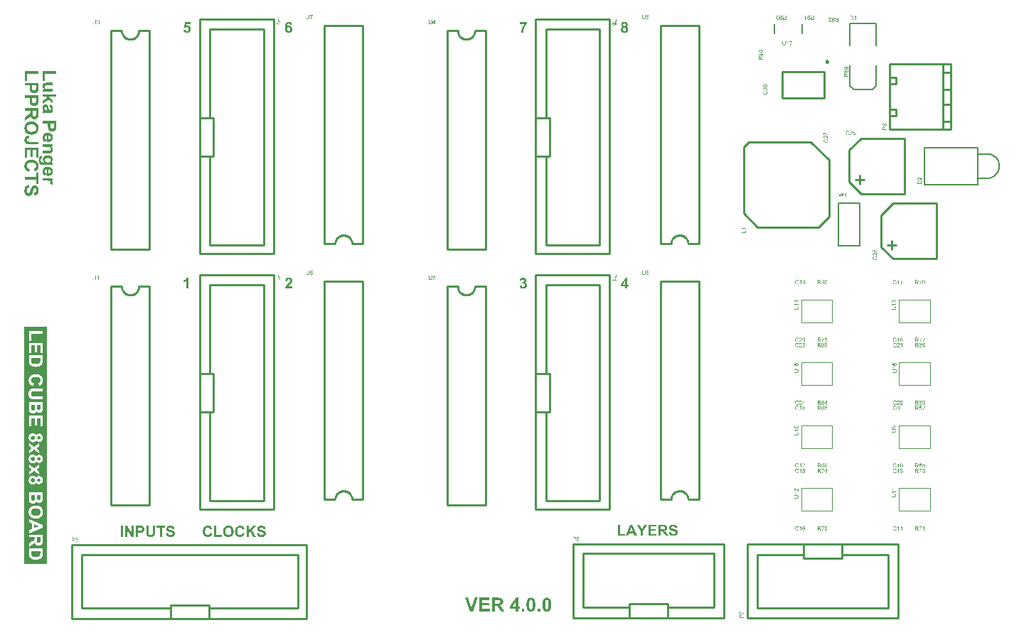
<source format=gto>
%FSLAX43Y43*%
%MOMM*%
%SFA1B1*%

%IPPOS*%
%ADD20C,0.253999*%
%ADD75C,0.250000*%
%ADD76C,0.127000*%
%ADD77C,0.200000*%
%ADD78C,0.100000*%
%LNlp_led_cube_8x8x8-1*%
%LPD*%
G36*
X30770Y103273D02*
X30596D01*
X30599Y103271*
X30604Y103266*
X30614Y103258*
X30629Y103246*
X30644Y103231*
X30658Y103211*
X30678Y103191*
X30696Y103166*
X30713Y103139*
X30733Y103112*
X30748Y103080*
X30765Y103045*
X30777Y103008*
X30787Y102971*
X30792Y102928*
X30795Y102886*
Y102881*
Y102869*
X30792Y102849*
X30790Y102824*
X30785Y102795*
X30780Y102762*
X30770Y102730*
X30758Y102698*
X30755Y102693*
X30750Y102683*
X30743Y102668*
X30733Y102651*
X30718Y102628*
X30701Y102609*
X30683Y102586*
X30661Y102569*
X30658Y102567*
X30651Y102562*
X30639Y102554*
X30624Y102544*
X30604Y102534*
X30582Y102524*
X30557Y102514*
X30530Y102507*
X30527*
X30517Y102505*
X30500Y102502*
X30478Y102497*
X30448Y102495*
X30411Y102492*
X30368Y102490*
X29590*
Y102802*
X30254*
X30292Y102804*
X30334Y102807*
X30373Y102812*
X30408Y102817*
X30423Y102819*
X30435Y102824*
X30438*
X30445Y102827*
X30455Y102832*
X30468Y102839*
X30497Y102859*
X30525Y102889*
X30527Y102891*
X30530Y102896*
X30535Y102906*
X30542Y102919*
X30547Y102933*
X30552Y102953*
X30554Y102973*
X30557Y102995*
Y102998*
Y103010*
X30554Y103025*
X30552Y103045*
X30547Y103067*
X30537Y103092*
X30527Y103117*
X30512Y103142*
X30510Y103144*
X30505Y103152*
X30495Y103161*
X30480Y103176*
X30463Y103189*
X30443Y103204*
X30420Y103218*
X30393Y103228*
X30391*
X30378Y103231*
X30361Y103236*
X30334Y103238*
X30316Y103241*
X30297Y103243*
X30274Y103246*
X30249Y103248*
X30222*
X30192Y103251*
X29590*
Y103563*
X30770*
Y103273*
G37*
G36*
X30217Y104912D02*
X30240Y104909D01*
X30269Y104907*
X30301Y104902*
X30334Y104894*
X30408Y104877*
X30445Y104865*
X30485Y104850*
X30522Y104832*
X30559Y104813*
X30594Y104790*
X30626Y104763*
X30629Y104760*
X30634Y104756*
X30641Y104748*
X30654Y104736*
X30666Y104721*
X30681Y104701*
X30696Y104681*
X30711Y104656*
X30725Y104629*
X30743Y104602*
X30755Y104570*
X30768Y104535*
X30780Y104498*
X30787Y104461*
X30792Y104418*
X30795Y104376*
Y104374*
Y104364*
Y104351*
X30792Y104332*
X30790Y104309*
X30785Y104284*
X30780Y104255*
X30773Y104225*
X30763Y104193*
X30753Y104158*
X30738Y104123*
X30720Y104089*
X30701Y104054*
X30676Y104022*
X30651Y103989*
X30619Y103960*
X30616Y103957*
X30611Y103952*
X30601Y103945*
X30587Y103935*
X30567Y103925*
X30544Y103913*
X30520Y103898*
X30487Y103885*
X30453Y103870*
X30413Y103858*
X30368Y103846*
X30321Y103833*
X30269Y103826*
X30215Y103818*
X30153Y103813*
X30088*
Y104594*
X30076*
X30066Y104592*
X30039Y104589*
X30009Y104584*
X29972Y104575*
X29937Y104562*
X29902Y104545*
X29870Y104520*
X29868Y104518*
X29858Y104508*
X29845Y104493*
X29833Y104470*
X29818Y104446*
X29806Y104413*
X29796Y104379*
X29793Y104342*
Y104339*
Y104329*
X29796Y104314*
X29798Y104297*
X29803Y104280*
X29811Y104257*
X29821Y104237*
X29833Y104218*
X29835Y104215*
X29840Y104210*
X29850Y104200*
X29865Y104190*
X29883Y104178*
X29905Y104163*
X29930Y104151*
X29962Y104141*
X29910Y103831*
X29907*
X29902Y103833*
X29892Y103838*
X29883Y103843*
X29868Y103848*
X29850Y103858*
X29813Y103878*
X29771Y103905*
X29729Y103937*
X29687Y103977*
X29649Y104022*
Y104024*
X29645Y104027*
X29642Y104034*
X29635Y104044*
X29630Y104056*
X29622Y104074*
X29605Y104111*
X29588Y104158*
X29575Y104213*
X29565Y104275*
X29560Y104344*
Y104346*
Y104356*
X29563Y104374*
Y104394*
X29568Y104421*
X29570Y104448*
X29578Y104480*
X29585Y104515*
X29595Y104552*
X29610Y104589*
X29625Y104629*
X29645Y104666*
X29667Y104703*
X29694Y104738*
X29726Y104770*
X29761Y104800*
X29764*
X29768Y104805*
X29778Y104810*
X29791Y104817*
X29806Y104827*
X29826Y104837*
X29848Y104847*
X29873Y104857*
X29900Y104867*
X29932Y104877*
X29964Y104887*
X30002Y104897*
X30081Y104909*
X30123Y104912*
X30168Y104914*
X30195*
X30217Y104912*
G37*
G36*
X122075Y73003D02*
X122081D01*
X122096Y73002*
X122111Y73000*
X122128Y72997*
X122143Y72994*
X122151Y72992*
X122157Y72990*
X122158*
X122159Y72989*
X122163Y72988*
X122169Y72984*
X122177Y72979*
X122185Y72973*
X122194Y72965*
X122203Y72955*
X122211Y72943*
X122212Y72942*
X122214Y72937*
X122218Y72931*
X122222Y72922*
X122226Y72911*
X122229Y72898*
X122231Y72885*
X122232Y72870*
Y72869*
Y72868*
Y72865*
X122231Y72861*
Y72856*
Y72851*
X122228Y72839*
X122224Y72825*
X122218Y72811*
X122209Y72796*
X122204Y72789*
X122198Y72782*
X122197Y72781*
X122194Y72779*
X122192Y72776*
X122188Y72774*
X122184Y72770*
X122179Y72767*
X122173Y72764*
X122166Y72760*
X122158Y72756*
X122150Y72753*
X122140Y72749*
X122131Y72745*
X122119Y72742*
X122108Y72740*
X122095Y72738*
X122096Y72737*
X122099Y72736*
X122104Y72733*
X122109Y72730*
X122122Y72722*
X122128Y72718*
X122134Y72713*
X122135Y72712*
X122139Y72709*
X122144Y72703*
X122151Y72695*
X122159Y72686*
X122168Y72675*
X122177Y72662*
X122187Y72648*
X122271Y72516*
X122191*
X122126Y72617*
Y72618*
X122125Y72619*
X122123Y72621*
X122122Y72624*
X122116Y72632*
X122110Y72641*
X122102Y72652*
X122094Y72664*
X122087Y72674*
X122079Y72684*
X122076Y72687*
X122073Y72692*
X122069Y72697*
X122058Y72707*
X122053Y72713*
X122047Y72716*
X122046Y72717*
X122045Y72718*
X122042Y72719*
X122038Y72721*
X122029Y72726*
X122018Y72730*
X122017*
X122016*
X122013*
X122009Y72731*
X122004Y72732*
X121998*
X121990Y72733*
X121907*
Y72516*
X121843*
Y73003*
X122069*
X122075*
G37*
G36*
X122477Y73005D02*
X122483D01*
X122489Y73003*
X122504Y73001*
X122520Y72997*
X122537Y72990*
X122546Y72985*
X122554Y72981*
X122562Y72975*
X122570Y72968*
X122571Y72967*
X122573Y72965*
X122576Y72962*
X122579Y72958*
X122582Y72954*
X122590Y72943*
X122596Y72930*
X122603Y72914*
X122607Y72897*
X122608Y72888*
X122609Y72878*
Y72876*
Y72872*
X122608Y72866*
X122607Y72858*
X122605Y72848*
X122602Y72839*
X122597Y72828*
X122591Y72819*
X122590Y72818*
X122588Y72815*
X122584Y72810*
X122578Y72805*
X122570Y72799*
X122561Y72793*
X122550Y72786*
X122537Y72781*
X122538*
X122539Y72780*
X122541Y72779*
X122544Y72778*
X122553Y72774*
X122562Y72770*
X122573Y72763*
X122584Y72755*
X122596Y72744*
X122605Y72733*
X122606Y72732*
X122609Y72727*
X122613Y72721*
X122617Y72711*
X122622Y72700*
X122625Y72687*
X122628Y72672*
X122629Y72655*
Y72652*
Y72649*
X122628Y72645*
Y72640*
X122627Y72633*
X122624Y72618*
X122618Y72602*
X122615Y72593*
X122610Y72584*
X122605Y72575*
X122599Y72566*
X122593Y72558*
X122584Y72550*
Y72549*
X122582*
X122580Y72546*
X122576Y72543*
X122572Y72540*
X122567Y72537*
X122561Y72533*
X122553Y72529*
X122545Y72525*
X122536Y72521*
X122527Y72517*
X122516Y72515*
X122506Y72512*
X122494Y72509*
X122481*
X122468Y72508*
X122461*
X122456Y72509*
X122450*
X122443Y72510*
X122435Y72512*
X122426Y72513*
X122408Y72518*
X122398Y72522*
X122389Y72526*
X122379Y72531*
X122369Y72536*
X122360Y72543*
X122352Y72550*
X122351Y72551*
X122349Y72552*
X122348Y72555*
X122345Y72558*
X122341Y72562*
X122338Y72567*
X122334Y72573*
X122330Y72580*
X122326Y72587*
X122322Y72595*
X122315Y72613*
X122312Y72624*
X122310Y72634*
X122309Y72645*
X122308Y72657*
Y72658*
Y72659*
Y72661*
X122309Y72665*
Y72669*
Y72674*
X122311Y72684*
X122314Y72697*
X122318Y72710*
X122323Y72724*
X122332Y72736*
Y72737*
X122333Y72738*
X122336Y72741*
X122342Y72747*
X122349Y72754*
X122359Y72761*
X122371Y72769*
X122385Y72776*
X122401Y72781*
X122400*
X122399Y72782*
X122395Y72783*
X122388Y72787*
X122380Y72790*
X122370Y72796*
X122361Y72803*
X122352Y72810*
X122345Y72819*
X122344Y72821*
X122342Y72824*
X122339Y72829*
X122336Y72836*
X122333Y72845*
X122330Y72856*
X122328Y72867*
X122327Y72879*
Y72880*
Y72882*
Y72885*
X122328Y72888*
X122329Y72893*
Y72898*
X122332Y72911*
X122336Y72925*
X122343Y72939*
X122347Y72948*
X122352Y72955*
X122358Y72962*
X122365Y72969*
X122366Y72970*
Y72971*
X122369Y72973*
X122372Y72975*
X122376Y72977*
X122381Y72981*
X122386Y72984*
X122392Y72988*
X122406Y72994*
X122424Y73000*
X122444Y73004*
X122455Y73005*
X122467Y73006*
X122472*
X122477Y73005*
G37*
G36*
X134110Y79863D02*
X134116D01*
X134122Y79861*
X134137Y79859*
X134153Y79855*
X134170Y79848*
X134179Y79843*
X134187Y79839*
X134195Y79833*
X134203Y79826*
X134204*
Y79825*
X134207Y79823*
X134209Y79820*
X134212Y79816*
X134215Y79812*
X134223Y79801*
X134230Y79788*
X134236Y79772*
X134241Y79755*
Y79746*
X134242Y79736*
Y79734*
Y79730*
X134241Y79724*
X134240Y79716*
X134238Y79706*
X134235Y79697*
X134230Y79686*
X134224Y79677*
Y79676*
X134221Y79673*
X134217Y79668*
X134211Y79663*
X134204Y79657*
X134194Y79651*
X134183Y79644*
X134170Y79639*
X134171*
X134172Y79638*
X134175Y79637*
X134178Y79636*
X134186Y79632*
X134195Y79628*
X134207Y79621*
X134218Y79613*
X134229Y79602*
X134238Y79591*
X134239Y79590*
X134242Y79585*
X134246Y79579*
X134250Y79569*
X134255Y79558*
X134258Y79545*
X134261Y79530*
X134262Y79513*
Y79510*
Y79507*
X134261Y79503*
Y79498*
X134260Y79491*
X134257Y79476*
X134251Y79460*
X134248Y79451*
X134244Y79442*
X134238Y79433*
X134233Y79424*
X134226Y79416*
X134218Y79408*
X134217Y79407*
X134215*
X134213Y79404*
X134210Y79401*
X134205Y79398*
X134200Y79395*
X134194Y79391*
X134187Y79387*
X134178Y79383*
X134169Y79379*
X134160Y79375*
X134149Y79373*
X134139Y79370*
X134127Y79367*
X134115*
X134101Y79366*
X134095*
X134089Y79367*
X134083*
X134076Y79368*
X134069Y79370*
X134060Y79371*
X134041Y79376*
X134032Y79380*
X134022Y79384*
X134012Y79389*
X134003Y79394*
X133994Y79401*
X133985Y79408*
X133984Y79409*
X133983Y79410*
X133981Y79413*
X133978Y79416*
X133974Y79420*
X133971Y79425*
X133967Y79431*
X133963Y79438*
X133959Y79445*
X133955Y79453*
X133948Y79471*
X133945Y79482*
X133943Y79492*
X133942Y79503*
X133941Y79515*
Y79516*
Y79517*
Y79519*
X133942Y79523*
Y79527*
X133943Y79532*
X133944Y79542*
X133947Y79555*
X133951Y79568*
X133957Y79582*
X133965Y79594*
Y79595*
X133966Y79596*
X133969Y79599*
X133975Y79605*
X133983Y79612*
X133992Y79619*
X134004Y79627*
X134018Y79634*
X134034Y79639*
X134033*
X134032Y79640*
X134028Y79641*
X134021Y79645*
X134013Y79648*
X134003Y79654*
X133994Y79661*
X133986Y79668*
X133978Y79677*
X133977Y79679*
X133975Y79682*
X133972Y79687*
X133969Y79694*
X133966Y79703*
X133963Y79714*
X133961Y79725*
X133960Y79737*
Y79738*
Y79740*
Y79743*
X133961Y79746*
X133962Y79751*
X133963Y79756*
X133965Y79769*
X133969Y79783*
X133977Y79798*
X133980Y79806*
X133986Y79813*
X133991Y79820*
X133998Y79827*
X133999Y79828*
X134000Y79829*
X134002Y79831*
X134005Y79833*
X134009Y79835*
X134014Y79839*
X134019Y79842*
X134026Y79846*
X134040Y79852*
X134057Y79858*
X134078Y79862*
X134088Y79863*
X134100Y79864*
X134106*
X134110Y79863*
G37*
G36*
X122869D02*
X122873D01*
X122879Y79862*
X122892Y79860*
X122907Y79855*
X122923Y79849*
X122938Y79842*
X122946Y79837*
X122953Y79831*
X122954*
X122955Y79829*
X122959Y79825*
X122965Y79818*
X122972Y79808*
X122981Y79795*
X122987Y79780*
X122994Y79763*
X122998Y79743*
X122938Y79738*
Y79739*
Y79740*
X122937Y79744*
X122935Y79750*
X122932Y79757*
X122925Y79775*
X122920Y79782*
X122915Y79789*
Y79790*
X122911Y79793*
X122906Y79797*
X122899Y79802*
X122890Y79806*
X122880Y79811*
X122868Y79814*
X122855Y79815*
X122850*
X122845Y79814*
X122838Y79812*
X122830Y79811*
X122821Y79808*
X122813Y79803*
X122804Y79798*
X122803*
X122800Y79795*
X122794Y79789*
X122788Y79783*
X122781Y79775*
X122774Y79764*
X122766Y79752*
X122760Y79737*
X122759Y79736*
X122758Y79733*
X122757Y79730*
X122756Y79726*
X122754Y79721*
X122753Y79715*
X122751Y79709*
X122750Y79701*
X122748Y79693*
X122747Y79683*
X122745Y79674*
Y79663*
X122744Y79651*
X122743Y79638*
Y79625*
X122744Y79626*
X122747Y79630*
X122751Y79636*
X122758Y79643*
X122765Y79651*
X122774Y79660*
X122785Y79667*
X122796Y79674*
X122797*
X122801Y79676*
X122808Y79679*
X122816Y79682*
X122826Y79685*
X122837Y79688*
X122849Y79689*
X122861Y79690*
X122867*
X122872Y79689*
X122877Y79688*
X122883*
X122897Y79685*
X122912Y79679*
X122921Y79676*
X122929Y79671*
X122938Y79666*
X122947Y79660*
X122955Y79654*
X122963Y79645*
X122964*
X122965Y79643*
X122967Y79641*
X122970Y79637*
X122973Y79633*
X122977Y79628*
X122981Y79622*
X122985Y79615*
X122989Y79607*
X122992Y79599*
X122996Y79589*
X122999Y79579*
X123002Y79568*
X123004Y79557*
X123005Y79545*
X123006Y79532*
Y79531*
Y79530*
Y79528*
Y79525*
X123005Y79520*
Y79516*
X123004Y79504*
X123001Y79491*
X122998Y79476*
X122992Y79462*
X122986Y79447*
Y79446*
X122985Y79445*
X122983Y79443*
X122982Y79440*
X122978Y79433*
X122972Y79424*
X122963Y79415*
X122954Y79405*
X122943Y79396*
X122931Y79387*
X122929Y79386*
X122925Y79384*
X122917Y79380*
X122909Y79376*
X122897Y79373*
X122883Y79369*
X122869Y79367*
X122853Y79366*
X122850*
X122846Y79367*
X122840*
X122834*
X122827Y79369*
X122819Y79370*
X122810Y79373*
X122800Y79375*
X122790Y79379*
X122780Y79384*
X122770Y79389*
X122760Y79396*
X122749Y79403*
X122739Y79411*
X122731Y79421*
X122730*
X122728Y79424*
X122726Y79427*
X122723Y79431*
X122719Y79437*
X122716Y79444*
X122711Y79453*
X122708Y79464*
X122703Y79476*
X122699Y79489*
X122695Y79504*
X122691Y79520*
X122688Y79538*
X122686Y79558*
X122685Y79579*
X122684Y79602*
Y79603*
Y79605*
Y79608*
Y79615*
X122685Y79625*
Y79637*
X122687Y79650*
X122688Y79665*
X122691Y79680*
X122693Y79697*
X122696Y79714*
X122701Y79731*
X122706Y79748*
X122712Y79765*
X122719Y79780*
X122727Y79795*
X122736Y79807*
X122737Y79808*
X122738Y79809*
X122740Y79812*
X122744Y79816*
X122749Y79820*
X122754Y79825*
X122761Y79830*
X122768Y79835*
X122777Y79841*
X122786Y79846*
X122796Y79850*
X122807Y79855*
X122819Y79858*
X122831Y79861*
X122845Y79863*
X122859Y79864*
X122864*
X122869Y79863*
G37*
G36*
X134620Y79797D02*
X134425D01*
X134399Y79665*
Y79666*
X134401Y79667*
X134403Y79668*
X134406Y79671*
X134411Y79673*
X134415Y79675*
X134427Y79681*
X134440Y79687*
X134456Y79691*
X134473Y79695*
X134491Y79697*
X134497*
X134501Y79696*
X134507Y79695*
X134513Y79694*
X134520Y79693*
X134528Y79691*
X134545Y79686*
X134554Y79683*
X134563Y79678*
X134572Y79673*
X134581Y79667*
X134590Y79660*
X134598Y79652*
X134599Y79651*
X134600Y79650*
X134603Y79648*
X134605Y79644*
X134609Y79640*
X134612Y79634*
X134616Y79628*
X134620Y79622*
X134625Y79614*
X134629Y79605*
X134632Y79596*
X134636Y79586*
X134638Y79575*
X134640Y79564*
X134642Y79551*
X134643Y79539*
Y79538*
Y79536*
Y79532*
X134642Y79528*
X134641Y79522*
X134640Y79515*
Y79507*
X134638Y79499*
X134633Y79482*
X134626Y79463*
X134622Y79453*
X134617Y79443*
X134611Y79433*
X134604Y79424*
X134603*
X134602Y79422*
X134599Y79419*
X134595Y79416*
X134591Y79411*
X134585Y79406*
X134578Y79401*
X134570Y79396*
X134562Y79390*
X134552Y79384*
X134541Y79379*
X134530Y79375*
X134517Y79371*
X134505Y79368*
X134491Y79367*
X134476Y79366*
X134469*
X134465Y79367*
X134459*
X134453Y79368*
X134445Y79369*
X134437Y79370*
X134420Y79375*
X134402Y79381*
X134393Y79386*
X134385Y79391*
X134376Y79396*
X134367Y79403*
Y79404*
X134366*
X134364Y79407*
X134361Y79410*
X134358Y79413*
X134354Y79418*
X134350Y79423*
X134346Y79429*
X134338Y79443*
X134330Y79460*
X134324Y79479*
X134322Y79490*
X134320Y79502*
X134383Y79506*
Y79505*
Y79504*
X134384Y79502*
X134385Y79499*
X134387Y79490*
X134390Y79480*
X134393Y79469*
X134399Y79458*
X134406Y79447*
X134415Y79437*
X134416Y79436*
X134419Y79433*
X134425Y79430*
X134432Y79426*
X134441Y79422*
X134451Y79419*
X134463Y79416*
X134476Y79415*
X134480*
X134483Y79416*
X134491*
X134502Y79419*
X134513Y79423*
X134525Y79428*
X134537Y79436*
X134543Y79441*
X134549Y79447*
X134551Y79448*
X134554Y79453*
X134559Y79460*
X134564Y79470*
X134569Y79482*
X134574Y79497*
X134577Y79514*
X134579Y79533*
Y79534*
Y79536*
Y79539*
X134578Y79542*
Y79546*
X134577Y79551*
X134575Y79563*
X134572Y79576*
X134567Y79589*
X134560Y79602*
X134550Y79614*
X134548Y79616*
X134545Y79619*
X134539Y79624*
X134530Y79629*
X134520Y79634*
X134506Y79640*
X134491Y79642*
X134475Y79644*
X134470*
X134465Y79643*
X134457Y79642*
X134449Y79640*
X134440Y79638*
X134431Y79634*
X134422Y79630*
Y79629*
X134419Y79628*
X134414Y79625*
X134409Y79621*
X134404Y79616*
X134398Y79610*
X134392Y79603*
X134387Y79596*
X134330Y79604*
X134378Y79854*
X134620*
Y79797*
G37*
G36*
X133708Y79861D02*
X133714D01*
X133729Y79860*
X133744Y79858*
X133761Y79855*
X133776Y79852*
X133784Y79850*
X133790Y79848*
X133791*
X133792Y79847*
X133796Y79846*
X133802Y79842*
X133810Y79837*
X133819Y79831*
X133828Y79823*
X133836Y79813*
X133845Y79801*
Y79800*
X133848Y79795*
X133851Y79789*
X133855Y79780*
X133859Y79769*
X133862Y79756*
X133865Y79743*
Y79728*
Y79727*
Y79726*
Y79723*
Y79719*
Y79714*
X133864Y79709*
X133861Y79697*
X133857Y79683*
X133851Y79669*
X133842Y79654*
X133837Y79647*
X133831Y79640*
X133830Y79639*
X133828Y79637*
X133825Y79634*
X133822Y79632*
X133817Y79628*
X133812Y79625*
X133806Y79622*
X133799Y79618*
X133791Y79614*
X133783Y79611*
X133773Y79607*
X133764Y79603*
X133753Y79600*
X133741Y79598*
X133728Y79596*
X133730Y79595*
X133733Y79594*
X133737Y79591*
X133742Y79588*
X133755Y79580*
X133762Y79576*
X133767Y79571*
X133768Y79570*
X133772Y79567*
X133777Y79561*
X133784Y79553*
X133792Y79544*
X133801Y79533*
X133810Y79520*
X133820Y79506*
X133905Y79374*
X133824*
X133759Y79475*
Y79476*
X133758Y79477*
X133756Y79479*
X133755Y79482*
X133750Y79490*
X133743Y79499*
X133736Y79510*
X133727Y79522*
X133720Y79532*
X133713Y79542*
X133712*
X133710Y79545*
X133706Y79550*
X133702Y79555*
X133691Y79565*
X133686Y79571*
X133680Y79574*
X133679Y79575*
X133678Y79576*
X133675Y79577*
X133671Y79579*
X133662Y79584*
X133651Y79588*
X133650*
X133649*
X133646*
X133642Y79589*
X133637Y79590*
X133631*
X133624Y79591*
X133541*
Y79374*
X133476*
Y79861*
X133702*
X133708*
G37*
G36*
X30770Y99242D02*
X30604D01*
X30606Y99240*
X30621Y99230*
X30641Y99215*
X30666Y99198*
X30693Y99178*
X30718Y99155*
X30740Y99131*
X30758Y99108*
X30760Y99106*
X30763Y99098*
X30770Y99086*
X30777Y99069*
X30782Y99049*
X30790Y99026*
X30792Y99002*
X30795Y98974*
Y98972*
Y98969*
Y98957*
X30792Y98935*
X30787Y98907*
X30780Y98878*
X30770Y98841*
X30755Y98803*
X30735Y98766*
X30463Y98863*
X30465Y98865*
X30470Y98875*
X30480Y98893*
X30490Y98910*
X30497Y98935*
X30507Y98960*
X30512Y98984*
X30515Y99012*
Y99014*
Y99021*
X30512Y99034*
X30510Y99049*
X30505Y99066*
X30500Y99086*
X30490Y99106*
X30478Y99123*
X30475Y99126*
X30470Y99131*
X30460Y99138*
X30448Y99148*
X30430Y99160*
X30406Y99173*
X30378Y99185*
X30346Y99195*
X30341*
X30336Y99198*
X30326Y99200*
X30316*
X30301Y99202*
X30282Y99205*
X30262Y99207*
X30237Y99210*
X30210Y99212*
X30178Y99215*
X30140*
X30101Y99217*
X30056Y99220*
X29590*
Y99532*
X30770*
Y99242*
G37*
G36*
X133708Y73003D02*
X133714D01*
X133729Y73002*
X133744Y73000*
X133761Y72997*
X133776Y72994*
X133784Y72992*
X133790Y72990*
X133791*
X133792Y72989*
X133796Y72988*
X133802Y72984*
X133810Y72979*
X133819Y72973*
X133828Y72965*
X133836Y72955*
X133845Y72943*
Y72942*
X133848Y72937*
X133851Y72931*
X133855Y72922*
X133859Y72911*
X133862Y72898*
X133865Y72885*
Y72870*
Y72869*
Y72868*
Y72865*
Y72861*
Y72856*
X133864Y72851*
X133861Y72839*
X133857Y72825*
X133851Y72811*
X133842Y72796*
X133837Y72789*
X133831Y72782*
X133830Y72781*
X133828Y72779*
X133825Y72776*
X133822Y72774*
X133817Y72770*
X133812Y72767*
X133806Y72764*
X133799Y72760*
X133791Y72756*
X133783Y72753*
X133773Y72749*
X133764Y72745*
X133753Y72742*
X133741Y72740*
X133728Y72738*
X133730Y72737*
X133733Y72736*
X133737Y72733*
X133742Y72730*
X133755Y72722*
X133762Y72718*
X133767Y72713*
X133768Y72712*
X133772Y72709*
X133777Y72703*
X133784Y72695*
X133792Y72686*
X133801Y72675*
X133810Y72662*
X133820Y72648*
X133905Y72516*
X133824*
X133759Y72617*
Y72618*
X133758Y72619*
X133756Y72621*
X133755Y72624*
X133750Y72632*
X133743Y72641*
X133736Y72652*
X133727Y72664*
X133720Y72674*
X133713Y72684*
X133712*
X133710Y72687*
X133706Y72692*
X133702Y72697*
X133691Y72707*
X133686Y72713*
X133680Y72716*
X133679Y72717*
X133678Y72718*
X133675Y72719*
X133671Y72721*
X133662Y72726*
X133651Y72730*
X133650*
X133649*
X133646*
X133642Y72731*
X133637Y72732*
X133631*
X133624Y72733*
X133541*
Y72516*
X133476*
Y73003*
X133702*
X133708*
G37*
G36*
X134487Y73005D02*
X134497Y73003D01*
X134508Y73001*
X134520Y72998*
X134533Y72994*
X134545Y72988*
X134546*
X134547Y72987*
X134551Y72985*
X134557Y72981*
X134565Y72976*
X134573Y72969*
X134582Y72961*
X134590Y72951*
X134597Y72941*
X134598Y72939*
X134600Y72936*
X134603Y72930*
X134606Y72922*
X134609Y72913*
X134612Y72902*
X134614Y72891*
X134615Y72879*
Y72877*
Y72873*
X134614Y72868*
X134613Y72860*
X134611Y72851*
X134608Y72842*
X134604Y72831*
X134598Y72822*
X134597Y72820*
X134595Y72817*
X134591Y72813*
X134586Y72807*
X134578Y72800*
X134570Y72793*
X134560Y72786*
X134548Y72780*
X134550Y72779*
X134552*
X134555Y72778*
X134563Y72776*
X134572Y72771*
X134583Y72766*
X134594Y72759*
X134605Y72750*
X134614Y72739*
X134615Y72737*
X134618Y72733*
X134622Y72726*
X134627Y72717*
X134632Y72706*
X134635Y72693*
X134638Y72677*
X134639Y72660*
Y72659*
Y72657*
Y72654*
X134638Y72649*
X134637Y72644*
Y72638*
X134635Y72630*
X134633Y72623*
X134628Y72606*
X134624Y72596*
X134619Y72587*
X134614Y72578*
X134608Y72569*
X134600Y72561*
X134592Y72552*
X134591Y72551*
X134590Y72549*
X134588Y72548*
X134584Y72545*
X134580Y72541*
X134574Y72538*
X134567Y72534*
X134560Y72530*
X134552Y72526*
X134543Y72522*
X134534Y72518*
X134523Y72515*
X134512Y72512*
X134500Y72510*
X134488Y72509*
X134475Y72508*
X134469*
X134465Y72509*
X134459*
X134453Y72510*
X134445Y72511*
X134438Y72512*
X134421Y72517*
X134403Y72524*
X134394Y72528*
X134386Y72533*
X134377Y72539*
X134369Y72546*
X134368*
X134367Y72547*
X134365Y72549*
X134362Y72552*
X134359Y72557*
X134356Y72561*
X134351Y72566*
X134347Y72572*
X134339Y72587*
X134331Y72604*
X134324Y72624*
X134322Y72634*
X134321Y72645*
X134381Y72653*
Y72652*
X134382Y72651*
Y72648*
X134383Y72645*
X134385Y72636*
X134389Y72625*
X134393Y72613*
X134399Y72601*
X134407Y72589*
X134415Y72580*
X134416Y72579*
X134419Y72576*
X134425Y72573*
X134432Y72569*
X134440Y72565*
X134451Y72561*
X134462Y72558*
X134475*
X134479*
X134482*
X134490Y72559*
X134500Y72561*
X134511Y72565*
X134523Y72569*
X134535Y72577*
X134546Y72586*
X134548Y72588*
X134551Y72592*
X134555Y72598*
X134561Y72606*
X134566Y72617*
X134571Y72629*
X134574Y72644*
X134575Y72659*
Y72660*
Y72661*
Y72663*
X134574Y72666*
Y72673*
X134571Y72683*
X134568Y72693*
X134563Y72705*
X134557Y72716*
X134548Y72727*
X134546Y72728*
X134543Y72731*
X134537Y72735*
X134529Y72740*
X134520Y72745*
X134508Y72749*
X134495Y72752*
X134480Y72753*
X134474*
X134468*
X134462Y72752*
X134455Y72751*
X134447Y72750*
X134438Y72747*
X134445Y72800*
X134448*
X134451Y72799*
X134461*
X134468Y72800*
X134477Y72802*
X134488Y72804*
X134499Y72807*
X134511Y72812*
X134523Y72819*
X134524*
X134528Y72822*
X134532Y72828*
X134538Y72834*
X134544Y72842*
X134548Y72853*
X134552Y72865*
X134554Y72880*
Y72881*
Y72882*
Y72885*
X134552Y72891*
X134551Y72899*
X134548Y72908*
X134544Y72917*
X134539Y72926*
X134531Y72934*
Y72935*
X134528Y72938*
X134523Y72942*
X134516Y72945*
X134508Y72950*
X134498Y72953*
X134487Y72956*
X134474Y72957*
X134468*
X134462Y72955*
X134454Y72954*
X134445Y72951*
X134435Y72947*
X134425Y72942*
X134416Y72934*
X134415*
X134412Y72931*
X134408Y72925*
X134404Y72918*
X134399Y72909*
X134394Y72898*
X134390Y72885*
X134387Y72869*
X134327Y72879*
Y72880*
Y72882*
X134328Y72885*
X134329Y72889*
X134330Y72894*
X134332Y72900*
X134337Y72914*
X134343Y72928*
X134352Y72944*
X134362Y72959*
X134376Y72972*
Y72973*
X134377Y72974*
X134379Y72975*
X134383Y72977*
X134387Y72980*
X134391Y72983*
X134402Y72989*
X134416Y72995*
X134434Y73000*
X134452Y73004*
X134462Y73006*
X134479*
X134487Y73005*
G37*
G36*
X29045Y111937D02*
X27706D01*
Y111122*
X27431*
Y112267*
X29045*
Y111937*
G37*
G36*
X30235Y102237D02*
X30259Y102234D01*
X30287Y102232*
X30319Y102227*
X30351Y102222*
X30425Y102205*
X30463Y102192*
X30500Y102180*
X30537Y102162*
X30572Y102145*
X30606Y102123*
X30636Y102098*
X30639Y102095*
X30644Y102091*
X30651Y102083*
X30661Y102073*
X30673Y102058*
X30686Y102041*
X30701Y102024*
X30715Y102001*
X30730Y101977*
X30745Y101949*
X30770Y101890*
X30780Y101855*
X30787Y101820*
X30792Y101783*
X30795Y101743*
Y101741*
Y101734*
Y101721*
X30792Y101706*
X30790Y101689*
X30785Y101667*
X30777Y101642*
X30770Y101617*
X30760Y101590*
X30748Y101560*
X30733Y101530*
X30713Y101501*
X30691Y101471*
X30666Y101441*
X30636Y101411*
X30601Y101384*
X30770*
Y101091*
X29657*
X29637Y101094*
X29592Y101096*
X29543Y101099*
X29491Y101106*
X29441Y101114*
X29419Y101121*
X29399Y101126*
X29394Y101129*
X29382Y101134*
X29362Y101141*
X29340Y101151*
X29312Y101166*
X29285Y101181*
X29260Y101201*
X29235Y101223*
X29233Y101225*
X29226Y101235*
X29216Y101248*
X29201Y101268*
X29186Y101290*
X29171Y101320*
X29156Y101352*
X29144Y101389*
X29141Y101394*
X29139Y101409*
X29134Y101431*
X29126Y101461*
X29119Y101498*
X29114Y101543*
X29112Y101595*
X29109Y101652*
Y101654*
Y101664*
Y101679*
X29112Y101701*
Y101726*
X29114Y101753*
X29119Y101783*
X29121Y101818*
X29134Y101887*
X29154Y101959*
X29166Y101991*
X29178Y102024*
X29196Y102053*
X29213Y102078*
X29216Y102081*
X29218Y102083*
X29233Y102098*
X29255Y102118*
X29285Y102140*
X29322Y102162*
X29367Y102182*
X29416Y102197*
X29444Y102200*
X29473Y102202*
X29496*
X29511Y102200*
X29469Y101843*
X29466*
X29459Y101840*
X29449Y101838*
X29434Y101835*
X29407Y101823*
X29392Y101813*
X29382Y101803*
X29379Y101800*
X29377Y101796*
X29372Y101783*
X29364Y101768*
X29357Y101748*
X29352Y101726*
X29350Y101696*
X29347Y101664*
Y101662*
Y101659*
Y101644*
X29350Y101622*
X29352Y101595*
X29357Y101565*
X29362Y101535*
X29372Y101505*
X29384Y101481*
X29387Y101478*
X29389Y101473*
X29394Y101466*
X29404Y101458*
X29414Y101448*
X29429Y101439*
X29446Y101429*
X29466Y101419*
X29469*
X29473Y101416*
X29483Y101414*
X29498Y101411*
X29518Y101409*
X29543Y101406*
X29573Y101404*
X29783*
X29781Y101406*
X29776Y101411*
X29766Y101419*
X29754Y101429*
X29739Y101444*
X29721Y101458*
X29704Y101478*
X29687Y101501*
X29652Y101553*
X29620Y101612*
X29607Y101644*
X29597Y101679*
X29592Y101716*
X29590Y101756*
Y101758*
Y101766*
X29592Y101778*
Y101796*
X29597Y101815*
X29600Y101838*
X29607Y101865*
X29615Y101892*
X29625Y101922*
X29640Y101952*
X29654Y101984*
X29674Y102016*
X29697Y102046*
X29724Y102076*
X29756Y102105*
X29791Y102133*
X29793*
X29798Y102138*
X29808Y102143*
X29821Y102150*
X29835Y102157*
X29853Y102167*
X29875Y102175*
X29900Y102185*
X29927Y102195*
X29957Y102205*
X29989Y102214*
X30024Y102222*
X30101Y102234*
X30143Y102237*
X30185Y102239*
X30212*
X30235Y102237*
G37*
G36*
X122938Y72687D02*
X123004D01*
Y72632*
X122938*
Y72516*
X122878*
Y72632*
X122667*
Y72687*
X122889Y73003*
X122938*
Y72687*
G37*
G36*
X134110Y73005D02*
X134116D01*
X134122Y73003*
X134137Y73001*
X134153Y72997*
X134170Y72990*
X134179Y72985*
X134187Y72981*
X134195Y72975*
X134203Y72968*
X134204*
Y72967*
X134207Y72965*
X134209Y72962*
X134212Y72958*
X134215Y72954*
X134223Y72943*
X134230Y72930*
X134236Y72914*
X134241Y72897*
Y72888*
X134242Y72878*
Y72876*
Y72872*
X134241Y72866*
X134240Y72858*
X134238Y72848*
X134235Y72839*
X134230Y72828*
X134224Y72819*
Y72818*
X134221Y72815*
X134217Y72810*
X134211Y72805*
X134204Y72799*
X134194Y72793*
X134183Y72786*
X134170Y72781*
X134171*
X134172Y72780*
X134175Y72779*
X134178Y72778*
X134186Y72774*
X134195Y72770*
X134207Y72763*
X134218Y72755*
X134229Y72744*
X134238Y72733*
X134239Y72732*
X134242Y72727*
X134246Y72721*
X134250Y72711*
X134255Y72700*
X134258Y72687*
X134261Y72672*
X134262Y72655*
Y72652*
Y72649*
X134261Y72645*
Y72640*
X134260Y72633*
X134257Y72618*
X134251Y72602*
X134248Y72593*
X134244Y72584*
X134238Y72575*
X134233Y72566*
X134226Y72558*
X134218Y72550*
X134217Y72549*
X134215*
X134213Y72546*
X134210Y72543*
X134205Y72540*
X134200Y72537*
X134194Y72533*
X134187Y72529*
X134178Y72525*
X134169Y72521*
X134160Y72517*
X134149Y72515*
X134139Y72512*
X134127Y72509*
X134115*
X134101Y72508*
X134095*
X134089Y72509*
X134083*
X134076Y72510*
X134069Y72512*
X134060Y72513*
X134041Y72518*
X134032Y72522*
X134022Y72526*
X134012Y72531*
X134003Y72536*
X133994Y72543*
X133985Y72550*
X133984Y72551*
X133983Y72552*
X133981Y72555*
X133978Y72558*
X133974Y72562*
X133971Y72567*
X133967Y72573*
X133963Y72580*
X133959Y72587*
X133955Y72595*
X133948Y72613*
X133945Y72624*
X133943Y72634*
X133942Y72645*
X133941Y72657*
Y72658*
Y72659*
Y72661*
X133942Y72665*
Y72669*
X133943Y72674*
X133944Y72684*
X133947Y72697*
X133951Y72710*
X133957Y72724*
X133965Y72736*
Y72737*
X133966Y72738*
X133969Y72741*
X133975Y72747*
X133983Y72754*
X133992Y72761*
X134004Y72769*
X134018Y72776*
X134034Y72781*
X134033*
X134032Y72782*
X134028Y72783*
X134021Y72787*
X134013Y72790*
X134003Y72796*
X133994Y72803*
X133986Y72810*
X133978Y72819*
X133977Y72821*
X133975Y72824*
X133972Y72829*
X133969Y72836*
X133966Y72845*
X133963Y72856*
X133961Y72867*
X133960Y72879*
Y72880*
Y72882*
Y72885*
X133961Y72888*
X133962Y72893*
X133963Y72898*
X133965Y72911*
X133969Y72925*
X133977Y72939*
X133980Y72948*
X133986Y72955*
X133991Y72962*
X133998Y72969*
X133999Y72970*
X134000Y72971*
X134002Y72973*
X134005Y72975*
X134009Y72977*
X134014Y72981*
X134019Y72984*
X134026Y72988*
X134040Y72994*
X134057Y73000*
X134078Y73004*
X134088Y73005*
X134100Y73006*
X134106*
X134110Y73005*
G37*
G36*
X30217Y100871D02*
X30240Y100868D01*
X30269Y100866*
X30301Y100861*
X30334Y100853*
X30408Y100836*
X30445Y100824*
X30485Y100809*
X30522Y100792*
X30559Y100772*
X30594Y100749*
X30626Y100722*
X30629Y100720*
X30634Y100715*
X30641Y100707*
X30654Y100695*
X30666Y100680*
X30681Y100660*
X30696Y100640*
X30711Y100616*
X30725Y100588*
X30743Y100561*
X30755Y100529*
X30768Y100494*
X30780Y100457*
X30787Y100420*
X30792Y100378*
X30795Y100335*
Y100333*
Y100323*
Y100311*
X30792Y100291*
X30790Y100268*
X30785Y100244*
X30780Y100214*
X30773Y100184*
X30763Y100152*
X30753Y100117*
X30738Y100083*
X30720Y100048*
X30701Y100013*
X30676Y99981*
X30651Y99949*
X30619Y99919*
X30616Y99916*
X30611Y99911*
X30601Y99904*
X30587Y99894*
X30567Y99884*
X30544Y99872*
X30520Y99857*
X30487Y99845*
X30453Y99830*
X30413Y99817*
X30368Y99805*
X30321Y99792*
X30269Y99785*
X30215Y99778*
X30153Y99773*
X30088*
Y100554*
X30076*
X30066Y100551*
X30039Y100549*
X30009Y100544*
X29972Y100534*
X29937Y100521*
X29902Y100504*
X29870Y100479*
X29868Y100477*
X29858Y100467*
X29845Y100452*
X29833Y100430*
X29818Y100405*
X29806Y100373*
X29796Y100338*
X29793Y100301*
Y100298*
Y100288*
X29796Y100273*
X29798Y100256*
X29803Y100239*
X29811Y100216*
X29821Y100197*
X29833Y100177*
X29835Y100174*
X29840Y100169*
X29850Y100159*
X29865Y100149*
X29883Y100137*
X29905Y100122*
X29930Y100110*
X29962Y100100*
X29910Y99790*
X29907*
X29902Y99792*
X29892Y99797*
X29883Y99802*
X29868Y99807*
X29850Y99817*
X29813Y99837*
X29771Y99864*
X29729Y99897*
X29687Y99936*
X29649Y99981*
Y99983*
X29645Y99986*
X29642Y99993*
X29635Y100003*
X29630Y100016*
X29622Y100033*
X29605Y100070*
X29588Y100117*
X29575Y100172*
X29565Y100234*
X29560Y100303*
Y100306*
Y100316*
X29563Y100333*
Y100353*
X29568Y100380*
X29570Y100407*
X29578Y100439*
X29585Y100474*
X29595Y100511*
X29610Y100549*
X29625Y100588*
X29645Y100625*
X29667Y100663*
X29694Y100697*
X29726Y100730*
X29761Y100759*
X29764*
X29768Y100764*
X29778Y100769*
X29791Y100777*
X29806Y100787*
X29826Y100796*
X29848Y100806*
X29873Y100816*
X29900Y100826*
X29932Y100836*
X29964Y100846*
X30002Y100856*
X30081Y100868*
X30123Y100871*
X30168Y100873*
X30195*
X30217Y100871*
G37*
G36*
X46927Y86359D02*
X46677D01*
Y87299*
X46675Y87297*
X46671Y87293*
X46663Y87287*
X46654Y87277*
X46640Y87268*
X46624Y87256*
X46606Y87242*
X46584Y87228*
X46562Y87212*
X46536Y87196*
X46483Y87166*
X46421Y87137*
X46354Y87111*
Y87337*
X46356*
X46358Y87339*
X46364Y87341*
X46372Y87343*
X46392Y87351*
X46417Y87365*
X46449Y87381*
X46485Y87402*
X46525Y87426*
X46566Y87458*
X46568Y87460*
X46572Y87462*
X46578Y87468*
X46584Y87474*
X46604Y87492*
X46630Y87518*
X46656Y87547*
X46681Y87583*
X46705Y87623*
X46723Y87666*
X46927*
Y86359*
G37*
G36*
X117507Y118878D02*
X117512D01*
X117518*
X117531Y118875*
X117546Y118872*
X117562Y118866*
X117576Y118858*
X117591Y118848*
X117592Y118847*
X117593*
X117597Y118842*
X117603Y118835*
X117611Y118825*
X117618Y118812*
X117625Y118797*
X117631Y118779*
X117634Y118758*
X117577Y118754*
Y118755*
X117576Y118758*
Y118760*
X117574Y118768*
X117571Y118776*
X117568Y118786*
X117563Y118795*
X117557Y118805*
X117550Y118812*
X117549Y118813*
X117546Y118815*
X117542Y118818*
X117535Y118821*
X117528Y118824*
X117519Y118827*
X117508Y118829*
X117496Y118830*
X117492*
X117487Y118829*
X117480*
X117473Y118827*
X117464Y118825*
X117456Y118822*
X117448Y118818*
X117447Y118817*
X117444Y118815*
X117441Y118812*
X117436Y118809*
X117430Y118804*
X117425Y118798*
X117419Y118792*
X117414Y118784*
X117413Y118783*
X117412Y118781*
X117410Y118775*
X117406Y118769*
X117403Y118760*
X117399Y118751*
X117395Y118740*
X117392Y118727*
Y118726*
X117391*
Y118723*
X117390Y118721*
X117389Y118714*
X117387Y118704*
X117386Y118693*
X117384Y118681*
X117383Y118668*
Y118654*
Y118653*
Y118651*
Y118647*
Y118642*
X117384Y118643*
X117387Y118646*
X117390Y118652*
X117396Y118658*
X117403Y118666*
X117412Y118674*
X117421Y118681*
X117433Y118689*
X117434*
X117438Y118692*
X117444Y118694*
X117453Y118697*
X117462Y118700*
X117473Y118703*
X117486Y118705*
X117499Y118706*
X117505*
X117510Y118705*
X117515Y118704*
X117521Y118703*
X117535Y118700*
X117551Y118695*
X117559Y118692*
X117568Y118687*
X117576Y118682*
X117585Y118676*
X117594Y118669*
X117602Y118662*
Y118661*
X117603Y118660*
X117605Y118657*
X117608Y118654*
X117611Y118649*
X117615Y118644*
X117619Y118638*
X117622Y118631*
X117626Y118623*
X117630Y118614*
X117634Y118605*
X117637Y118594*
X117640Y118583*
X117642Y118572*
Y118559*
X117643Y118546*
Y118545*
Y118543*
Y118539*
X117642Y118534*
Y118528*
X117641Y118520*
X117640Y118512*
X117638Y118503*
X117633Y118485*
X117629Y118474*
X117625Y118465*
X117620Y118454*
X117614Y118445*
X117608Y118436*
X117600Y118427*
X117599Y118426*
X117598Y118425*
X117596Y118422*
X117592Y118419*
X117588Y118416*
X117583Y118413*
X117577Y118408*
X117570Y118404*
X117562Y118400*
X117554Y118396*
X117536Y118388*
X117525Y118386*
X117514Y118384*
X117502Y118382*
X117490Y118381*
X117486*
X117482Y118382*
X117479*
X117473Y118383*
X117462Y118384*
X117448Y118388*
X117434Y118393*
X117419Y118399*
X117404Y118407*
X117403*
X117402Y118409*
X117400Y118410*
X117397Y118412*
X117390Y118418*
X117381Y118426*
X117372Y118437*
X117361Y118449*
X117352Y118464*
X117344Y118481*
Y118482*
X117343Y118483*
X117341Y118486*
Y118490*
X117338Y118494*
X117337Y118500*
X117335Y118508*
X117333Y118516*
X117331Y118525*
X117329Y118535*
X117327Y118546*
X117326Y118558*
X117325Y118571*
X117324Y118585*
X117323Y118601*
Y118617*
Y118618*
Y118622*
Y118626*
Y118633*
X117324Y118640*
Y118650*
Y118660*
X117325Y118671*
X117328Y118694*
X117332Y118720*
X117337Y118744*
X117340Y118755*
X117344Y118766*
Y118767*
Y118769*
X117346Y118772*
X117347Y118775*
X117350Y118781*
X117352Y118786*
X117358Y118798*
X117367Y118812*
X117378Y118826*
X117390Y118839*
X117404Y118851*
X117405Y118852*
X117407Y118853*
X117411Y118855*
X117415Y118858*
X117419Y118860*
X117430Y118865*
X117444Y118870*
X117460Y118875*
X117479Y118878*
X117498Y118879*
X117503*
X117507Y118878*
G37*
G36*
X31204Y111937D02*
X29865D01*
Y111122*
X29590*
Y112267*
X31204*
Y111937*
G37*
G36*
X125475Y111980D02*
X125374Y111915D01*
X125373*
X125372Y111914*
X125370Y111912*
X125367Y111911*
X125359Y111906*
X125350Y111899*
X125339Y111892*
X125327Y111883*
X125317Y111876*
X125307Y111869*
Y111868*
X125304Y111866*
X125299Y111862*
X125294Y111858*
X125284Y111847*
X125278Y111842*
X125275Y111836*
X125274Y111835*
X125273Y111834*
X125272Y111831*
X125270Y111827*
X125265Y111818*
X125261Y111807*
Y111806*
Y111805*
Y111802*
X125260Y111798*
X125259Y111793*
Y111787*
X125258Y111780*
Y111771*
Y111697*
X125475*
Y111632*
X124988*
Y111848*
Y111849*
Y111851*
Y111854*
Y111858*
Y111864*
Y111870*
X124989Y111885*
X124991Y111900*
X124994Y111917*
X124997Y111932*
X124999Y111940*
X125001Y111946*
Y111947*
X125002Y111948*
X125003Y111952*
X125007Y111958*
X125012Y111966*
X125018Y111975*
X125026Y111984*
X125036Y111992*
X125048Y112001*
X125049*
X125054Y112004*
X125060Y112007*
X125069Y112011*
X125080Y112015*
X125093Y112018*
X125106Y112021*
X125121*
X125126*
X125130*
X125135*
X125140Y112020*
X125152Y112017*
X125166Y112013*
X125180Y112007*
X125195Y111998*
X125202Y111993*
X125209Y111987*
X125210Y111986*
X125212Y111984*
X125215Y111981*
X125217Y111978*
X125221Y111973*
X125224Y111968*
X125227Y111962*
X125231Y111955*
X125235Y111947*
X125238Y111939*
X125242Y111929*
X125246Y111920*
X125249Y111909*
X125251Y111897*
X125253Y111884*
X125254Y111886*
X125255Y111889*
X125258Y111893*
X125261Y111898*
X125269Y111911*
X125273Y111918*
X125278Y111923*
X125279Y111924*
X125282Y111928*
X125288Y111933*
X125296Y111940*
X125305Y111948*
X125316Y111957*
X125329Y111966*
X125343Y111976*
X125475Y112061*
Y111980*
G37*
G36*
X47171Y117888D02*
X46699D01*
X46659Y117668*
X46663Y117670*
X46673Y117674*
X46691Y117682*
X46713Y117690*
X46737Y117696*
X46767Y117704*
X46798Y117708*
X46830Y117710*
X46846*
X46858Y117708*
X46872Y117706*
X46890Y117704*
X46907Y117700*
X46927Y117694*
X46973Y117680*
X46995Y117670*
X47019Y117658*
X47042Y117644*
X47066Y117629*
X47090Y117611*
X47112Y117589*
X47114Y117587*
X47118Y117583*
X47122Y117577*
X47130Y117567*
X47140Y117555*
X47149Y117541*
X47159Y117523*
X47171Y117504*
X47181Y117482*
X47191Y117458*
X47201Y117432*
X47211Y117404*
X47219Y117375*
X47223Y117343*
X47227Y117309*
X47229Y117273*
Y117271*
Y117266*
Y117258*
X47227Y117246*
Y117232*
X47225Y117216*
X47221Y117198*
X47217Y117178*
X47207Y117133*
X47189Y117085*
X47167Y117035*
X47151Y117010*
X47136Y116986*
X47134Y116984*
X47130Y116978*
X47122Y116970*
X47112Y116960*
X47100Y116946*
X47084Y116932*
X47064Y116916*
X47044Y116900*
X47021Y116885*
X46993Y116869*
X46965Y116855*
X46933Y116841*
X46900Y116831*
X46862Y116823*
X46824Y116817*
X46782Y116815*
X46765*
X46753Y116817*
X46737*
X46719Y116821*
X46699Y116823*
X46677Y116827*
X46632Y116839*
X46582Y116855*
X46535Y116879*
X46511Y116895*
X46489Y116910*
X46487Y116912*
X46485Y116914*
X46479Y116920*
X46471Y116928*
X46461Y116938*
X46451Y116950*
X46441Y116964*
X46429Y116980*
X46406Y117018*
X46384Y117061*
X46366Y117115*
X46360Y117143*
X46354Y117172*
X46602Y117198*
Y117194*
X46604Y117184*
X46608Y117168*
X46614Y117148*
X46622Y117129*
X46632Y117105*
X46646Y117083*
X46663Y117063*
X46665Y117061*
X46673Y117055*
X46683Y117047*
X46699Y117039*
X46717Y117031*
X46737Y117023*
X46761Y117018*
X46784Y117016*
X46788*
X46798Y117018*
X46812Y117020*
X46830Y117023*
X46852Y117031*
X46874Y117043*
X46896Y117057*
X46917Y117079*
X46919Y117083*
X46925Y117091*
X46935Y117107*
X46945Y117127*
X46955Y117154*
X46965Y117186*
X46971Y117226*
X46973Y117269*
Y117271*
Y117275*
Y117281*
Y117289*
X46971Y117311*
X46967Y117337*
X46959Y117367*
X46949Y117396*
X46935Y117426*
X46917Y117450*
X46915Y117452*
X46907Y117460*
X46896Y117470*
X46880Y117482*
X46860Y117492*
X46836Y117502*
X46808Y117509*
X46779Y117511*
X46769*
X46761Y117509*
X46739Y117508*
X46713Y117500*
X46683Y117488*
X46650Y117472*
X46618Y117448*
X46600Y117432*
X46584Y117416*
X46384Y117444*
X46511Y118122*
X47171*
Y117888*
G37*
G36*
X117118Y118878D02*
X117124D01*
X117131Y118876*
X117138Y118875*
X117146Y118873*
X117164Y118867*
X117174Y118863*
X117183Y118858*
X117192Y118852*
X117201Y118846*
X117209Y118838*
X117217Y118829*
X117218*
X117220Y118826*
X117222Y118823*
X117225Y118818*
X117229Y118811*
X117232Y118803*
X117237Y118793*
X117241Y118781*
X117246Y118769*
X117250Y118754*
X117254Y118738*
X117258Y118720*
X117261Y118700*
X117263Y118679*
X117264Y118655*
X117265Y118631*
Y118630*
Y118627*
Y118623*
Y118617*
X117264Y118609*
Y118601*
X117263Y118591*
Y118581*
X117261Y118559*
X117258Y118536*
X117254Y118513*
X117251Y118502*
X117248Y118492*
Y118491*
X117247Y118490*
X117246Y118487*
X117244Y118483*
X117243Y118479*
X117240Y118473*
X117235Y118462*
X117227Y118448*
X117218Y118435*
X117208Y118422*
X117195Y118410*
X117194Y118409*
X117192Y118407*
X117189Y118406*
X117181Y118402*
X117171Y118396*
X117158Y118390*
X117143Y118386*
X117126Y118383*
X117106Y118381*
X117100*
X117092Y118382*
X117083Y118384*
X117073Y118385*
X117061Y118388*
X117049Y118393*
X117038Y118398*
X117037Y118399*
X117033Y118401*
X117028Y118404*
X117020Y118409*
X117013Y118416*
X117005Y118424*
X116996Y118433*
X116989Y118443*
X116988Y118445*
X116986Y118448*
X116982Y118455*
X116978Y118463*
X116973Y118473*
X116968Y118486*
X116963Y118500*
X116959Y118516*
X116958Y118518*
Y118520*
X116957Y118524*
X116956Y118528*
X116955Y118533*
X116954Y118539*
X116953Y118546*
X116952Y118554*
X116951Y118562*
X116950Y118572*
X116949Y118582*
X116948Y118594*
Y118605*
Y118631*
Y118634*
Y118639*
Y118645*
Y118652*
Y118660*
X116949Y118670*
X116950Y118680*
X116952Y118703*
X116955Y118726*
X116959Y118749*
X116962Y118759*
X116965Y118769*
Y118770*
X116966Y118772*
X116967Y118775*
X116968Y118778*
X116971Y118783*
X116973Y118787*
X116979Y118799*
X116986Y118812*
X116995Y118826*
X117005Y118839*
X117018Y118851*
X117019*
Y118852*
X117022Y118853*
X117024Y118855*
X117032Y118860*
X117042Y118865*
X117055Y118870*
X117070Y118875*
X117087Y118878*
X117106Y118879*
X117113*
X117118Y118878*
G37*
G36*
X118109Y118384D02*
X117883D01*
X117877*
X117871*
X117856Y118385*
X117841Y118387*
X117824Y118390*
X117809Y118393*
X117801Y118395*
X117795Y118397*
X117794*
X117793Y118398*
X117789Y118399*
X117783Y118403*
X117775Y118408*
X117766Y118414*
X117757Y118422*
X117749Y118432*
X117740Y118444*
Y118445*
X117737Y118450*
X117734Y118456*
X117730Y118465*
X117726Y118476*
X117723Y118489*
X117720Y118502*
Y118517*
Y118518*
Y118519*
Y118522*
Y118526*
Y118531*
X117721Y118536*
X117724Y118548*
X117728Y118562*
X117734Y118576*
X117743Y118591*
X117748Y118598*
X117754Y118605*
X117755Y118606*
X117757Y118608*
X117760Y118611*
X117763Y118613*
X117768Y118617*
X117773Y118620*
X117779Y118623*
X117786Y118627*
X117794Y118631*
X117802Y118634*
X117812Y118638*
X117821Y118642*
X117832Y118645*
X117844Y118647*
X117857Y118649*
X117855Y118650*
X117852Y118651*
X117848Y118654*
X117843Y118657*
X117830Y118665*
X117823Y118669*
X117818Y118674*
X117817Y118675*
X117813Y118678*
X117808Y118684*
X117801Y118692*
X117793Y118701*
X117784Y118712*
X117774Y118725*
X117765Y118739*
X117680Y118871*
X117761*
X117826Y118770*
Y118769*
X117827Y118768*
X117829Y118766*
X117830Y118763*
X117835Y118755*
X117842Y118746*
X117849Y118735*
X117858Y118723*
X117865Y118713*
X117872Y118703*
X117873*
X117875Y118700*
X117879Y118695*
X117883Y118690*
X117894Y118680*
X117899Y118674*
X117905Y118671*
X117906Y118670*
X117907Y118669*
X117910Y118668*
X117914Y118666*
X117923Y118661*
X117934Y118657*
X117935*
X117936*
X117939*
X117943Y118656*
X117948Y118655*
X117954*
X117961Y118654*
X118044*
Y118871*
X118109*
Y118384*
G37*
G36*
X58911Y87664D02*
X58927Y87662D01*
X58947Y87660*
X58967Y87658*
X58990Y87652*
X59038Y87641*
X59089Y87623*
X59113Y87611*
X59139Y87597*
X59161Y87579*
X59183Y87561*
X59185Y87559*
X59187Y87557*
X59193Y87551*
X59201Y87543*
X59209Y87533*
X59218Y87519*
X59238Y87490*
X59258Y87452*
X59276Y87408*
X59290Y87359*
X59292Y87331*
X59294Y87303*
Y87299*
Y87289*
X59292Y87272*
X59290Y87250*
X59286Y87224*
X59280Y87196*
X59272Y87164*
X59262Y87135*
X59260Y87131*
X59256Y87121*
X59248Y87105*
X59238Y87085*
X59224Y87059*
X59207Y87031*
X59185Y87002*
X59161Y86970*
X59159Y86968*
X59153Y86960*
X59141Y86946*
X59123Y86928*
X59101Y86905*
X59072Y86875*
X59038Y86841*
X58996Y86803*
X58994Y86801*
X58990Y86799*
X58984Y86793*
X58978Y86785*
X58959Y86768*
X58935Y86744*
X58909Y86720*
X58885Y86696*
X58863Y86674*
X58855Y86666*
X58847Y86659*
X58846Y86657*
X58842Y86653*
X58836Y86647*
X58830Y86637*
X58812Y86617*
X58796Y86591*
X59294*
Y86359*
X58419*
Y86361*
Y86365*
X58421Y86373*
X58423Y86381*
X58425Y86393*
X58427Y86407*
X58435Y86438*
X58445Y86478*
X58461Y86520*
X58479Y86563*
X58502Y86607*
Y86609*
X58506Y86613*
X58510Y86619*
X58516Y86629*
X58526Y86641*
X58536Y86655*
X58550Y86672*
X58564Y86690*
X58582Y86712*
X58603Y86736*
X58625Y86762*
X58651Y86789*
X58681Y86819*
X58711Y86851*
X58746Y86885*
X58784Y86920*
X58786Y86922*
X58792Y86926*
X58800Y86936*
X58812Y86946*
X58824Y86958*
X58840Y86974*
X58873Y87006*
X58909Y87041*
X58943Y87077*
X58959Y87093*
X58972Y87107*
X58984Y87121*
X58992Y87133*
X58994Y87137*
X59000Y87147*
X59008Y87160*
X59018Y87180*
X59028Y87204*
X59036Y87230*
X59042Y87258*
X59044Y87285*
Y87289*
Y87299*
X59042Y87315*
X59038Y87333*
X59032Y87353*
X59024Y87375*
X59014Y87396*
X58998Y87414*
X58996Y87416*
X58990Y87422*
X58980Y87428*
X58967Y87438*
X58949Y87446*
X58927Y87452*
X58901Y87458*
X58873Y87460*
X58861*
X58846Y87458*
X58830Y87454*
X58810Y87448*
X58788Y87440*
X58768Y87428*
X58748Y87412*
X58746Y87410*
X58740Y87402*
X58734Y87393*
X58724Y87375*
X58717Y87353*
X58707Y87327*
X58701Y87293*
X58697Y87256*
X58449Y87279*
Y87281*
X58451Y87289*
Y87299*
X58455Y87313*
X58457Y87331*
X58463Y87349*
X58467Y87371*
X58475Y87395*
X58492Y87442*
X58516Y87492*
X58532Y87516*
X58548Y87537*
X58568Y87557*
X58588Y87575*
X58590Y87577*
X58594Y87579*
X58600Y87583*
X58609Y87589*
X58619Y87597*
X58633Y87605*
X58649Y87613*
X58669Y87621*
X58689Y87629*
X58711Y87637*
X58760Y87652*
X58816Y87662*
X58847Y87666*
X58897*
X58911Y87664*
G37*
G36*
X122075Y79861D02*
X122081D01*
X122096Y79860*
X122111Y79858*
X122128Y79855*
X122143Y79852*
X122151Y79850*
X122157Y79848*
X122158*
X122159Y79847*
X122163Y79846*
X122169Y79842*
X122177Y79837*
X122185Y79831*
X122194Y79823*
X122203Y79813*
X122211Y79801*
X122212Y79800*
X122214Y79795*
X122218Y79789*
X122222Y79780*
X122226Y79769*
X122229Y79756*
X122231Y79743*
X122232Y79728*
Y79727*
Y79726*
Y79723*
X122231Y79719*
Y79714*
Y79709*
X122228Y79697*
X122224Y79683*
X122218Y79669*
X122209Y79654*
X122204Y79647*
X122198Y79640*
X122197Y79639*
X122194Y79637*
X122192Y79634*
X122188Y79632*
X122184Y79628*
X122179Y79625*
X122173Y79622*
X122166Y79618*
X122158Y79614*
X122150Y79611*
X122140Y79607*
X122131Y79603*
X122119Y79600*
X122108Y79598*
X122095Y79596*
X122096Y79595*
X122099Y79594*
X122104Y79591*
X122109Y79588*
X122122Y79580*
X122128Y79576*
X122134Y79571*
X122135Y79570*
X122139Y79567*
X122144Y79561*
X122151Y79553*
X122159Y79544*
X122168Y79533*
X122177Y79520*
X122187Y79506*
X122271Y79374*
X122191*
X122126Y79475*
Y79476*
X122125Y79477*
X122123Y79479*
X122122Y79482*
X122116Y79490*
X122110Y79499*
X122102Y79510*
X122094Y79522*
X122087Y79532*
X122079Y79542*
X122076Y79545*
X122073Y79550*
X122069Y79555*
X122058Y79565*
X122053Y79571*
X122047Y79574*
X122046Y79575*
X122045Y79576*
X122042Y79577*
X122038Y79579*
X122029Y79584*
X122018Y79588*
X122017*
X122016*
X122013*
X122009Y79589*
X122004Y79590*
X121998*
X121990Y79591*
X121907*
Y79374*
X121843*
Y79861*
X122069*
X122075*
G37*
G36*
X122477Y79863D02*
X122483D01*
X122489Y79861*
X122504Y79859*
X122520Y79855*
X122537Y79848*
X122546Y79843*
X122554Y79839*
X122562Y79833*
X122570Y79826*
X122571Y79825*
X122573Y79823*
X122576Y79820*
X122579Y79816*
X122582Y79812*
X122590Y79801*
X122596Y79788*
X122603Y79772*
X122607Y79755*
X122608Y79746*
X122609Y79736*
Y79734*
Y79730*
X122608Y79724*
X122607Y79716*
X122605Y79706*
X122602Y79697*
X122597Y79686*
X122591Y79677*
X122590Y79676*
X122588Y79673*
X122584Y79668*
X122578Y79663*
X122570Y79657*
X122561Y79651*
X122550Y79644*
X122537Y79639*
X122538*
X122539Y79638*
X122541Y79637*
X122544Y79636*
X122553Y79632*
X122562Y79628*
X122573Y79621*
X122584Y79613*
X122596Y79602*
X122605Y79591*
X122606Y79590*
X122609Y79585*
X122613Y79579*
X122617Y79569*
X122622Y79558*
X122625Y79545*
X122628Y79530*
X122629Y79513*
Y79510*
Y79507*
X122628Y79503*
Y79498*
X122627Y79491*
X122624Y79476*
X122618Y79460*
X122615Y79451*
X122610Y79442*
X122605Y79433*
X122599Y79424*
X122593Y79416*
X122584Y79408*
Y79407*
X122582*
X122580Y79404*
X122576Y79401*
X122572Y79398*
X122567Y79395*
X122561Y79391*
X122553Y79387*
X122545Y79383*
X122536Y79379*
X122527Y79375*
X122516Y79373*
X122506Y79370*
X122494Y79367*
X122481*
X122468Y79366*
X122461*
X122456Y79367*
X122450*
X122443Y79368*
X122435Y79370*
X122426Y79371*
X122408Y79376*
X122398Y79380*
X122389Y79384*
X122379Y79389*
X122369Y79394*
X122360Y79401*
X122352Y79408*
X122351Y79409*
X122349Y79410*
X122348Y79413*
X122345Y79416*
X122341Y79420*
X122338Y79425*
X122334Y79431*
X122330Y79438*
X122326Y79445*
X122322Y79453*
X122315Y79471*
X122312Y79482*
X122310Y79492*
X122309Y79503*
X122308Y79515*
Y79516*
Y79517*
Y79519*
X122309Y79523*
Y79527*
Y79532*
X122311Y79542*
X122314Y79555*
X122318Y79568*
X122323Y79582*
X122332Y79594*
Y79595*
X122333Y79596*
X122336Y79599*
X122342Y79605*
X122349Y79612*
X122359Y79619*
X122371Y79627*
X122385Y79634*
X122401Y79639*
X122400*
X122399Y79640*
X122395Y79641*
X122388Y79645*
X122380Y79648*
X122370Y79654*
X122361Y79661*
X122352Y79668*
X122345Y79677*
X122344Y79679*
X122342Y79682*
X122339Y79687*
X122336Y79694*
X122333Y79703*
X122330Y79714*
X122328Y79725*
X122327Y79737*
Y79738*
Y79740*
Y79743*
X122328Y79746*
X122329Y79751*
Y79756*
X122332Y79769*
X122336Y79783*
X122343Y79798*
X122347Y79806*
X122352Y79813*
X122358Y79820*
X122365Y79827*
X122366Y79828*
Y79829*
X122369Y79831*
X122372Y79833*
X122376Y79835*
X122381Y79839*
X122386Y79842*
X122392Y79846*
X122406Y79852*
X122424Y79858*
X122444Y79862*
X122455Y79863*
X122467Y79864*
X122472*
X122477Y79863*
G37*
G36*
X31219Y105812D02*
Y105809D01*
Y105799*
Y105784*
Y105762*
Y105740*
Y105712*
X31216Y105683*
Y105650*
X31214Y105584*
X31209Y105519*
X31206Y105489*
X31201Y105462*
X31199Y105440*
X31194Y105420*
Y105417*
X31191Y105412*
X31189Y105408*
X31187Y105398*
X31177Y105370*
X31159Y105338*
X31139Y105301*
X31110Y105264*
X31075Y105224*
X31033Y105187*
X31030*
X31028Y105182*
X31020Y105177*
X31010Y105172*
X30998Y105165*
X30983Y105157*
X30949Y105137*
X30901Y105120*
X30847Y105105*
X30785Y105095*
X30715Y105090*
X30691*
X30663Y105093*
X30629Y105098*
X30589Y105103*
X30547Y105112*
X30505Y105127*
X30465Y105145*
X30460Y105147*
X30448Y105155*
X30430Y105167*
X30408Y105182*
X30381Y105202*
X30354Y105227*
X30329Y105254*
X30304Y105284*
X30301Y105286*
X30294Y105298*
X30284Y105316*
X30274Y105336*
X30259Y105363*
X30247Y105390*
X30237Y105422*
X30227Y105455*
Y105457*
Y105460*
X30225Y105467*
Y105477*
X30222Y105489*
X30220Y105504*
X30217Y105522*
Y105541*
X30215Y105564*
X30212Y105588*
X30210Y105616*
X30207Y105648*
Y105680*
X30205Y105715*
Y105755*
Y105794*
Y106007*
X29590*
Y106337*
X31219*
Y105812*
G37*
G36*
X29944Y108315D02*
X29969Y108313D01*
X29997Y108305*
X30026Y108298*
X30056Y108286*
X30086Y108271*
X30088Y108268*
X30098Y108261*
X30113Y108251*
X30130Y108236*
X30150Y108219*
X30170Y108196*
X30190Y108169*
X30207Y108139*
X30210Y108134*
X30215Y108122*
X30222Y108102*
X30232Y108075*
X30244Y108040*
X30257Y107998*
X30269Y107949*
X30282Y107891*
Y107889*
X30284Y107882*
X30287Y107872*
X30289Y107857*
X30292Y107837*
X30297Y107817*
X30306Y107770*
X30319Y107720*
X30331Y107671*
X30344Y107624*
X30351Y107604*
X30359Y107587*
X30403*
X30418Y107589*
X30438Y107592*
X30460Y107596*
X30480Y107606*
X30500Y107616*
X30517Y107631*
X30520Y107634*
X30525Y107641*
X30530Y107651*
X30537Y107668*
X30544Y107691*
X30552Y107720*
X30554Y107758*
X30557Y107800*
Y107802*
Y107815*
X30554Y107830*
X30552Y107847*
X30542Y107891*
X30535Y107911*
X30522Y107931*
X30520Y107934*
X30515Y107939*
X30507Y107949*
X30495Y107958*
X30480Y107971*
X30460Y107983*
X30435Y107996*
X30408Y108006*
X30460Y108286*
X30463*
X30468Y108283*
X30478Y108281*
X30487Y108276*
X30517Y108263*
X30554Y108248*
X30596Y108226*
X30636Y108196*
X30676Y108162*
X30711Y108122*
Y108120*
X30713Y108117*
X30718Y108110*
X30723Y108100*
X30730Y108087*
X30738Y108072*
X30745Y108055*
X30753Y108035*
X30760Y108013*
X30768Y107986*
X30775Y107958*
X30782Y107926*
X30787Y107894*
X30792Y107857*
X30795Y107820*
Y107777*
Y107775*
Y107768*
Y107758*
Y107743*
X30792Y107725*
Y107706*
X30790Y107658*
X30782Y107609*
X30775Y107557*
X30763Y107507*
X30755Y107485*
X30745Y107465*
X30743Y107460*
X30735Y107448*
X30725Y107430*
X30711Y107408*
X30693Y107386*
X30671Y107361*
X30646Y107339*
X30619Y107321*
X30616Y107319*
X30604Y107314*
X30584Y107309*
X30554Y107299*
X30537Y107297*
X30517Y107292*
X30495Y107289*
X30468Y107287*
X30440Y107284*
X30408Y107282*
X30376Y107279*
X30339*
X29977Y107284*
X29925*
X29890Y107282*
X29853*
X29813Y107277*
X29778Y107274*
X29746Y107269*
X29744*
X29734Y107267*
X29719Y107262*
X29699Y107257*
X29677Y107249*
X29649Y107240*
X29622Y107227*
X29590Y107212*
Y107520*
X29592*
X29595Y107522*
X29602Y107525*
X29612Y107527*
X29625Y107532*
X29640Y107539*
X29659Y107544*
X29679Y107552*
X29684*
X29694Y107557*
X29707Y107559*
X29716Y107562*
X29714Y107564*
X29704Y107577*
X29689Y107592*
X29672Y107614*
X29652Y107639*
X29632Y107668*
X29615Y107698*
X29597Y107733*
X29595Y107738*
X29592Y107748*
X29585Y107768*
X29580Y107792*
X29573Y107820*
X29565Y107852*
X29563Y107889*
X29560Y107926*
Y107929*
Y107934*
Y107944*
X29563Y107956*
Y107971*
X29565Y107991*
X29573Y108030*
X29585Y108077*
X29600Y108125*
X29625Y108172*
X29657Y108214*
X29662Y108219*
X29674Y108231*
X29697Y108246*
X29726Y108266*
X29764Y108286*
X29806Y108301*
X29855Y108313*
X29910Y108318*
X29927*
X29944Y108315*
G37*
G36*
X125346Y112417D02*
X125351D01*
X125358Y112416*
X125373Y112413*
X125389Y112407*
X125398Y112404*
X125407Y112400*
X125416Y112394*
X125425Y112389*
X125433Y112382*
X125441Y112374*
X125442Y112373*
Y112371*
X125445Y112369*
X125448Y112366*
X125451Y112361*
X125454Y112356*
X125458Y112350*
X125462Y112343*
X125466Y112334*
X125470Y112325*
X125474Y112316*
X125476Y112305*
X125479Y112295*
X125482Y112283*
Y112271*
X125483Y112257*
Y112256*
Y112254*
Y112251*
X125482Y112245*
Y112239*
X125481Y112232*
X125479Y112225*
X125478Y112216*
X125473Y112197*
X125469Y112188*
X125465Y112178*
X125460Y112168*
X125455Y112159*
X125448Y112150*
X125441Y112141*
X125440Y112140*
X125439Y112139*
X125436Y112137*
X125433Y112134*
X125429Y112130*
X125424Y112127*
X125418Y112123*
X125411Y112119*
X125404Y112115*
X125396Y112111*
X125378Y112104*
X125367Y112101*
X125357Y112099*
X125346Y112098*
X125334Y112097*
X125330*
X125326Y112098*
X125322*
X125317Y112099*
X125307Y112100*
X125294Y112103*
X125281Y112107*
X125267Y112113*
X125255Y112121*
X125254*
X125253Y112122*
X125250Y112125*
X125244Y112131*
X125237Y112139*
X125229Y112148*
X125222Y112160*
X125215Y112174*
X125210Y112190*
Y112189*
X125209Y112188*
X125208Y112184*
X125204Y112177*
X125201Y112169*
X125195Y112159*
X125188Y112150*
X125181Y112142*
X125172Y112134*
X125170Y112133*
X125167Y112131*
X125162Y112128*
X125155Y112125*
X125146Y112122*
X125135Y112119*
X125124Y112117*
X125112Y112116*
X125106*
X125103Y112117*
X125098Y112118*
X125093Y112119*
X125080Y112121*
X125066Y112125*
X125051Y112133*
X125043Y112136*
X125036Y112142*
X125029Y112147*
X125022Y112154*
X125021Y112155*
X125020Y112156*
X125018Y112158*
X125016Y112161*
X125014Y112165*
X125010Y112170*
X125007Y112175*
X125003Y112182*
X124997Y112196*
X124991Y112213*
X124987Y112233*
X124986Y112244*
X124985Y112256*
Y112259*
Y112262*
X124986Y112266*
Y112272*
X124988Y112278*
X124990Y112293*
X124994Y112309*
X125001Y112326*
X125006Y112335*
X125010Y112343*
X125016Y112351*
X125023Y112359*
Y112360*
X125024*
X125026Y112363*
X125029Y112365*
X125033Y112368*
X125037Y112371*
X125048Y112379*
X125061Y112386*
X125077Y112392*
X125094Y112397*
X125103*
X125113Y112398*
X125119*
X125125Y112397*
X125133Y112396*
X125143Y112394*
X125152Y112391*
X125163Y112386*
X125172Y112380*
X125173*
X125176Y112377*
X125181Y112373*
X125186Y112367*
X125192Y112360*
X125198Y112350*
X125205Y112339*
X125210Y112326*
Y112327*
X125211Y112328*
X125212Y112331*
X125213Y112334*
X125217Y112342*
X125221Y112351*
X125228Y112363*
X125236Y112374*
X125247Y112385*
X125258Y112394*
X125259Y112395*
X125264Y112398*
X125270Y112402*
X125280Y112406*
X125291Y112411*
X125304Y112414*
X125319Y112417*
X125336Y112418*
X125341*
X125346Y112417*
G37*
G36*
X30770Y110581D02*
X30143D01*
X30093Y110579*
X30039*
X29989Y110574*
X29967*
X29947Y110571*
X29930Y110569*
X29917Y110566*
X29915*
X29907Y110564*
X29897Y110559*
X29885Y110551*
X29858Y110532*
X29843Y110519*
X29830Y110504*
X29828Y110502*
X29826Y110497*
X29821Y110485*
X29816Y110472*
X29808Y110455*
X29803Y110435*
X29801Y110413*
X29798Y110388*
Y110385*
Y110375*
X29801Y110361*
X29803Y110341*
X29808Y110318*
X29816Y110294*
X29826Y110271*
X29840Y110247*
X29843Y110244*
X29848Y110237*
X29858Y110224*
X29870Y110212*
X29887Y110197*
X29905Y110182*
X29927Y110170*
X29949Y110160*
X29952*
X29964Y110155*
X29972*
X29984Y110152*
X29999Y110150*
X30014Y110147*
X30034Y110145*
X30056Y110142*
X30083Y110140*
X30113*
X30145Y110137*
X30182Y110135*
X30770*
Y109823*
X29590*
Y110113*
X29766*
X29761Y110115*
X29751Y110125*
X29734Y110137*
X29711Y110157*
X29687Y110182*
X29662Y110212*
X29637Y110247*
X29615Y110284*
X29612Y110289*
X29607Y110301*
X29597Y110323*
X29588Y110351*
X29578Y110383*
X29568Y110420*
X29563Y110462*
X29560Y110504*
Y110507*
Y110509*
Y110524*
X29563Y110547*
X29568Y110576*
X29573Y110609*
X29583Y110643*
X29595Y110680*
X29612Y110718*
X29615Y110723*
X29622Y110732*
X29635Y110750*
X29649Y110770*
X29672Y110792*
X29697Y110814*
X29726Y110837*
X29759Y110854*
X29764Y110856*
X29776Y110859*
X29798Y110866*
X29828Y110874*
X29865Y110881*
X29910Y110886*
X29962Y110891*
X30021Y110894*
X30770*
Y110581*
G37*
G36*
X31219Y109200D02*
X30354D01*
X30770Y108836*
Y108452*
X30339Y108856*
X29590Y108422*
Y108759*
X30121Y109057*
X29967Y109200*
X29590*
Y109513*
X31219*
Y109200*
G37*
G36*
X125244Y112796D02*
X125254D01*
X125264Y112795*
X125275Y112794*
X125298Y112791*
X125324Y112788*
X125348Y112782*
X125359Y112779*
X125370Y112776*
X125371*
X125373Y112775*
X125376Y112773*
X125379Y112772*
X125385Y112770*
X125390Y112768*
X125402Y112761*
X125416Y112752*
X125430Y112742*
X125443Y112730*
X125455Y112716*
Y112715*
X125456Y112714*
X125457Y112712*
X125459Y112708*
X125462Y112704*
X125464Y112700*
X125469Y112689*
X125474Y112675*
X125479Y112659*
X125482Y112641*
X125483Y112621*
Y112619*
Y112616*
X125482Y112612*
Y112607*
Y112601*
X125479Y112588*
X125476Y112573*
X125470Y112558*
X125462Y112543*
X125452Y112528*
X125451Y112527*
Y112526*
X125446Y112522*
X125439Y112516*
X125429Y112509*
X125416Y112501*
X125401Y112495*
X125383Y112489*
X125362Y112485*
X125358Y112542*
X125359*
X125362Y112543*
X125364Y112544*
X125372Y112545*
X125380Y112548*
X125390Y112552*
X125399Y112556*
X125409Y112562*
X125416Y112569*
X125417Y112570*
X125419Y112573*
X125422Y112578*
X125425Y112584*
X125428Y112592*
X125431Y112601*
X125433Y112611*
X125434Y112623*
Y112624*
Y112627*
X125433Y112633*
Y112639*
X125431Y112647*
X125429Y112655*
X125426Y112663*
X125422Y112671*
X125421Y112672*
X125419Y112675*
X125416Y112679*
X125413Y112683*
X125408Y112689*
X125402Y112694*
X125396Y112700*
X125388Y112705*
X125387Y112706*
X125385Y112707*
X125379Y112710*
X125373Y112713*
X125364Y112716*
X125355Y112720*
X125344Y112724*
X125331Y112727*
X125330*
Y112728*
X125327*
X125325Y112729*
X125318Y112730*
X125308Y112732*
X125297Y112733*
X125285Y112735*
X125272Y112736*
X125246*
X125247*
X125250Y112733*
X125256Y112729*
X125262Y112723*
X125270Y112716*
X125278Y112707*
X125285Y112698*
X125293Y112687*
Y112685*
X125296Y112681*
X125298Y112675*
X125301Y112667*
X125304Y112657*
X125307Y112646*
X125309Y112633*
X125310Y112620*
Y112619*
Y112617*
Y112614*
X125309Y112610*
X125308Y112604*
X125307Y112598*
X125304Y112584*
X125299Y112568*
X125296Y112560*
X125291Y112551*
X125286Y112543*
X125280Y112534*
X125273Y112526*
X125266Y112518*
X125265Y112517*
X125264Y112516*
X125261Y112514*
X125258Y112511*
X125253Y112508*
X125248Y112504*
X125242Y112501*
X125235Y112497*
X125227Y112493*
X125218Y112489*
X125209Y112486*
X125198Y112483*
X125187Y112480*
X125176Y112478*
X125163Y112477*
X125150Y112476*
X125143*
X125138Y112477*
X125132Y112478*
X125124*
X125116Y112480*
X125107Y112481*
X125089Y112486*
X125078Y112490*
X125069Y112495*
X125058Y112499*
X125049Y112505*
X125040Y112512*
X125031Y112519*
X125030Y112520*
X125029Y112521*
X125026Y112523*
X125023Y112527*
X125020Y112531*
X125017Y112536*
X125012Y112542*
X125008Y112549*
X125004Y112557*
X125000Y112565*
X124992Y112584*
X124990Y112594*
X124988Y112605*
X124986Y112617*
X124985Y112629*
Y112630*
Y112631*
Y112633*
X124986Y112637*
Y112641*
X124987Y112646*
X124988Y112658*
X124992Y112671*
X124997Y112685*
X125003Y112701*
X125011Y112716*
X125013Y112717*
X125014Y112719*
X125016Y112722*
X125022Y112729*
X125030Y112738*
X125041Y112747*
X125053Y112758*
X125068Y112768*
X125085Y112776*
X125086*
X125087*
X125090Y112778*
X125094Y112779*
X125098Y112781*
X125104Y112782*
X125112Y112784*
X125120Y112786*
X125129Y112788*
X125139Y112790*
X125150Y112792*
X125162Y112793*
X125175Y112794*
X125189Y112796*
X125205*
X125237*
X125244*
G37*
G36*
X122477Y87356D02*
X122483D01*
X122489Y87354*
X122504Y87352*
X122520Y87348*
X122537Y87341*
X122546Y87336*
X122554Y87332*
X122562Y87326*
X122570Y87319*
X122571Y87318*
X122573Y87316*
X122576Y87313*
X122579Y87309*
X122582Y87305*
X122590Y87294*
X122596Y87281*
X122603Y87265*
X122607Y87248*
X122608Y87239*
X122609Y87229*
Y87227*
Y87223*
X122608Y87217*
X122607Y87209*
X122605Y87199*
X122602Y87190*
X122597Y87179*
X122591Y87170*
X122590Y87169*
X122588Y87166*
X122584Y87161*
X122578Y87156*
X122570Y87150*
X122561Y87144*
X122550Y87137*
X122537Y87132*
X122538*
X122539Y87131*
X122541Y87130*
X122544Y87129*
X122553Y87125*
X122562Y87121*
X122573Y87114*
X122584Y87106*
X122596Y87095*
X122605Y87084*
X122606Y87083*
X122609Y87078*
X122613Y87072*
X122617Y87062*
X122622Y87051*
X122625Y87038*
X122628Y87023*
X122629Y87006*
Y87003*
Y87001*
X122628Y86996*
Y86991*
X122627Y86984*
X122624Y86969*
X122618Y86953*
X122615Y86944*
X122610Y86935*
X122605Y86926*
X122599Y86917*
X122593Y86909*
X122584Y86901*
Y86900*
X122582*
X122580Y86897*
X122576Y86894*
X122572Y86891*
X122567Y86888*
X122561Y86884*
X122553Y86880*
X122545Y86876*
X122536Y86872*
X122527Y86868*
X122516Y86866*
X122506Y86863*
X122494Y86860*
X122481*
X122468Y86859*
X122461*
X122456Y86860*
X122450*
X122443Y86861*
X122435Y86863*
X122426Y86864*
X122408Y86869*
X122398Y86873*
X122389Y86877*
X122379Y86882*
X122369Y86887*
X122360Y86894*
X122352Y86901*
X122351Y86902*
X122349Y86903*
X122348Y86906*
X122345Y86909*
X122341Y86913*
X122338Y86918*
X122334Y86924*
X122330Y86931*
X122326Y86938*
X122322Y86946*
X122315Y86964*
X122312Y86975*
X122310Y86985*
X122309Y86996*
X122308Y87008*
Y87009*
Y87010*
Y87012*
X122309Y87016*
Y87020*
Y87025*
X122311Y87035*
X122314Y87048*
X122318Y87061*
X122323Y87075*
X122332Y87087*
Y87088*
X122333Y87089*
X122336Y87092*
X122342Y87098*
X122349Y87105*
X122359Y87113*
X122371Y87120*
X122385Y87127*
X122401Y87132*
X122400*
X122399Y87133*
X122395Y87134*
X122388Y87138*
X122380Y87141*
X122370Y87147*
X122361Y87154*
X122352Y87161*
X122345Y87170*
X122344Y87172*
X122342Y87175*
X122339Y87180*
X122336Y87187*
X122333Y87196*
X122330Y87207*
X122328Y87218*
X122327Y87230*
Y87231*
Y87233*
Y87236*
X122328Y87239*
X122329Y87244*
Y87249*
X122332Y87262*
X122336Y87276*
X122343Y87290*
X122347Y87299*
X122352Y87306*
X122358Y87313*
X122365Y87320*
X122366Y87321*
Y87322*
X122369Y87324*
X122372Y87326*
X122376Y87328*
X122381Y87332*
X122386Y87335*
X122392Y87339*
X122406Y87345*
X122424Y87351*
X122444Y87355*
X122455Y87356*
X122467Y87357*
X122472*
X122477Y87356*
G37*
G36*
X29060Y98848D02*
X28785D01*
Y99326*
X27431*
Y99656*
X28785*
Y100135*
X29060*
Y98848*
G37*
G36*
X122938Y64559D02*
X123004D01*
Y64504*
X122938*
Y64388*
X122878*
Y64504*
X122667*
Y64559*
X122889Y64875*
X122938*
Y64559*
G37*
G36*
X133708Y64875D02*
X133714D01*
X133729Y64874*
X133744Y64872*
X133761Y64869*
X133776Y64866*
X133784Y64864*
X133790Y64862*
X133791*
X133792Y64861*
X133796Y64860*
X133802Y64856*
X133810Y64851*
X133819Y64845*
X133828Y64837*
X133836Y64827*
X133845Y64815*
Y64814*
X133848Y64809*
X133851Y64803*
X133855Y64794*
X133859Y64783*
X133862Y64770*
X133865Y64757*
Y64742*
Y64741*
Y64740*
Y64737*
Y64733*
Y64728*
X133864Y64723*
X133861Y64711*
X133857Y64697*
X133851Y64683*
X133842Y64668*
X133837Y64661*
X133831Y64654*
X133830Y64653*
X133828Y64651*
X133825Y64648*
X133822Y64646*
X133817Y64642*
X133812Y64639*
X133806Y64636*
X133799Y64632*
X133791Y64628*
X133783Y64625*
X133773Y64621*
X133764Y64617*
X133753Y64614*
X133741Y64612*
X133728Y64610*
X133730Y64609*
X133733Y64608*
X133737Y64605*
X133742Y64602*
X133755Y64594*
X133762Y64590*
X133767Y64585*
X133768Y64584*
X133772Y64581*
X133777Y64575*
X133784Y64567*
X133792Y64558*
X133801Y64547*
X133810Y64534*
X133820Y64520*
X133905Y64388*
X133824*
X133759Y64489*
Y64490*
X133758Y64491*
X133756Y64493*
X133755Y64496*
X133750Y64504*
X133743Y64513*
X133736Y64524*
X133727Y64536*
X133720Y64546*
X133713Y64556*
X133712*
X133710Y64559*
X133706Y64564*
X133702Y64569*
X133691Y64579*
X133686Y64585*
X133680Y64588*
X133679Y64589*
X133678Y64590*
X133675Y64591*
X133671Y64593*
X133662Y64598*
X133651Y64602*
X133650*
X133649*
X133646*
X133642Y64603*
X133637Y64604*
X133631*
X133624Y64605*
X133541*
Y64388*
X133476*
Y64875*
X133702*
X133708*
G37*
G36*
X27991Y98399D02*
X27989D01*
X27984Y98397*
X27976*
X27964Y98394*
X27937Y98387*
X27900Y98374*
X27862Y98360*
X27823Y98340*
X27786Y98315*
X27753Y98285*
X27751Y98280*
X27741Y98268*
X27731Y98248*
X27716Y98221*
X27704Y98186*
X27691Y98146*
X27681Y98099*
X27679Y98045*
Y98042*
Y98037*
Y98030*
Y98017*
X27681Y97990*
X27686Y97955*
X27696Y97916*
X27706Y97876*
X27724Y97839*
X27746Y97807*
X27748Y97804*
X27758Y97794*
X27771Y97782*
X27790Y97765*
X27813Y97750*
X27840Y97737*
X27870Y97727*
X27902Y97725*
X27912*
X27922Y97727*
X27937Y97730*
X27966Y97740*
X27984Y97747*
X27999Y97760*
X28001Y97762*
X28006Y97767*
X28014Y97775*
X28023Y97787*
X28036Y97804*
X28046Y97824*
X28058Y97849*
X28071Y97879*
Y97881*
X28076Y97891*
X28081Y97908*
X28088Y97933*
X28093Y97948*
X28098Y97968*
X28103Y97988*
X28110Y98013*
X28118Y98040*
X28125Y98070*
X28133Y98102*
X28142Y98139*
Y98141*
X28145Y98151*
X28150Y98164*
X28155Y98181*
X28160Y98203*
X28167Y98228*
X28187Y98283*
X28209Y98345*
X28237Y98407*
X28269Y98461*
X28286Y98486*
X28304Y98508*
X28306Y98511*
X28311Y98516*
X28318Y98523*
X28328Y98531*
X28341Y98543*
X28356Y98555*
X28376Y98568*
X28395Y98583*
X28442Y98610*
X28499Y98635*
X28529Y98642*
X28561Y98650*
X28596Y98655*
X28631Y98657*
X28653*
X28675Y98652*
X28708Y98647*
X28742Y98640*
X28782Y98627*
X28822Y98610*
X28864Y98588*
X28866*
X28869Y98585*
X28881Y98575*
X28901Y98558*
X28926Y98536*
X28953Y98508*
X28980Y98474*
X29008Y98434*
X29030Y98387*
Y98384*
X29032Y98382*
X29035Y98372*
X29040Y98362*
X29042Y98350*
X29047Y98335*
X29060Y98298*
X29070Y98251*
X29077Y98196*
X29085Y98134*
X29087Y98067*
Y98065*
Y98055*
Y98037*
X29085Y98017*
X29082Y97990*
X29080Y97960*
X29075Y97928*
X29070Y97894*
X29055Y97819*
X29030Y97742*
X29015Y97705*
X28995Y97670*
X28975Y97636*
X28951Y97606*
X28948Y97603*
X28943Y97599*
X28936Y97591*
X28926Y97581*
X28913Y97569*
X28896Y97556*
X28876Y97542*
X28854Y97527*
X28829Y97512*
X28802Y97499*
X28742Y97472*
X28708Y97462*
X28671Y97452*
X28631Y97445*
X28591Y97442*
X28579Y97772*
X28584*
X28599Y97777*
X28621Y97782*
X28648Y97792*
X28678Y97804*
X28708Y97819*
X28735Y97839*
X28757Y97864*
X28760Y97866*
X28767Y97876*
X28775Y97891*
X28787Y97913*
X28797Y97943*
X28804Y97978*
X28812Y98020*
X28814Y98070*
Y98072*
Y98075*
Y98082*
Y98092*
X28812Y98119*
X28807Y98151*
X28799Y98186*
X28790Y98223*
X28775Y98260*
X28755Y98293*
X28752Y98295*
X28747Y98300*
X28740Y98308*
X28728Y98317*
X28713Y98327*
X28695Y98335*
X28675Y98340*
X28653Y98342*
X28643*
X28633Y98340*
X28618Y98337*
X28604Y98330*
X28586Y98322*
X28571Y98310*
X28554Y98295*
X28552Y98293*
X28544Y98283*
X28534Y98263*
X28529Y98251*
X28522Y98233*
X28512Y98216*
X28504Y98193*
X28495Y98171*
X28487Y98141*
X28477Y98112*
X28467Y98077*
X28455Y98037*
X28445Y97995*
Y97993*
X28442Y97985*
X28440Y97973*
X28435Y97955*
X28430Y97936*
X28423Y97913*
X28410Y97861*
X28390Y97802*
X28373Y97745*
X28351Y97688*
X28341Y97663*
X28328Y97641*
Y97638*
X28326Y97636*
X28318Y97621*
X28304Y97601*
X28286Y97576*
X28261Y97546*
X28234Y97517*
X28200Y97489*
X28162Y97462*
X28157Y97460*
X28145Y97452*
X28120Y97440*
X28090Y97427*
X28053Y97418*
X28009Y97405*
X27959Y97398*
X27905Y97395*
X27880*
X27852Y97400*
X27818Y97405*
X27778Y97415*
X27733Y97427*
X27686Y97447*
X27639Y97475*
X27637*
X27634Y97477*
X27619Y97489*
X27597Y97507*
X27572Y97532*
X27543Y97561*
X27513Y97601*
X27483Y97643*
X27458Y97695*
Y97698*
X27456Y97703*
X27453Y97710*
X27448Y97720*
X27446Y97735*
X27441Y97750*
X27436Y97770*
X27431Y97792*
X27419Y97844*
X27411Y97903*
X27404Y97970*
X27401Y98047*
Y98050*
Y98060*
Y98077*
X27404Y98099*
X27406Y98124*
X27409Y98154*
X27414Y98186*
X27419Y98223*
X27436Y98300*
X27448Y98340*
X27461Y98379*
X27478Y98417*
X27495Y98454*
X27518Y98491*
X27543Y98523*
X27545Y98526*
X27550Y98531*
X27557Y98538*
X27570Y98550*
X27585Y98563*
X27602Y98578*
X27624Y98593*
X27647Y98610*
X27676Y98627*
X27706Y98645*
X27741Y98660*
X27778Y98677*
X27818Y98689*
X27862Y98702*
X27909Y98712*
X27959Y98719*
X27991Y98399*
G37*
G36*
X28269Y101719D02*
X28296D01*
X28331Y101714*
X28371Y101711*
X28413Y101704*
X28460Y101694*
X28512Y101684*
X28561Y101669*
X28616Y101654*
X28668Y101634*
X28720Y101610*
X28770Y101582*
X28817Y101550*
X28861Y101513*
X28864Y101510*
X28871Y101503*
X28881Y101491*
X28896Y101476*
X28913Y101453*
X28933Y101429*
X28953Y101399*
X28975Y101364*
X28995Y101327*
X29015Y101285*
X29035Y101240*
X29052Y101191*
X29067Y101139*
X29077Y101082*
X29085Y101022*
X29087Y100960*
Y100958*
Y100948*
Y100930*
X29085Y100911*
X29082Y100886*
X29077Y100856*
X29072Y100824*
X29065Y100789*
X29055Y100749*
X29042Y100712*
X29030Y100670*
X29013Y100630*
X28990Y100591*
X28968Y100551*
X28941Y100514*
X28909Y100477*
Y100474*
X28904Y100472*
X28889Y100459*
X28866Y100439*
X28832Y100415*
X28790Y100387*
X28740Y100358*
X28680Y100330*
X28611Y100308*
X28534Y100633*
X28537*
X28539Y100635*
X28554Y100638*
X28576Y100648*
X28606Y100660*
X28638Y100675*
X28671Y100697*
X28703Y100722*
X28732Y100754*
X28735Y100759*
X28745Y100772*
X28757Y100789*
X28770Y100816*
X28785Y100849*
X28794Y100888*
X28804Y100930*
X28807Y100977*
Y100980*
Y100985*
Y100995*
X28804Y101007*
X28802Y101022*
X28799Y101039*
X28790Y101082*
X28775Y101129*
X28752Y101178*
X28737Y101201*
X28720Y101225*
X28698Y101248*
X28675Y101270*
X28673*
X28671Y101275*
X28661Y101280*
X28651Y101287*
X28636Y101295*
X28618Y101305*
X28599Y101315*
X28574Y101325*
X28547Y101337*
X28517Y101347*
X28482Y101357*
X28442Y101364*
X28403Y101372*
X28356Y101377*
X28306Y101379*
X28254Y101382*
X28224*
X28204Y101379*
X28177*
X28150Y101377*
X28118Y101372*
X28083Y101367*
X28011Y101354*
X27937Y101334*
X27902Y101322*
X27870Y101307*
X27840Y101292*
X27813Y101272*
X27810Y101270*
X27808Y101268*
X27793Y101253*
X27773Y101228*
X27748Y101196*
X27724Y101153*
X27704Y101104*
X27689Y101047*
X27686Y101017*
X27684Y100985*
Y100982*
Y100980*
Y100972*
X27686Y100963*
X27689Y100938*
X27694Y100908*
X27704Y100871*
X27719Y100834*
X27738Y100796*
X27766Y100759*
X27771Y100754*
X27781Y100744*
X27803Y100727*
X27830Y100707*
X27867Y100685*
X27914Y100663*
X27966Y100640*
X28031Y100623*
X27932Y100303*
X27929*
X27919Y100306*
X27907Y100311*
X27887Y100318*
X27865Y100325*
X27840Y100335*
X27810Y100348*
X27781Y100363*
X27716Y100395*
X27649Y100437*
X27587Y100489*
X27557Y100516*
X27533Y100549*
X27530Y100551*
X27528Y100556*
X27520Y100566*
X27513Y100578*
X27503Y100596*
X27493Y100616*
X27481Y100640*
X27468Y100668*
X27456Y100697*
X27443Y100730*
X27433Y100764*
X27424Y100801*
X27416Y100844*
X27409Y100886*
X27406Y100933*
X27404Y100980*
Y100982*
Y100995*
X27406Y101012*
Y101034*
X27411Y101062*
X27416Y101094*
X27421Y101129*
X27431Y101168*
X27443Y101210*
X27458Y101253*
X27476Y101297*
X27498Y101342*
X27523Y101386*
X27552Y101431*
X27585Y101473*
X27624Y101513*
X27627Y101515*
X27634Y101523*
X27647Y101533*
X27664Y101545*
X27686Y101560*
X27714Y101580*
X27746Y101597*
X27783Y101617*
X27823Y101637*
X27870Y101654*
X27919Y101672*
X27974Y101689*
X28031Y101701*
X28093Y101711*
X28160Y101719*
X28229Y101721*
X28247*
X28269Y101719*
G37*
G36*
X134639Y80444D02*
X134638Y80443D01*
X134637Y80441*
X134634Y80438*
X134631Y80435*
X134627Y80430*
X134622Y80424*
X134616Y80416*
X134610Y80409*
X134603Y80400*
X134596Y80389*
X134588Y80379*
X134580Y80367*
X134572Y80355*
X134563Y80341*
X134555Y80326*
X134546Y80312*
X134545Y80311*
X134544Y80308*
X134542Y80303*
X134539Y80298*
X134535Y80290*
X134531Y80281*
X134525Y80271*
X134520Y80260*
X134515Y80248*
X134509Y80234*
X134503Y80220*
X134497Y80206*
X134486Y80175*
X134476Y80143*
Y80142*
X134475Y80140*
X134474Y80137*
X134473Y80132*
X134471Y80126*
X134470Y80120*
X134468Y80111*
X134466Y80103*
X134465Y80094*
X134462Y80083*
X134459Y80061*
X134456Y80036*
X134454Y80009*
X134392*
Y80010*
Y80012*
Y80015*
X134393Y80019*
Y80025*
Y80031*
X134394Y80039*
X134395Y80048*
X134396Y80057*
X134398Y80068*
X134399Y80079*
X134402Y80091*
X134404Y80105*
X134407Y80118*
X134414Y80148*
X134415Y80151*
X134416Y80156*
X134418Y80162*
X134420Y80169*
X134423Y80177*
X134426Y80187*
X134430Y80198*
X134434Y80209*
X134439Y80222*
X134449Y80249*
X134462Y80277*
X134476Y80305*
X134477Y80306*
X134478Y80309*
X134480Y80312*
X134483Y80318*
X134487Y80324*
X134491Y80332*
X134497Y80340*
X134502Y80349*
X134515Y80369*
X134530Y80391*
X134545Y80412*
X134563Y80433*
X134324*
Y80490*
X134639*
Y80444*
G37*
G36*
X122628Y64823D02*
X122627Y64822D01*
X122625Y64820*
X122623Y64817*
X122619Y64814*
X122616Y64809*
X122610Y64803*
X122605Y64795*
X122599Y64788*
X122592Y64779*
X122584Y64768*
X122576Y64758*
X122569Y64746*
X122561Y64734*
X122552Y64720*
X122544Y64705*
X122535Y64691*
X122534Y64690*
X122533Y64687*
X122530Y64682*
X122527Y64677*
X122524Y64669*
X122519Y64660*
X122514Y64650*
X122509Y64639*
X122504Y64627*
X122498Y64613*
X122492Y64599*
X122486Y64585*
X122475Y64554*
X122464Y64521*
Y64519*
X122463Y64516*
X122461Y64511*
X122460Y64505*
X122458Y64499*
X122457Y64490*
X122455Y64482*
X122453Y64473*
X122451Y64462*
X122447Y64440*
X122444Y64415*
X122442Y64388*
X122381*
Y64389*
Y64391*
Y64394*
Y64398*
Y64404*
X122382Y64410*
X122383Y64418*
Y64427*
X122385Y64436*
X122386Y64447*
X122388Y64458*
X122390Y64470*
X122392Y64484*
X122395Y64497*
X122403Y64527*
X122404Y64530*
X122405Y64535*
X122406Y64541*
X122409Y64548*
X122412Y64556*
X122415Y64566*
X122418Y64577*
X122423Y64588*
X122427Y64601*
X122438Y64628*
X122450Y64656*
X122464Y64684*
X122465Y64685*
X122467Y64688*
X122469Y64691*
X122472Y64697*
X122475Y64703*
X122480Y64711*
X122485Y64719*
X122490Y64728*
X122504Y64748*
X122518Y64770*
X122534Y64791*
X122551Y64812*
X122312*
Y64869*
X122628*
Y64823*
G37*
G36*
X122075Y64875D02*
X122081D01*
X122096Y64874*
X122111Y64872*
X122128Y64869*
X122143Y64866*
X122151Y64864*
X122157Y64862*
X122158*
X122159Y64861*
X122163Y64860*
X122169Y64856*
X122177Y64851*
X122185Y64845*
X122194Y64837*
X122203Y64827*
X122211Y64815*
X122212Y64814*
X122214Y64809*
X122218Y64803*
X122222Y64794*
X122226Y64783*
X122229Y64770*
X122231Y64757*
X122232Y64742*
Y64741*
Y64740*
Y64737*
X122231Y64733*
Y64728*
Y64723*
X122228Y64711*
X122224Y64697*
X122218Y64683*
X122209Y64668*
X122204Y64661*
X122198Y64654*
X122197Y64653*
X122194Y64651*
X122192Y64648*
X122188Y64646*
X122184Y64642*
X122179Y64639*
X122173Y64636*
X122166Y64632*
X122158Y64628*
X122150Y64625*
X122140Y64621*
X122131Y64617*
X122119Y64614*
X122108Y64612*
X122095Y64610*
X122096Y64609*
X122099Y64608*
X122104Y64605*
X122109Y64602*
X122122Y64594*
X122128Y64590*
X122134Y64585*
X122135Y64584*
X122139Y64581*
X122144Y64575*
X122151Y64567*
X122159Y64558*
X122168Y64547*
X122177Y64534*
X122187Y64520*
X122271Y64388*
X122191*
X122126Y64489*
Y64490*
X122125Y64491*
X122123Y64493*
X122122Y64496*
X122116Y64504*
X122110Y64513*
X122102Y64524*
X122094Y64536*
X122087Y64546*
X122079Y64556*
X122076Y64559*
X122073Y64564*
X122069Y64569*
X122058Y64579*
X122053Y64585*
X122047Y64588*
X122046Y64589*
X122045Y64590*
X122042Y64591*
X122038Y64593*
X122029Y64598*
X122018Y64602*
X122017*
X122016*
X122013*
X122009Y64603*
X122004Y64604*
X121998*
X121990Y64605*
X121907*
Y64388*
X121843*
Y64875*
X122069*
X122075*
G37*
G36*
X133708Y58017D02*
X133714D01*
X133729Y58016*
X133744Y58014*
X133761Y58011*
X133776Y58008*
X133784Y58006*
X133790Y58004*
X133791*
X133792Y58003*
X133796Y58002*
X133802Y57998*
X133810Y57993*
X133819Y57987*
X133828Y57979*
X133836Y57969*
X133845Y57957*
Y57956*
X133848Y57951*
X133851Y57945*
X133855Y57936*
X133859Y57925*
X133862Y57912*
X133865Y57899*
Y57884*
Y57883*
Y57882*
Y57879*
Y57875*
Y57870*
X133864Y57865*
X133861Y57853*
X133857Y57839*
X133851Y57825*
X133842Y57810*
X133837Y57803*
X133831Y57796*
X133830Y57795*
X133828Y57793*
X133825Y57790*
X133822Y57788*
X133817Y57784*
X133812Y57781*
X133806Y57778*
X133799Y57774*
X133791Y57770*
X133783Y57767*
X133773Y57763*
X133764Y57759*
X133753Y57756*
X133741Y57754*
X133728Y57752*
X133730Y57751*
X133733Y57750*
X133737Y57747*
X133742Y57744*
X133755Y57736*
X133762Y57732*
X133767Y57727*
X133768Y57726*
X133772Y57723*
X133777Y57717*
X133784Y57709*
X133792Y57700*
X133801Y57689*
X133810Y57676*
X133820Y57662*
X133905Y57530*
X133824*
X133759Y57631*
Y57632*
X133758Y57633*
X133756Y57635*
X133755Y57638*
X133750Y57646*
X133743Y57655*
X133736Y57666*
X133727Y57678*
X133720Y57688*
X133713Y57698*
X133712*
X133710Y57701*
X133706Y57706*
X133702Y57711*
X133691Y57721*
X133686Y57727*
X133680Y57730*
X133679Y57731*
X133678Y57732*
X133675Y57733*
X133671Y57735*
X133662Y57740*
X133651Y57744*
X133650*
X133649*
X133646*
X133642Y57745*
X133637Y57746*
X133631*
X133624Y57747*
X133541*
Y57530*
X133476*
Y58017*
X133702*
X133708*
G37*
G36*
X122860Y58019D02*
X122866Y58018D01*
X122872Y58017*
X122880*
X122888Y58014*
X122906Y58010*
X122924Y58003*
X122934Y57999*
X122943Y57994*
X122951Y57987*
X122959Y57980*
X122960Y57979*
X122961*
X122963Y57976*
X122966Y57974*
X122969Y57969*
X122972Y57965*
X122980Y57953*
X122987Y57939*
X122994Y57923*
X122999Y57905*
X123000Y57894*
X123001Y57884*
Y57882*
Y57879*
X123000Y57873*
X122999Y57865*
X122998Y57856*
X122995Y57847*
X122992Y57836*
X122988Y57826*
X122987Y57824*
X122986Y57821*
X122983Y57816*
X122978Y57808*
X122973Y57799*
X122966Y57789*
X122958Y57778*
X122948Y57767*
X122946Y57765*
X122943Y57761*
X122936Y57754*
X122932Y57750*
X122926Y57744*
X122920Y57738*
X122913Y57732*
X122906Y57725*
X122897Y57717*
X122889Y57709*
X122878Y57700*
X122868Y57691*
X122856Y57681*
X122855Y57680*
X122854Y57678*
X122851Y57676*
X122847Y57673*
X122838Y57666*
X122827Y57656*
X122816Y57646*
X122804Y57635*
X122794Y57626*
X122791Y57623*
X122787Y57619*
X122786Y57618*
X122785Y57616*
X122782Y57613*
X122778Y57609*
X122770Y57599*
X122762Y57587*
X123001*
Y57530*
X122679*
Y57531*
Y57534*
Y57538*
Y57543*
X122680Y57549*
X122681Y57556*
X122683Y57563*
X122685Y57571*
Y57572*
X122686*
X122688Y57577*
X122691Y57583*
X122695Y57592*
X122700Y57601*
X122708Y57612*
X122715Y57623*
X122725Y57635*
Y57636*
X122726Y57637*
X122730Y57641*
X122736Y57648*
X122745Y57657*
X122756Y57667*
X122769Y57680*
X122785Y57694*
X122803Y57709*
X122804Y57710*
X122807Y57712*
X122811Y57715*
X122816Y57721*
X122823Y57726*
X122830Y57732*
X122846Y57747*
X122864Y57764*
X122882Y57781*
X122891Y57789*
X122898Y57797*
X122905Y57805*
X122911Y57813*
X122912Y57814*
X122914Y57816*
X122915Y57819*
X122920Y57827*
X122925Y57836*
X122930Y57847*
X122935Y57859*
X122938Y57873*
X122939Y57885*
Y57886*
Y57887*
X122938Y57891*
Y57898*
X122936Y57906*
X122932Y57916*
X122928Y57925*
X122922Y57936*
X122913Y57945*
X122912Y57946*
X122909Y57949*
X122903Y57953*
X122895Y57958*
X122886Y57962*
X122874Y57966*
X122861Y57969*
X122846Y57970*
X122842*
X122839Y57969*
X122831Y57968*
X122822Y57967*
X122811Y57963*
X122799Y57959*
X122788Y57952*
X122777Y57943*
Y57942*
X122774Y57939*
X122769Y57933*
X122765Y57925*
X122760Y57914*
X122756Y57902*
X122753Y57888*
X122751Y57872*
X122690Y57879*
Y57882*
X122691Y57885*
Y57890*
X122693Y57896*
X122694Y57902*
X122698Y57917*
X122704Y57934*
X122712Y57951*
X122723Y57968*
X122729Y57976*
X122737Y57983*
Y57984*
X122739Y57985*
X122741Y57987*
X122744Y57989*
X122748Y57991*
X122754Y57995*
X122760Y57998*
X122766Y58002*
X122774Y58005*
X122782Y58008*
X122791Y58011*
X122801Y58014*
X122823Y58018*
X122835Y58019*
X122848Y58020*
X122854*
X122860Y58019*
G37*
G36*
X134545Y57530D02*
X134485D01*
Y57911*
Y57910*
X134482Y57908*
X134477Y57904*
X134470Y57899*
X134462Y57892*
X134452Y57885*
X134441Y57877*
X134428Y57870*
X134427Y57869*
X134422Y57866*
X134416Y57862*
X134408Y57858*
X134398Y57853*
X134388Y57848*
X134376Y57843*
X134366Y57839*
Y57897*
X134367*
X134368Y57898*
X134371Y57899*
X134374Y57902*
X134379Y57904*
X134384Y57906*
X134396Y57913*
X134409Y57921*
X134424Y57931*
X134439Y57942*
X134453Y57953*
X134454Y57954*
Y57955*
X134459Y57959*
X134465Y57966*
X134474Y57974*
X134482Y57985*
X134491Y57996*
X134500Y58008*
X134506Y58020*
X134545*
Y57530*
G37*
G36*
X134261Y57965D02*
X134260Y57964D01*
X134258Y57962*
X134256Y57959*
X134253Y57956*
X134249Y57951*
X134244Y57945*
X134238Y57937*
X134232Y57930*
X134225Y57921*
X134218Y57910*
X134210Y57900*
X134202Y57888*
X134194Y57876*
X134185Y57862*
X134177Y57847*
X134168Y57833*
X134167Y57832*
X134166Y57829*
X134164Y57824*
X134161Y57819*
X134157Y57811*
X134152Y57802*
X134147Y57792*
X134142Y57781*
X134137Y57769*
X134131Y57755*
X134125Y57741*
X134119Y57727*
X134108Y57696*
X134098Y57664*
Y57663*
X134097Y57661*
X134096Y57658*
X134095Y57653*
X134093Y57647*
X134092Y57641*
X134090Y57632*
X134088Y57624*
X134086Y57615*
X134084Y57604*
X134080Y57582*
X134078Y57557*
X134075Y57530*
X134014*
Y57531*
Y57533*
Y57536*
Y57540*
Y57546*
X134015Y57552*
X134016Y57560*
X134017Y57569*
X134018Y57578*
X134020Y57589*
X134021Y57600*
X134023Y57612*
X134026Y57626*
X134029Y57639*
X134036Y57669*
X134037Y57672*
X134038Y57677*
X134040Y57683*
X134042Y57690*
X134045Y57698*
X134048Y57708*
X134052Y57719*
X134056Y57730*
X134060Y57743*
X134071Y57770*
X134083Y57798*
X134098Y57826*
Y57827*
X134100Y57830*
X134102Y57833*
X134105Y57839*
X134109Y57845*
X134113Y57853*
X134118Y57861*
X134123Y57870*
X134137Y57890*
X134152Y57912*
X134167Y57933*
X134184Y57954*
X133945*
Y58011*
X134261*
Y57965*
G37*
G36*
X134487Y64877D02*
X134497Y64875D01*
X134508Y64873*
X134520Y64870*
X134533Y64866*
X134545Y64860*
X134546*
X134547Y64859*
X134551Y64857*
X134557Y64853*
X134565Y64848*
X134573Y64841*
X134582Y64833*
X134590Y64823*
X134597Y64813*
X134598Y64811*
X134600Y64808*
X134603Y64802*
X134606Y64794*
X134609Y64785*
X134612Y64774*
X134614Y64763*
X134615Y64751*
Y64749*
Y64745*
X134614Y64740*
X134613Y64732*
X134611Y64723*
X134608Y64714*
X134604Y64703*
X134598Y64694*
X134597Y64692*
X134595Y64689*
X134591Y64685*
X134586Y64679*
X134578Y64672*
X134570Y64665*
X134560Y64658*
X134548Y64652*
X134550Y64651*
X134552*
X134555Y64650*
X134563Y64648*
X134572Y64643*
X134583Y64638*
X134594Y64631*
X134605Y64622*
X134614Y64611*
X134615Y64609*
X134618Y64605*
X134622Y64598*
X134627Y64589*
X134632Y64578*
X134635Y64565*
X134638Y64549*
X134639Y64532*
Y64531*
Y64529*
Y64526*
X134638Y64521*
X134637Y64516*
Y64510*
X134635Y64502*
X134633Y64495*
X134628Y64478*
X134624Y64468*
X134619Y64459*
X134614Y64450*
X134608Y64441*
X134600Y64433*
X134592Y64424*
X134591Y64423*
X134590Y64421*
X134588Y64420*
X134584Y64417*
X134580Y64413*
X134574Y64410*
X134567Y64406*
X134560Y64402*
X134552Y64398*
X134543Y64394*
X134534Y64390*
X134523Y64387*
X134512Y64384*
X134500Y64382*
X134488Y64381*
X134475Y64380*
X134469*
X134465Y64381*
X134459*
X134453Y64382*
X134445Y64383*
X134438Y64384*
X134421Y64389*
X134403Y64396*
X134394Y64400*
X134386Y64405*
X134377Y64411*
X134369Y64418*
X134368*
X134367Y64419*
X134365Y64421*
X134362Y64424*
X134359Y64429*
X134356Y64433*
X134351Y64438*
X134347Y64444*
X134339Y64459*
X134331Y64476*
X134324Y64496*
X134322Y64506*
X134321Y64517*
X134381Y64525*
Y64524*
X134382Y64523*
Y64520*
X134383Y64517*
X134385Y64508*
X134389Y64497*
X134393Y64485*
X134399Y64473*
X134407Y64461*
X134415Y64452*
X134416Y64451*
X134419Y64448*
X134425Y64445*
X134432Y64441*
X134440Y64437*
X134451Y64433*
X134462Y64430*
X134475*
X134479*
X134482*
X134490Y64431*
X134500Y64433*
X134511Y64437*
X134523Y64441*
X134535Y64449*
X134546Y64458*
X134548Y64460*
X134551Y64464*
X134555Y64470*
X134561Y64478*
X134566Y64489*
X134571Y64501*
X134574Y64516*
X134575Y64531*
Y64532*
Y64533*
Y64535*
X134574Y64538*
Y64545*
X134571Y64555*
X134568Y64565*
X134563Y64577*
X134557Y64588*
X134548Y64599*
X134546Y64600*
X134543Y64603*
X134537Y64607*
X134529Y64612*
X134520Y64617*
X134508Y64621*
X134495Y64624*
X134480Y64625*
X134474*
X134468*
X134462Y64624*
X134455Y64623*
X134447Y64622*
X134438Y64619*
X134445Y64672*
X134448*
X134451Y64671*
X134461*
X134468Y64672*
X134477Y64674*
X134488Y64676*
X134499Y64679*
X134511Y64684*
X134523Y64691*
X134524*
X134528Y64694*
X134532Y64700*
X134538Y64706*
X134544Y64714*
X134548Y64725*
X134552Y64737*
X134554Y64752*
Y64753*
Y64754*
Y64757*
X134552Y64763*
X134551Y64771*
X134548Y64780*
X134544Y64789*
X134539Y64798*
X134531Y64806*
Y64807*
X134528Y64810*
X134523Y64814*
X134516Y64817*
X134508Y64822*
X134498Y64825*
X134487Y64828*
X134474Y64829*
X134468*
X134462Y64827*
X134454Y64826*
X134445Y64823*
X134435Y64819*
X134425Y64814*
X134416Y64806*
X134415*
X134412Y64803*
X134408Y64797*
X134404Y64790*
X134399Y64781*
X134394Y64770*
X134390Y64757*
X134387Y64741*
X134327Y64751*
Y64752*
Y64754*
X134328Y64757*
X134329Y64761*
X134330Y64766*
X134332Y64772*
X134337Y64786*
X134343Y64800*
X134352Y64816*
X134362Y64831*
X134376Y64844*
Y64845*
X134377Y64846*
X134379Y64847*
X134383Y64849*
X134387Y64852*
X134391Y64855*
X134402Y64861*
X134416Y64867*
X134434Y64872*
X134452Y64876*
X134462Y64878*
X134479*
X134487Y64877*
G37*
G36*
X134261Y64823D02*
X134260Y64822D01*
X134258Y64820*
X134256Y64817*
X134253Y64814*
X134249Y64809*
X134244Y64803*
X134238Y64795*
X134232Y64788*
X134225Y64779*
X134218Y64768*
X134210Y64758*
X134202Y64746*
X134194Y64734*
X134185Y64720*
X134177Y64705*
X134168Y64691*
X134167Y64690*
X134166Y64687*
X134164Y64682*
X134161Y64677*
X134157Y64669*
X134152Y64660*
X134147Y64650*
X134142Y64639*
X134137Y64627*
X134131Y64613*
X134125Y64599*
X134119Y64585*
X134108Y64554*
X134098Y64521*
X134097Y64519*
X134096Y64516*
X134095Y64511*
X134093Y64505*
X134092Y64499*
X134090Y64490*
X134088Y64482*
X134086Y64473*
X134084Y64462*
X134080Y64440*
X134078Y64415*
X134075Y64388*
X134014*
Y64389*
Y64391*
Y64394*
Y64398*
Y64404*
X134015Y64410*
X134016Y64418*
X134017Y64427*
X134018Y64436*
X134020Y64447*
X134021Y64458*
X134023Y64470*
X134026Y64484*
X134029Y64497*
X134036Y64527*
X134037Y64530*
X134038Y64535*
X134040Y64541*
X134042Y64548*
X134045Y64556*
X134048Y64566*
X134052Y64577*
X134056Y64588*
X134060Y64601*
X134071Y64628*
X134083Y64656*
X134098Y64684*
Y64685*
X134100Y64688*
X134102Y64691*
X134105Y64697*
X134109Y64703*
X134113Y64711*
X134118Y64719*
X134123Y64728*
X134137Y64748*
X134152Y64770*
X134167Y64791*
X134184Y64812*
X133945*
Y64869*
X134261*
Y64823*
G37*
G36*
X122628Y57965D02*
X122627Y57964D01*
X122625Y57962*
X122623Y57959*
X122619Y57956*
X122616Y57951*
X122610Y57945*
X122605Y57937*
X122599Y57930*
X122592Y57921*
X122584Y57910*
X122576Y57900*
X122569Y57888*
X122561Y57876*
X122552Y57862*
X122544Y57847*
X122535Y57833*
X122534Y57832*
X122533Y57829*
X122530Y57824*
X122527Y57819*
X122524Y57811*
X122519Y57802*
X122514Y57792*
X122509Y57781*
X122504Y57769*
X122498Y57755*
X122492Y57741*
X122486Y57727*
X122475Y57696*
X122464Y57664*
Y57663*
Y57661*
X122463Y57658*
X122461Y57653*
X122460Y57647*
X122458Y57641*
X122457Y57632*
X122455Y57624*
X122453Y57615*
X122451Y57604*
X122447Y57582*
X122444Y57557*
X122442Y57530*
X122381*
Y57531*
Y57533*
Y57536*
Y57540*
Y57546*
X122382Y57552*
X122383Y57560*
Y57569*
X122385Y57578*
X122386Y57589*
X122388Y57600*
X122390Y57612*
X122392Y57626*
X122395Y57639*
X122403Y57669*
X122404Y57672*
X122405Y57677*
X122406Y57683*
X122409Y57690*
X122412Y57698*
X122415Y57708*
X122418Y57719*
X122423Y57730*
X122427Y57743*
X122438Y57770*
X122450Y57798*
X122464Y57826*
X122465Y57827*
X122467Y57830*
X122469Y57833*
X122472Y57839*
X122475Y57845*
X122480Y57853*
X122485Y57861*
X122490Y57870*
X122504Y57890*
X122518Y57912*
X122534Y57933*
X122551Y57954*
X122312*
Y58011*
X122628*
Y57965*
G37*
G36*
X122075Y58017D02*
X122081D01*
X122096Y58016*
X122111Y58014*
X122128Y58011*
X122143Y58008*
X122151Y58006*
X122157Y58004*
X122158*
X122159Y58003*
X122163Y58002*
X122169Y57998*
X122177Y57993*
X122185Y57987*
X122194Y57979*
X122203Y57969*
X122211Y57957*
X122212Y57956*
X122214Y57951*
X122218Y57945*
X122222Y57936*
X122226Y57925*
X122229Y57912*
X122231Y57899*
X122232Y57884*
Y57883*
Y57882*
Y57879*
X122231Y57875*
Y57870*
Y57865*
X122228Y57853*
X122224Y57839*
X122218Y57825*
X122209Y57810*
X122204Y57803*
X122198Y57796*
X122197Y57795*
X122194Y57793*
X122192Y57790*
X122188Y57788*
X122184Y57784*
X122179Y57781*
X122173Y57778*
X122166Y57774*
X122158Y57770*
X122150Y57767*
X122140Y57763*
X122131Y57759*
X122119Y57756*
X122108Y57754*
X122095Y57752*
X122096Y57751*
X122099Y57750*
X122104Y57747*
X122109Y57744*
X122122Y57736*
X122128Y57732*
X122134Y57727*
X122135Y57726*
X122139Y57723*
X122144Y57717*
X122151Y57709*
X122159Y57700*
X122168Y57689*
X122177Y57676*
X122187Y57662*
X122271Y57530*
X122191*
X122126Y57631*
Y57632*
X122125Y57633*
X122123Y57635*
X122122Y57638*
X122116Y57646*
X122110Y57655*
X122102Y57666*
X122094Y57678*
X122087Y57688*
X122079Y57698*
X122076Y57701*
X122073Y57706*
X122069Y57711*
X122058Y57721*
X122053Y57727*
X122047Y57730*
X122046Y57731*
X122045Y57732*
X122042Y57733*
X122038Y57735*
X122029Y57740*
X122018Y57744*
X122017*
X122016*
X122013*
X122009Y57745*
X122004Y57746*
X121998*
X121990Y57747*
X121907*
Y57530*
X121843*
Y58017*
X122069*
X122075*
G37*
G36*
X134261Y87302D02*
X134260Y87301D01*
X134258Y87299*
X134256Y87296*
X134253Y87293*
X134249Y87288*
X134244Y87282*
X134238Y87274*
X134232Y87267*
X134225Y87258*
X134218Y87247*
X134210Y87237*
X134202Y87225*
X134194Y87213*
X134185Y87199*
X134177Y87184*
X134168Y87170*
X134167Y87169*
X134166Y87166*
X134164Y87161*
X134161Y87156*
X134157Y87148*
X134152Y87139*
X134147Y87129*
X134142Y87118*
X134137Y87106*
X134131Y87092*
X134125Y87078*
X134119Y87064*
X134108Y87033*
X134098Y87001*
Y87000*
X134097Y86998*
X134096Y86995*
X134095Y86990*
X134093Y86984*
X134092Y86978*
X134090Y86969*
X134088Y86961*
X134086Y86952*
X134084Y86941*
X134080Y86919*
X134078Y86894*
X134075Y86867*
X134014*
Y86868*
Y86870*
Y86873*
Y86877*
Y86883*
X134015Y86889*
X134016Y86897*
X134017Y86906*
X134018Y86915*
X134020Y86926*
X134021Y86937*
X134023Y86949*
X134026Y86963*
X134029Y86976*
X134036Y87006*
X134037Y87009*
X134038Y87014*
X134040Y87020*
X134042Y87027*
X134045Y87035*
X134048Y87045*
X134052Y87056*
X134056Y87067*
X134060Y87080*
X134071Y87107*
X134083Y87135*
X134098Y87163*
Y87164*
X134100Y87167*
X134102Y87170*
X134105Y87176*
X134109Y87182*
X134113Y87190*
X134118Y87198*
X134123Y87207*
X134137Y87227*
X134152Y87249*
X134167Y87270*
X134184Y87291*
X133945*
Y87348*
X134261*
Y87302*
G37*
G36*
X133708Y87354D02*
X133714D01*
X133729Y87353*
X133744Y87351*
X133761Y87348*
X133776Y87345*
X133784Y87343*
X133790Y87341*
X133791*
X133792Y87340*
X133796Y87339*
X133802Y87335*
X133810Y87330*
X133819Y87324*
X133828Y87316*
X133836Y87306*
X133845Y87294*
Y87293*
X133848Y87288*
X133851Y87282*
X133855Y87273*
X133859Y87262*
X133862Y87249*
X133865Y87236*
Y87221*
Y87220*
Y87219*
Y87216*
Y87212*
Y87207*
X133864Y87202*
X133861Y87190*
X133857Y87176*
X133851Y87162*
X133842Y87147*
X133837Y87140*
X133831Y87133*
X133830Y87132*
X133828Y87130*
X133825Y87127*
X133822Y87125*
X133817Y87121*
X133812Y87118*
X133806Y87115*
X133799Y87111*
X133791Y87107*
X133783Y87104*
X133773Y87100*
X133764Y87096*
X133753Y87093*
X133741Y87091*
X133728Y87089*
X133730Y87088*
X133733Y87087*
X133737Y87084*
X133742Y87081*
X133755Y87073*
X133762Y87069*
X133767Y87064*
X133768Y87063*
X133772Y87060*
X133777Y87054*
X133784Y87046*
X133792Y87037*
X133801Y87026*
X133810Y87013*
X133820Y86999*
X133905Y86867*
X133824*
X133759Y86968*
Y86969*
X133758Y86970*
X133756Y86972*
X133755Y86975*
X133750Y86983*
X133743Y86992*
X133736Y87003*
X133727Y87015*
X133720Y87025*
X133713Y87035*
X133712*
X133710Y87038*
X133706Y87043*
X133702Y87048*
X133691Y87058*
X133686Y87064*
X133680Y87067*
X133679Y87068*
X133678Y87069*
X133675Y87070*
X133671Y87072*
X133662Y87077*
X133651Y87081*
X133650*
X133649*
X133646*
X133642Y87082*
X133637Y87083*
X133631*
X133624Y87084*
X133541*
Y86867*
X133476*
Y87354*
X133702*
X133708*
G37*
G36*
X29060Y107165D02*
Y107163D01*
Y107153*
Y107140*
Y107123*
X29057Y107101*
Y107076*
Y107049*
X29055Y107021*
X29050Y106959*
X29040Y106897*
X29030Y106838*
X29023Y106811*
X29015Y106788*
Y106786*
X29013Y106783*
X29008Y106768*
X28995Y106746*
X28978Y106719*
X28956Y106689*
X28928Y106657*
X28896Y106627*
X28856Y106597*
X28851Y106595*
X28837Y106585*
X28814Y106575*
X28782Y106560*
X28745Y106548*
X28703Y106535*
X28653Y106528*
X28601Y106526*
X28584*
X28571Y106528*
X28554*
X28537Y106531*
X28495Y106538*
X28447Y106553*
X28395Y106573*
X28346Y106597*
X28321Y106615*
X28299Y106635*
X28296*
X28294Y106640*
X28289Y106647*
X28279Y106654*
X28271Y106667*
X28259Y106679*
X28247Y106697*
X28234Y106714*
X28222Y106736*
X28209Y106759*
X28197Y106786*
X28185Y106816*
X28172Y106845*
X28162Y106880*
X28155Y106915*
X28147Y106954*
Y106952*
X28145Y106949*
X28138Y106937*
X28125Y106917*
X28108Y106892*
X28088Y106865*
X28063Y106835*
X28038Y106806*
X28011Y106778*
X28009Y106776*
X27996Y106766*
X27979Y106751*
X27952Y106729*
X27914Y106702*
X27870Y106672*
X27843Y106652*
X27813Y106635*
X27783Y106615*
X27748Y106592*
X27431Y106394*
Y106788*
X27783Y107021*
X27786Y107024*
X27790Y107026*
X27800Y107034*
X27813Y107041*
X27830Y107051*
X27845Y107063*
X27885Y107091*
X27927Y107118*
X27964Y107148*
X27999Y107175*
X28014Y107185*
X28023Y107195*
X28026Y107197*
X28031Y107202*
X28041Y107212*
X28051Y107225*
X28073Y107257*
X28083Y107274*
X28090Y107294*
Y107297*
X28093Y107304*
X28098Y107316*
X28100Y107334*
X28105Y107356*
X28108Y107383*
X28110Y107418*
Y107458*
Y107522*
X27431*
Y107852*
X29060*
Y107165*
G37*
G36*
X134481Y87356D02*
X134485D01*
X134490Y87355*
X134502Y87354*
X134515Y87350*
X134529Y87345*
X134545Y87339*
X134560Y87331*
X134561Y87329*
X134563Y87328*
X134566Y87326*
X134573Y87320*
X134582Y87312*
X134591Y87301*
X134602Y87289*
X134612Y87274*
X134620Y87257*
Y87256*
Y87255*
X134622Y87252*
X134623Y87248*
X134625Y87244*
X134626Y87238*
X134628Y87230*
X134630Y87222*
X134632Y87213*
X134634Y87203*
X134636Y87192*
X134637Y87180*
X134638Y87167*
X134640Y87153*
Y87137*
Y87121*
Y87120*
Y87116*
Y87112*
Y87105*
Y87098*
Y87088*
X134639Y87078*
X134638Y87067*
X134635Y87044*
X134632Y87018*
X134626Y86994*
X134623Y86983*
X134620Y86972*
Y86971*
X134619Y86969*
X134617Y86966*
X134616Y86963*
X134614Y86957*
X134612Y86952*
X134605Y86940*
X134596Y86926*
X134586Y86912*
X134574Y86899*
X134560Y86887*
X134559*
X134558Y86886*
X134556Y86885*
X134552Y86883*
X134548Y86880*
X134544Y86878*
X134533Y86873*
X134519Y86868*
X134503Y86863*
X134485Y86860*
X134465Y86859*
X134460*
X134456Y86860*
X134451*
X134445*
X134432Y86863*
X134417Y86866*
X134402Y86872*
X134387Y86880*
X134372Y86890*
X134371Y86891*
X134370*
X134366Y86896*
X134360Y86903*
X134353Y86913*
X134345Y86926*
X134339Y86941*
X134333Y86959*
X134329Y86980*
X134386Y86984*
Y86983*
X134387Y86980*
X134388Y86978*
X134389Y86970*
X134392Y86962*
X134396Y86952*
X134400Y86943*
X134406Y86933*
X134413Y86926*
X134414Y86925*
X134417Y86923*
X134422Y86920*
X134428Y86917*
X134436Y86914*
X134445Y86911*
X134455Y86909*
X134467Y86908*
X134471*
X134477Y86909*
X134483*
X134491Y86911*
X134499Y86913*
X134507Y86916*
X134515Y86920*
X134516Y86921*
X134519Y86923*
X134523Y86926*
X134527Y86929*
X134533Y86934*
X134538Y86940*
X134544Y86946*
X134549Y86954*
X134550Y86955*
X134551Y86957*
X134554Y86963*
X134557Y86969*
X134560Y86978*
X134564Y86987*
X134568Y86998*
X134571Y87011*
Y87012*
X134572*
Y87015*
X134573Y87017*
X134574Y87024*
X134576Y87034*
X134577Y87045*
X134579Y87057*
X134580Y87070*
Y87084*
Y87085*
Y87087*
Y87091*
Y87096*
Y87095*
X134577Y87092*
X134573Y87086*
X134567Y87080*
X134560Y87072*
X134551Y87064*
X134542Y87057*
X134531Y87049*
X134529*
X134525Y87046*
X134519Y87044*
X134511Y87041*
X134501Y87038*
X134490Y87035*
X134477Y87033*
X134464Y87032*
X134458*
X134454Y87033*
X134448Y87034*
X134442Y87035*
X134428Y87038*
X134412Y87043*
X134404Y87046*
X134395Y87051*
X134387Y87056*
X134378Y87062*
X134370Y87069*
X134362Y87076*
X134361Y87077*
X134360Y87078*
X134358Y87081*
X134355Y87084*
X134352Y87089*
X134348Y87094*
X134345Y87100*
X134341Y87107*
X134337Y87115*
X134333Y87124*
X134330Y87133*
X134327Y87144*
X134324Y87155*
X134322Y87166*
X134321Y87179*
X134320Y87192*
Y87193*
Y87195*
Y87199*
X134321Y87204*
X134322Y87210*
Y87218*
X134324Y87226*
X134325Y87235*
X134330Y87253*
X134334Y87264*
X134339Y87273*
X134343Y87284*
X134349Y87293*
X134356Y87302*
X134363Y87311*
X134364Y87312*
X134365Y87313*
X134367Y87316*
X134371Y87319*
X134375Y87322*
X134380Y87325*
X134386Y87330*
X134393Y87334*
X134401Y87338*
X134409Y87342*
X134428Y87350*
X134438Y87352*
X134449Y87354*
X134461Y87356*
X134473Y87357*
X134477*
X134481Y87356*
G37*
G36*
X122075Y87354D02*
X122081D01*
X122096Y87353*
X122111Y87351*
X122128Y87348*
X122143Y87345*
X122151Y87343*
X122157Y87341*
X122158*
X122159Y87340*
X122163Y87339*
X122169Y87335*
X122177Y87330*
X122185Y87324*
X122194Y87316*
X122203Y87306*
X122211Y87294*
X122212Y87293*
X122214Y87288*
X122218Y87282*
X122222Y87273*
X122226Y87262*
X122229Y87249*
X122231Y87236*
X122232Y87221*
Y87220*
Y87219*
Y87216*
X122231Y87212*
Y87207*
Y87202*
X122228Y87190*
X122224Y87176*
X122218Y87162*
X122209Y87147*
X122204Y87140*
X122198Y87133*
X122197Y87132*
X122194Y87130*
X122192Y87127*
X122188Y87125*
X122184Y87121*
X122179Y87118*
X122173Y87115*
X122166Y87111*
X122158Y87107*
X122150Y87104*
X122140Y87100*
X122131Y87096*
X122119Y87093*
X122108Y87091*
X122095Y87089*
X122096Y87088*
X122099Y87087*
X122104Y87084*
X122109Y87081*
X122122Y87073*
X122128Y87069*
X122134Y87064*
X122135Y87063*
X122139Y87060*
X122144Y87054*
X122151Y87046*
X122159Y87037*
X122168Y87026*
X122177Y87013*
X122187Y86999*
X122271Y86867*
X122191*
X122126Y86968*
Y86969*
X122125Y86970*
X122123Y86972*
X122122Y86975*
X122116Y86983*
X122110Y86992*
X122102Y87003*
X122094Y87015*
X122087Y87025*
X122079Y87035*
X122076Y87038*
X122073Y87043*
X122069Y87048*
X122058Y87058*
X122053Y87064*
X122047Y87067*
X122046Y87068*
X122045Y87069*
X122042Y87070*
X122038Y87072*
X122029Y87077*
X122018Y87081*
X122017*
X122016*
X122013*
X122009Y87082*
X122004Y87083*
X121998*
X121990Y87084*
X121907*
Y86867*
X121843*
Y87354*
X122069*
X122075*
G37*
G36*
X122860Y87356D02*
X122869Y87354D01*
X122879Y87353*
X122891Y87350*
X122903Y87345*
X122914Y87340*
X122915Y87339*
X122919Y87337*
X122924Y87334*
X122932Y87329*
X122939Y87322*
X122947Y87314*
X122955Y87305*
X122963Y87295*
Y87293*
X122966Y87290*
X122969Y87283*
X122974Y87275*
X122978Y87265*
X122983Y87252*
X122989Y87238*
X122993Y87222*
X122994Y87220*
Y87218*
X122995Y87214*
X122996Y87210*
X122997Y87205*
X122998Y87199*
X122999Y87192*
X123000Y87184*
X123001Y87176*
X123002Y87166*
X123003Y87156*
X123004Y87144*
Y87133*
Y87107*
Y87104*
Y87099*
Y87093*
Y87086*
Y87078*
X123003Y87068*
X123002Y87058*
X123000Y87035*
X122997Y87012*
X122992Y86989*
X122989Y86979*
X122986Y86969*
Y86968*
Y86966*
X122985Y86963*
X122983Y86960*
X122981Y86955*
X122979Y86951*
X122973Y86939*
X122966Y86926*
X122957Y86912*
X122946Y86899*
X122934Y86887*
X122933*
X122932Y86886*
X122930Y86885*
X122928Y86883*
X122920Y86878*
X122910Y86873*
X122897Y86868*
X122882Y86863*
X122865Y86860*
X122846Y86859*
X122839*
X122834Y86860*
X122828*
X122821Y86862*
X122814Y86863*
X122806Y86865*
X122788Y86871*
X122778Y86875*
X122769Y86880*
X122760Y86886*
X122751Y86892*
X122742Y86900*
X122734Y86909*
X122732Y86911*
X122730Y86915*
X122727Y86920*
X122723Y86927*
X122719Y86935*
X122715Y86945*
X122711Y86957*
X122706Y86969*
X122702Y86984*
X122698Y87001*
X122694Y87018*
X122691Y87038*
X122689Y87059*
X122688Y87083*
X122687Y87107*
Y87108*
Y87111*
Y87115*
Y87121*
X122688Y87129*
Y87137*
Y87147*
X122689Y87157*
X122691Y87179*
X122694Y87202*
X122698Y87225*
X122701Y87236*
X122704Y87246*
Y87247*
X122705Y87248*
X122706Y87251*
X122708Y87255*
X122709Y87259*
X122711Y87265*
X122717Y87276*
X122725Y87290*
X122734Y87303*
X122744Y87316*
X122757Y87328*
X122758Y87329*
X122760Y87331*
X122763Y87332*
X122771Y87336*
X122781Y87342*
X122794Y87348*
X122809Y87352*
X122826Y87355*
X122846Y87357*
X122852*
X122860Y87356*
G37*
G36*
X29060Y108843D02*
Y108841D01*
Y108831*
Y108816*
Y108794*
Y108772*
Y108744*
X29057Y108715*
Y108682*
X29055Y108615*
X29050Y108551*
X29047Y108521*
X29042Y108494*
X29040Y108472*
X29035Y108452*
Y108449*
X29032Y108444*
X29030Y108439*
X29027Y108429*
X29018Y108402*
X29000Y108370*
X28980Y108333*
X28951Y108296*
X28916Y108256*
X28874Y108219*
X28871*
X28869Y108214*
X28861Y108209*
X28851Y108204*
X28839Y108196*
X28824Y108189*
X28790Y108169*
X28742Y108152*
X28688Y108137*
X28626Y108127*
X28556Y108122*
X28532*
X28504Y108125*
X28470Y108129*
X28430Y108134*
X28388Y108144*
X28346Y108159*
X28306Y108177*
X28301Y108179*
X28289Y108187*
X28271Y108199*
X28249Y108214*
X28222Y108234*
X28195Y108258*
X28170Y108286*
X28145Y108315*
X28142Y108318*
X28135Y108330*
X28125Y108348*
X28115Y108367*
X28100Y108395*
X28088Y108422*
X28078Y108454*
X28068Y108486*
Y108489*
Y108491*
X28066Y108499*
Y108509*
X28063Y108521*
X28061Y108536*
X28058Y108553*
Y108573*
X28056Y108596*
X28053Y108620*
X28051Y108648*
X28048Y108680*
Y108712*
X28046Y108747*
Y108786*
Y108826*
Y109039*
X27431*
Y109369*
X29060*
Y108843*
G37*
G36*
Y110361D02*
Y110358D01*
Y110348*
Y110333*
Y110311*
Y110289*
Y110261*
X29057Y110232*
Y110199*
X29055Y110133*
X29050Y110068*
X29047Y110038*
X29042Y110011*
X29040Y109989*
X29035Y109969*
Y109966*
X29032Y109961*
X29030Y109957*
X29027Y109947*
X29018Y109919*
X29000Y109887*
X28980Y109850*
X28951Y109813*
X28916Y109773*
X28874Y109736*
X28871*
X28869Y109731*
X28861Y109726*
X28851Y109721*
X28839Y109714*
X28824Y109706*
X28790Y109686*
X28742Y109669*
X28688Y109654*
X28626Y109644*
X28556Y109639*
X28532*
X28504Y109642*
X28470Y109647*
X28430Y109652*
X28388Y109662*
X28346Y109676*
X28306Y109694*
X28301Y109696*
X28289Y109704*
X28271Y109716*
X28249Y109731*
X28222Y109751*
X28195Y109776*
X28170Y109803*
X28145Y109833*
X28142Y109835*
X28135Y109847*
X28125Y109865*
X28115Y109885*
X28100Y109912*
X28088Y109939*
X28078Y109971*
X28068Y110004*
Y110006*
Y110009*
X28066Y110016*
Y110026*
X28063Y110038*
X28061Y110053*
X28058Y110071*
Y110090*
X28056Y110113*
X28053Y110137*
X28051Y110165*
X28048Y110197*
Y110229*
X28046Y110264*
Y110304*
Y110343*
Y110556*
X27431*
Y110886*
X29060*
Y110361*
G37*
G36*
Y101974D02*
X28785D01*
Y102849*
X28423*
Y102036*
X28147*
Y102849*
X27706*
Y101942*
X27431*
Y103179*
X29060*
Y101974*
G37*
G36*
X27966Y104257D02*
X27954D01*
X27944Y104255*
X27919*
X27890Y104250*
X27855Y104245*
X27823Y104237*
X27793Y104230*
X27768Y104218*
X27766Y104215*
X27756Y104208*
X27741Y104195*
X27726Y104178*
X27709Y104156*
X27696Y104128*
X27686Y104096*
X27681Y104059*
Y104056*
Y104054*
Y104042*
X27684Y104022*
X27689Y103999*
X27696Y103972*
X27709Y103947*
X27724Y103925*
X27743Y103905*
X27746Y103903*
X27756Y103898*
X27773Y103890*
X27800Y103880*
X27815Y103878*
X27835Y103873*
X27855Y103868*
X27880Y103866*
X27907Y103863*
X27937Y103861*
X27969Y103858*
X29060*
Y103528*
X27976*
X27957Y103531*
X27912Y103533*
X27860Y103538*
X27808Y103543*
X27758Y103553*
X27714Y103566*
X27711*
X27709Y103568*
X27701Y103571*
X27691Y103575*
X27664Y103588*
X27632Y103605*
X27597Y103628*
X27557Y103660*
X27520Y103694*
X27486Y103739*
Y103742*
X27483Y103744*
X27478Y103752*
X27473Y103761*
X27466Y103774*
X27458Y103789*
X27451Y103806*
X27443Y103826*
X27429Y103873*
X27414Y103930*
X27404Y103994*
X27401Y104069*
Y104071*
Y104079*
Y104091*
X27404Y104108*
X27406Y104128*
X27409Y104151*
X27414Y104178*
X27419Y104205*
X27433Y104265*
X27458Y104327*
X27473Y104356*
X27491Y104386*
X27513Y104416*
X27535Y104441*
X27538Y104443*
X27543Y104446*
X27550Y104453*
X27560Y104461*
X27575Y104470*
X27592Y104480*
X27612Y104493*
X27634Y104505*
X27662Y104518*
X27691Y104530*
X27724Y104540*
X27758Y104550*
X27798Y104557*
X27840Y104565*
X27885Y104567*
X27932Y104570*
X27966Y104257*
G37*
G36*
X134261Y80444D02*
X134260Y80443D01*
X134258Y80441*
X134256Y80438*
X134253Y80435*
X134249Y80430*
X134244Y80424*
X134238Y80416*
X134232Y80409*
X134225Y80400*
X134218Y80389*
X134210Y80379*
X134202Y80367*
X134194Y80355*
X134185Y80341*
X134177Y80326*
X134168Y80312*
X134167Y80311*
X134166Y80308*
X134164Y80303*
X134161Y80298*
X134157Y80290*
X134152Y80281*
X134147Y80271*
X134142Y80260*
X134137Y80248*
X134131Y80234*
X134125Y80220*
X134119Y80206*
X134108Y80175*
X134098Y80143*
Y80142*
X134097Y80140*
X134096Y80137*
X134095Y80132*
X134093Y80126*
X134092Y80120*
X134090Y80111*
X134088Y80103*
X134086Y80094*
X134084Y80083*
X134080Y80061*
X134078Y80036*
X134075Y80009*
X134014*
Y80010*
Y80012*
Y80015*
Y80019*
Y80025*
X134015Y80031*
X134016Y80039*
X134017Y80048*
X134018Y80057*
X134020Y80068*
X134021Y80079*
X134023Y80091*
X134026Y80105*
X134029Y80118*
X134036Y80148*
X134037Y80151*
X134038Y80156*
X134040Y80162*
X134042Y80169*
X134045Y80177*
X134048Y80187*
X134052Y80198*
X134056Y80209*
X134060Y80222*
X134071Y80249*
X134083Y80277*
X134098Y80305*
Y80306*
X134100Y80309*
X134102Y80312*
X134105Y80318*
X134109Y80324*
X134113Y80332*
X134118Y80340*
X134123Y80349*
X134137Y80369*
X134152Y80391*
X134167Y80412*
X134184Y80433*
X133945*
Y80490*
X134261*
Y80444*
G37*
G36*
X133708Y80496D02*
X133714D01*
X133729Y80495*
X133744Y80493*
X133761Y80490*
X133776Y80487*
X133784Y80485*
X133790Y80483*
X133791*
X133792Y80482*
X133796Y80481*
X133802Y80477*
X133810Y80472*
X133819Y80466*
X133828Y80458*
X133836Y80448*
X133845Y80436*
Y80435*
X133848Y80430*
X133851Y80424*
X133855Y80415*
X133859Y80404*
X133862Y80391*
X133865Y80378*
Y80363*
Y80362*
Y80361*
Y80358*
Y80354*
Y80349*
X133864Y80344*
X133861Y80332*
X133857Y80318*
X133851Y80304*
X133842Y80289*
X133837Y80282*
X133831Y80275*
X133830Y80274*
X133828Y80272*
X133825Y80269*
X133822Y80267*
X133817Y80263*
X133812Y80260*
X133806Y80257*
X133799Y80253*
X133791Y80249*
X133783Y80246*
X133773Y80242*
X133764Y80238*
X133753Y80235*
X133741Y80233*
X133728Y80231*
X133730Y80230*
X133733Y80229*
X133737Y80226*
X133742Y80223*
X133755Y80215*
X133762Y80211*
X133767Y80206*
X133768Y80205*
X133772Y80202*
X133777Y80196*
X133784Y80188*
X133792Y80179*
X133801Y80168*
X133810Y80155*
X133820Y80141*
X133905Y80009*
X133824*
X133759Y80110*
Y80111*
X133758Y80112*
X133756Y80114*
X133755Y80117*
X133750Y80125*
X133743Y80134*
X133736Y80145*
X133727Y80157*
X133720Y80167*
X133713Y80177*
X133712*
X133710Y80180*
X133706Y80185*
X133702Y80190*
X133691Y80200*
X133686Y80206*
X133680Y80209*
X133679Y80210*
X133678Y80211*
X133675Y80212*
X133671Y80214*
X133662Y80219*
X133651Y80223*
X133650*
X133649*
X133646*
X133642Y80224*
X133637Y80225*
X133631*
X133624Y80226*
X133541*
Y80009*
X133476*
Y80496*
X133702*
X133708*
G37*
G36*
X122075D02*
X122081D01*
X122096Y80495*
X122111Y80493*
X122128Y80490*
X122143Y80487*
X122151Y80485*
X122157Y80483*
X122158*
X122159Y80482*
X122163Y80481*
X122169Y80477*
X122177Y80472*
X122185Y80466*
X122194Y80458*
X122203Y80448*
X122211Y80436*
X122212Y80435*
X122214Y80430*
X122218Y80424*
X122222Y80415*
X122226Y80404*
X122229Y80391*
X122231Y80378*
X122232Y80363*
Y80362*
Y80361*
Y80358*
X122231Y80354*
Y80349*
Y80344*
X122228Y80332*
X122224Y80318*
X122218Y80304*
X122209Y80289*
X122204Y80282*
X122198Y80275*
X122197Y80274*
X122194Y80272*
X122192Y80269*
X122188Y80267*
X122184Y80263*
X122179Y80260*
X122173Y80257*
X122166Y80253*
X122158Y80249*
X122150Y80246*
X122140Y80242*
X122131Y80238*
X122119Y80235*
X122108Y80233*
X122095Y80231*
X122096Y80230*
X122099Y80229*
X122104Y80226*
X122109Y80223*
X122122Y80215*
X122128Y80211*
X122134Y80206*
X122135Y80205*
X122139Y80202*
X122144Y80196*
X122151Y80188*
X122159Y80179*
X122168Y80168*
X122177Y80155*
X122187Y80141*
X122271Y80009*
X122191*
X122126Y80110*
Y80111*
X122125Y80112*
X122123Y80114*
X122122Y80117*
X122116Y80125*
X122110Y80134*
X122102Y80145*
X122094Y80157*
X122087Y80167*
X122079Y80177*
X122076Y80180*
X122073Y80185*
X122069Y80190*
X122058Y80200*
X122053Y80206*
X122047Y80209*
X122046Y80210*
X122045Y80211*
X122042Y80212*
X122038Y80214*
X122029Y80219*
X122018Y80223*
X122017*
X122016*
X122013*
X122009Y80224*
X122004Y80225*
X121998*
X121990Y80226*
X121907*
Y80009*
X121843*
Y80496*
X122069*
X122075*
G37*
G36*
X122855Y80498D02*
X122861D01*
X122867Y80496*
X122882Y80494*
X122898Y80490*
X122915Y80483*
X122924Y80478*
X122932Y80474*
X122940Y80468*
X122948Y80461*
X122949*
Y80460*
X122952Y80458*
X122954Y80455*
X122957Y80451*
X122961Y80447*
X122968Y80436*
X122975Y80423*
X122981Y80407*
X122986Y80390*
Y80381*
X122987Y80371*
Y80369*
Y80365*
X122986Y80359*
X122985Y80351*
X122983Y80341*
X122980Y80332*
X122975Y80321*
X122969Y80312*
Y80311*
X122966Y80308*
X122962Y80303*
X122956Y80298*
X122949Y80292*
X122939Y80286*
X122928Y80279*
X122915Y80274*
X122916*
X122917Y80273*
X122920Y80272*
X122923Y80271*
X122931Y80267*
X122940Y80263*
X122952Y80256*
X122963Y80248*
X122974Y80237*
X122983Y80226*
X122984Y80225*
X122987Y80220*
X122991Y80214*
X122995Y80204*
X123000Y80193*
X123004Y80180*
X123006Y80165*
X123007Y80148*
Y80145*
Y80143*
X123006Y80138*
Y80133*
X123005Y80126*
X123002Y80111*
X122996Y80095*
X122993Y80086*
X122989Y80077*
X122983Y80068*
X122978Y80059*
X122971Y80051*
X122963Y80043*
X122962Y80042*
X122961*
X122958Y80039*
X122955Y80036*
X122950Y80033*
X122945Y80030*
X122939Y80026*
X122932Y80022*
X122923Y80018*
X122915Y80014*
X122905Y80010*
X122895Y80008*
X122884Y80005*
X122872Y80002*
X122860*
X122846Y80001*
X122840*
X122834Y80002*
X122828*
X122821Y80003*
X122814Y80005*
X122805Y80006*
X122786Y80011*
X122777Y80015*
X122767Y80019*
X122757Y80024*
X122748Y80029*
X122739Y80036*
X122730Y80043*
X122729Y80044*
X122728Y80045*
X122726Y80048*
X122723Y80051*
X122719Y80055*
X122716Y80060*
X122712Y80066*
X122708Y80073*
X122704Y80080*
X122700Y80088*
X122693Y80106*
X122690Y80117*
X122688Y80127*
X122687Y80138*
X122686Y80150*
Y80151*
Y80152*
Y80154*
X122687Y80158*
Y80162*
X122688Y80167*
X122689Y80177*
X122692Y80190*
X122696Y80203*
X122702Y80217*
X122710Y80229*
Y80230*
X122711Y80231*
X122714Y80234*
X122720Y80240*
X122728Y80247*
X122737Y80255*
X122749Y80262*
X122763Y80269*
X122779Y80274*
X122778*
X122777Y80275*
X122773Y80276*
X122766Y80280*
X122758Y80283*
X122748Y80289*
X122739Y80296*
X122731Y80303*
X122723Y80312*
X122722Y80314*
X122720Y80317*
X122717Y80322*
X122714Y80329*
X122711Y80338*
X122708Y80349*
X122706Y80360*
X122705Y80372*
Y80373*
Y80375*
Y80378*
X122706Y80381*
X122707Y80386*
X122708Y80391*
X122710Y80404*
X122714Y80418*
X122722Y80433*
X122725Y80441*
X122731Y80448*
X122737Y80455*
X122743Y80462*
X122744Y80463*
X122745Y80464*
X122747Y80466*
X122750Y80468*
X122754Y80470*
X122759Y80474*
X122764Y80477*
X122771Y80481*
X122785Y80487*
X122803Y80493*
X122823Y80497*
X122833Y80498*
X122845Y80499*
X122851*
X122855Y80498*
G37*
G36*
X28296Y106275D02*
X28321Y106273D01*
X28348*
X28378Y106268*
X28445Y106260*
X28514Y106248*
X28584Y106231*
X28651Y106206*
X28653*
X28656Y106203*
X28671Y106196*
X28695Y106183*
X28725Y106166*
X28760Y106144*
X28797Y106119*
X28837Y106087*
X28874Y106055*
X28879Y106050*
X28891Y106037*
X28909Y106017*
X28928Y105993*
X28953Y105960*
X28978Y105926*
X29000Y105886*
X29020Y105844*
Y105841*
X29023Y105836*
X29027Y105829*
X29030Y105817*
X29035Y105802*
X29042Y105784*
X29047Y105764*
X29055Y105742*
X29065Y105690*
X29077Y105631*
X29085Y105564*
X29087Y105492*
Y105487*
Y105477*
X29085Y105457*
Y105432*
X29080Y105403*
X29075Y105368*
X29067Y105328*
X29060Y105286*
X29047Y105239*
X29032Y105194*
X29013Y105145*
X28993Y105098*
X28966Y105051*
X28936Y105003*
X28901Y104959*
X28861Y104917*
X28859Y104914*
X28851Y104907*
X28839Y104897*
X28819Y104882*
X28797Y104867*
X28770Y104847*
X28737Y104830*
X28700Y104808*
X28658Y104788*
X28611Y104768*
X28561Y104751*
X28507Y104736*
X28447Y104721*
X28383Y104711*
X28314Y104703*
X28242Y104701*
X28224*
X28204Y104703*
X28177*
X28142Y104708*
X28105Y104713*
X28061Y104718*
X28016Y104728*
X27966Y104738*
X27917Y104753*
X27865Y104770*
X27813Y104793*
X27763Y104817*
X27714Y104845*
X27667Y104879*
X27622Y104917*
X27619Y104919*
X27612Y104927*
X27602Y104939*
X27587Y104956*
X27570Y104976*
X27552Y105003*
X27533Y105033*
X27513Y105068*
X27491Y105108*
X27471Y105150*
X27453Y105197*
X27436Y105249*
X27421Y105303*
X27411Y105360*
X27404Y105422*
X27401Y105489*
Y105494*
Y105504*
X27404Y105524*
Y105549*
X27409Y105579*
X27414Y105616*
X27419Y105655*
X27429Y105698*
X27441Y105742*
X27456Y105789*
X27473Y105836*
X27495Y105883*
X27520Y105933*
X27550Y105978*
X27582Y106022*
X27622Y106064*
X27624Y106067*
X27632Y106074*
X27644Y106084*
X27662Y106097*
X27684Y106114*
X27711Y106131*
X27743Y106151*
X27781Y106171*
X27823Y106191*
X27867Y106211*
X27917Y106228*
X27971Y106245*
X28031Y106258*
X28093Y106268*
X28160Y106275*
X28232Y106278*
X28274*
X28296Y106275*
G37*
G36*
X122628Y80444D02*
X122627Y80443D01*
X122625Y80441*
X122623Y80438*
X122619Y80435*
X122616Y80430*
X122610Y80424*
X122605Y80416*
X122599Y80409*
X122592Y80400*
X122584Y80389*
X122576Y80379*
X122569Y80367*
X122561Y80355*
X122552Y80341*
X122544Y80326*
X122535Y80312*
X122534Y80311*
X122533Y80308*
X122530Y80303*
X122527Y80298*
X122524Y80290*
X122519Y80281*
X122514Y80271*
X122509Y80260*
X122504Y80248*
X122498Y80234*
X122492Y80220*
X122486Y80206*
X122475Y80175*
X122464Y80143*
Y80142*
Y80140*
X122463Y80137*
X122461Y80132*
X122460Y80126*
X122458Y80120*
X122457Y80111*
X122455Y80103*
X122453Y80094*
X122451Y80083*
X122447Y80061*
X122444Y80036*
X122442Y80009*
X122381*
Y80010*
Y80012*
Y80015*
Y80019*
Y80025*
X122382Y80031*
X122383Y80039*
Y80048*
X122385Y80057*
X122386Y80068*
X122388Y80079*
X122390Y80091*
X122392Y80105*
X122395Y80118*
X122403Y80148*
X122404Y80151*
X122405Y80156*
X122406Y80162*
X122409Y80169*
X122412Y80177*
X122415Y80187*
X122418Y80198*
X122423Y80209*
X122427Y80222*
X122438Y80249*
X122450Y80277*
X122464Y80305*
X122465Y80306*
X122467Y80309*
X122469Y80312*
X122472Y80318*
X122475Y80324*
X122480Y80332*
X122485Y80340*
X122490Y80349*
X122504Y80369*
X122518Y80391*
X122534Y80412*
X122551Y80433*
X122312*
Y80490*
X122628*
Y80444*
G37*
G36*
X120810Y118878D02*
X120814D01*
X120820*
X120833Y118875*
X120848Y118872*
X120864Y118866*
X120878Y118858*
X120893Y118848*
X120894Y118847*
X120895*
X120899Y118842*
X120905Y118835*
X120913Y118825*
X120920Y118812*
X120927Y118797*
X120933Y118779*
X120936Y118758*
X120879Y118754*
Y118755*
X120878Y118758*
Y118760*
X120876Y118768*
X120873Y118776*
X120870Y118786*
X120865Y118795*
X120859Y118805*
X120852Y118812*
X120851Y118813*
X120848Y118815*
X120844Y118818*
X120837Y118821*
X120830Y118824*
X120821Y118827*
X120810Y118829*
X120798Y118830*
X120794*
X120789Y118829*
X120782*
X120775Y118827*
X120766Y118825*
X120758Y118822*
X120750Y118818*
X120749Y118817*
X120746Y118815*
X120743Y118812*
X120738Y118809*
X120732Y118804*
X120727Y118798*
X120721Y118792*
X120716Y118784*
X120715Y118783*
X120714Y118781*
X120712Y118775*
X120708Y118769*
X120705Y118760*
X120701Y118751*
X120698Y118740*
X120694Y118727*
Y118726*
X120693*
Y118723*
X120692Y118721*
X120691Y118714*
X120689Y118704*
X120688Y118693*
X120686Y118681*
X120685Y118668*
Y118654*
Y118653*
Y118651*
Y118647*
Y118642*
X120686Y118643*
X120689Y118646*
X120692Y118652*
X120698Y118658*
X120705Y118666*
X120714Y118674*
X120723Y118681*
X120735Y118689*
X120736*
X120740Y118692*
X120746Y118694*
X120755Y118697*
X120764Y118700*
X120775Y118703*
X120788Y118705*
X120801Y118706*
X120807*
X120812Y118705*
X120817Y118704*
X120823Y118703*
X120837Y118700*
X120853Y118695*
X120861Y118692*
X120870Y118687*
X120878Y118682*
X120887Y118676*
X120896Y118669*
X120904Y118662*
Y118661*
X120905Y118660*
X120907Y118657*
X120910Y118654*
X120913Y118649*
X120917Y118644*
X120921Y118638*
X120924Y118631*
X120928Y118623*
X120932Y118614*
X120936Y118605*
X120939Y118594*
X120942Y118583*
X120944Y118572*
Y118559*
X120945Y118546*
Y118545*
Y118543*
Y118539*
X120944Y118534*
Y118528*
X120943Y118520*
X120942Y118512*
X120940Y118503*
X120935Y118485*
X120931Y118474*
X120927Y118465*
X120922Y118454*
X120916Y118445*
X120910Y118436*
X120902Y118427*
X120901Y118426*
X120900Y118425*
X120898Y118422*
X120894Y118419*
X120890Y118416*
X120885Y118413*
X120879Y118408*
X120872Y118404*
X120864Y118400*
X120856Y118396*
X120838Y118388*
X120827Y118386*
X120816Y118384*
X120804Y118382*
X120792Y118381*
X120788*
X120784Y118382*
X120781*
X120775Y118383*
X120764Y118384*
X120750Y118388*
X120736Y118393*
X120720Y118399*
X120706Y118407*
X120705*
X120704Y118409*
X120702Y118410*
X120699Y118412*
X120692Y118418*
X120683Y118426*
X120674Y118437*
X120663Y118449*
X120654Y118464*
X120646Y118481*
Y118482*
X120645Y118483*
X120643Y118486*
Y118490*
X120640Y118494*
X120639Y118500*
X120637Y118508*
X120635Y118516*
X120633Y118525*
X120631Y118535*
X120629Y118546*
X120628Y118558*
X120627Y118571*
X120626Y118585*
X120625Y118601*
Y118617*
Y118618*
Y118622*
Y118626*
Y118633*
X120626Y118640*
Y118650*
Y118660*
X120627Y118671*
X120630Y118694*
X120634Y118720*
X120639Y118744*
X120642Y118755*
X120646Y118766*
Y118767*
Y118769*
X120648Y118772*
X120649Y118775*
X120652Y118781*
X120654Y118786*
X120660Y118798*
X120669Y118812*
X120680Y118826*
X120692Y118839*
X120706Y118851*
X120707Y118852*
X120709Y118853*
X120713Y118855*
X120717Y118858*
X120721Y118860*
X120732Y118865*
X120746Y118870*
X120762Y118875*
X120781Y118878*
X120800Y118879*
X120805*
X120810Y118878*
G37*
G36*
X35942Y87580D02*
D01*
Y87577*
Y87574*
Y87569*
X35941Y87562*
Y87555*
X35940Y87547*
X35939Y87538*
X35937Y87520*
X35934Y87500*
X35931Y87481*
X35925Y87464*
Y87463*
X35924Y87462*
X35923Y87460*
X35922Y87457*
X35917Y87449*
X35911Y87439*
X35903Y87428*
X35893Y87416*
X35879Y87405*
X35865Y87394*
X35864*
X35862Y87392*
X35860Y87391*
X35856Y87389*
X35853Y87388*
X35848Y87385*
X35841Y87382*
X35834Y87380*
X35827Y87378*
X35818Y87375*
X35809Y87373*
X35799Y87371*
X35776Y87368*
X35751Y87367*
X35744*
X35740Y87368*
X35734*
X35727*
X35720Y87369*
X35712Y87370*
X35694Y87373*
X35675Y87376*
X35656Y87382*
X35639Y87390*
X35638*
X35637Y87391*
X35635Y87392*
X35632Y87394*
X35624Y87399*
X35615Y87408*
X35605Y87417*
X35595Y87428*
X35586Y87442*
X35578Y87458*
Y87459*
X35577Y87460*
X35576Y87463*
X35575Y87466*
X35573Y87471*
X35572Y87477*
X35570Y87483*
X35569Y87491*
X35566Y87499*
X35565Y87508*
X35563Y87518*
X35562Y87529*
X35560Y87540*
Y87553*
X35559Y87566*
Y87580*
Y87862*
X35624*
Y87580*
Y87577*
Y87575*
Y87570*
Y87565*
Y87559*
X35625Y87545*
X35626Y87530*
X35628Y87514*
X35631Y87500*
X35632Y87493*
X35635Y87487*
Y87486*
X35637Y87482*
X35640Y87477*
X35644Y87470*
X35649Y87463*
X35657Y87454*
X35665Y87447*
X35675Y87440*
X35677*
X35681Y87438*
X35687Y87435*
X35695Y87433*
X35705Y87430*
X35717Y87427*
X35730Y87425*
X35745*
X35752*
X35757*
X35763*
X35770Y87426*
X35784Y87428*
X35802Y87433*
X35818Y87438*
X35833Y87446*
X35841Y87451*
X35847Y87457*
X35848Y87458*
X35850Y87460*
X35851Y87463*
X35854Y87467*
X35856Y87471*
X35859Y87477*
X35862Y87484*
X35865Y87492*
X35868Y87501*
X35871Y87511*
X35873Y87523*
X35874Y87535*
X35876Y87549*
X35877Y87564*
Y87580*
Y87862*
X35942*
Y87580*
G37*
G36*
X36250Y87375D02*
X36190D01*
Y87756*
X36189Y87755*
X36186Y87753*
X36181Y87749*
X36175Y87744*
X36166Y87737*
X36157Y87730*
X36146Y87722*
X36133Y87715*
X36132*
Y87714*
X36127Y87711*
X36120Y87707*
X36112Y87703*
X36103Y87698*
X36092Y87693*
X36081Y87688*
X36071Y87684*
Y87742*
X36073Y87743*
X36076Y87744*
X36079Y87747*
X36083Y87749*
X36089Y87751*
X36100Y87758*
X36114Y87766*
X36129Y87776*
X36143Y87787*
X36158Y87798*
Y87799*
X36159Y87800*
X36163Y87804*
X36170Y87811*
X36178Y87819*
X36187Y87830*
X36196Y87841*
X36204Y87853*
X36211Y87865*
X36250*
Y87375*
G37*
G36*
X124851Y97256D02*
X124788D01*
X124685Y97626*
Y97627*
X124684Y97629*
Y97631*
X124683Y97634*
X124681Y97642*
X124679Y97651*
X124676Y97661*
X124673Y97670*
X124671Y97678*
X124670Y97681*
Y97684*
Y97682*
X124668Y97678*
X124667Y97672*
X124664Y97664*
X124662Y97655*
X124660Y97646*
X124657Y97636*
X124655Y97626*
X124552Y97256*
X124485*
X124357Y97743*
X124423*
X124497Y97422*
X124498Y97420*
Y97417*
X124499Y97414*
X124500Y97409*
X124501Y97404*
X124504Y97391*
X124507Y97376*
X124511Y97359*
X124514Y97342*
X124518Y97323*
Y97324*
Y97327*
X124519Y97331*
X124521Y97336*
X124522Y97342*
X124524Y97348*
X124528Y97364*
X124532Y97379*
X124535Y97394*
X124537Y97400*
X124538Y97406*
X124539Y97411*
X124540Y97414*
X124633Y97743*
X124710*
X124780Y97496*
Y97495*
X124782Y97491*
Y97487*
X124785Y97480*
X124786Y97472*
X124789Y97463*
X124791Y97451*
X124794Y97440*
X124797Y97427*
X124800Y97414*
X124807Y97384*
X124813Y97353*
X124818Y97323*
Y97324*
X124819Y97325*
Y97328*
Y97331*
X124821Y97336*
X124822Y97341*
X124823Y97347*
X124825Y97353*
X124828Y97369*
X124832Y97388*
X124837Y97408*
X124842Y97429*
X124918Y97743*
X124983*
X124851Y97256*
G37*
G36*
X125245D02*
X125185D01*
Y97637*
X125184Y97636*
X125181Y97633*
X125176Y97629*
X125170Y97624*
X125161Y97618*
X125152Y97611*
X125141Y97603*
X125128Y97595*
X125127*
X125122Y97592*
X125115Y97588*
X125107Y97583*
X125098Y97578*
X125087Y97574*
X125076Y97569*
X125066Y97564*
Y97623*
X125068*
X125071Y97625*
X125074Y97627*
X125078Y97629*
X125084Y97632*
X125095Y97638*
X125109Y97646*
X125124Y97656*
X125138Y97667*
X125152Y97679*
X125153Y97680*
X125154Y97681*
X125158Y97685*
X125165Y97692*
X125173Y97700*
X125182Y97710*
X125191Y97721*
X125199Y97733*
X125206Y97745*
X125245*
Y97256*
G37*
G36*
X82770Y49232D02*
X81895D01*
Y48870*
X82708*
Y48594*
X81895*
Y48153*
X82802*
Y47878*
X81565*
Y49507*
X82770*
Y49232*
G37*
G36*
X75947Y118060D02*
D01*
Y118057*
Y118054*
Y118049*
X75946Y118042*
Y118035*
X75945Y118027*
X75944Y118018*
X75942Y118000*
X75939Y117980*
X75936Y117961*
X75930Y117944*
Y117943*
X75929Y117942*
X75928Y117940*
X75927Y117937*
X75922Y117929*
X75916Y117919*
X75908Y117908*
X75898Y117896*
X75884Y117885*
X75870Y117874*
X75869*
X75867Y117872*
X75865Y117871*
X75861Y117869*
X75858Y117868*
X75853Y117865*
X75846Y117862*
X75839Y117860*
X75832Y117858*
X75823Y117855*
X75814Y117853*
X75804Y117851*
X75781Y117848*
X75756Y117847*
X75749*
X75745Y117848*
X75739*
X75732*
X75725Y117849*
X75717Y117850*
X75699Y117853*
X75680Y117856*
X75661Y117862*
X75644Y117870*
X75643*
X75642Y117871*
X75640Y117872*
X75637Y117874*
X75629Y117879*
X75620Y117888*
X75610Y117897*
X75600Y117908*
X75591Y117922*
X75583Y117938*
Y117939*
X75582Y117940*
X75581Y117943*
X75580Y117946*
X75578Y117951*
X75577Y117957*
X75575Y117963*
X75574Y117971*
X75571Y117979*
X75570Y117988*
X75568Y117998*
X75567Y118009*
X75565Y118020*
Y118033*
X75564Y118046*
Y118060*
Y118342*
X75629*
Y118060*
Y118057*
Y118055*
Y118050*
Y118045*
Y118039*
X75630Y118025*
X75631Y118010*
X75633Y117994*
X75636Y117980*
X75637Y117973*
X75640Y117967*
Y117966*
X75642Y117962*
X75645Y117957*
X75649Y117950*
X75654Y117943*
X75662Y117934*
X75670Y117927*
X75680Y117920*
X75682*
X75686Y117918*
X75692Y117915*
X75700Y117913*
X75710Y117910*
X75722Y117907*
X75735Y117905*
X75750*
X75757*
X75762*
X75768*
X75775Y117906*
X75789Y117908*
X75807Y117913*
X75823Y117918*
X75838Y117926*
X75846Y117931*
X75852Y117937*
X75853Y117938*
X75855Y117940*
X75856Y117943*
X75859Y117947*
X75861Y117951*
X75864Y117957*
X75867Y117964*
X75870Y117972*
X75873Y117981*
X75876Y117991*
X75878Y118003*
X75879Y118015*
X75881Y118029*
X75882Y118044*
Y118060*
Y118342*
X75947*
Y118060*
G37*
G36*
X36192Y118344D02*
X36201Y118342D01*
X36212Y118340*
X36225Y118337*
X36238Y118333*
X36250Y118327*
X36251*
X36252Y118326*
X36256Y118324*
X36262Y118320*
X36270Y118315*
X36278Y118308*
X36287Y118300*
X36295Y118290*
X36302Y118280*
X36303Y118279*
X36305Y118275*
X36308Y118269*
X36311Y118261*
X36314Y118252*
X36317Y118241*
X36319Y118230*
X36320Y118218*
Y118216*
Y118212*
X36319Y118207*
X36318Y118199*
X36316Y118190*
X36313Y118181*
X36309Y118170*
X36303Y118161*
X36302Y118159*
X36300Y118156*
X36295Y118152*
X36290Y118146*
X36283Y118139*
X36275Y118132*
X36264Y118125*
X36252Y118119*
X36253*
X36255Y118118*
X36257*
X36260Y118117*
X36267Y118115*
X36277Y118110*
X36287Y118105*
X36298Y118098*
X36310Y118089*
X36319Y118077*
X36320Y118076*
X36323Y118072*
X36327Y118065*
X36332Y118056*
X36336Y118045*
X36340Y118032*
X36343Y118016*
X36344Y117999*
Y117998*
Y117996*
Y117993*
X36343Y117989*
X36342Y117983*
X36341Y117977*
X36340Y117969*
X36338Y117962*
X36333Y117945*
X36329Y117935*
X36324Y117926*
X36318Y117917*
X36313Y117908*
X36305Y117899*
X36297Y117891*
X36296Y117890*
X36295Y117888*
X36293Y117887*
X36289Y117884*
X36284Y117880*
X36278Y117877*
X36272Y117873*
X36265Y117869*
X36257Y117865*
X36248Y117861*
X36238Y117857*
X36228Y117854*
X36217Y117851*
X36205Y117849*
X36192Y117848*
X36180Y117847*
X36174*
X36169Y117848*
X36163*
X36158Y117849*
X36150Y117850*
X36143Y117851*
X36126Y117856*
X36108Y117863*
X36099Y117867*
X36091Y117872*
X36082Y117878*
X36074Y117885*
X36073*
X36072Y117886*
X36070Y117888*
X36067Y117891*
X36064Y117896*
X36060Y117900*
X36056Y117905*
X36052Y117911*
X36043Y117926*
X36036Y117943*
X36029Y117963*
X36027Y117973*
X36026Y117984*
X36086Y117992*
Y117991*
Y117990*
Y117987*
X36088Y117984*
X36090Y117975*
X36094Y117964*
X36098Y117952*
X36104Y117940*
X36112Y117928*
X36120Y117919*
X36121Y117918*
X36124Y117915*
X36129Y117912*
X36137Y117908*
X36145Y117904*
X36155Y117900*
X36167Y117897*
X36180*
X36184*
X36187*
X36195Y117898*
X36204Y117900*
X36216Y117904*
X36228Y117908*
X36240Y117916*
X36251Y117925*
X36252Y117927*
X36255Y117931*
X36260Y117937*
X36266Y117945*
X36271Y117956*
X36275Y117968*
X36278Y117983*
X36280Y117998*
Y117999*
Y118000*
Y118002*
X36279Y118005*
X36278Y118012*
X36276Y118022*
X36273Y118032*
X36268Y118044*
X36261Y118055*
X36252Y118066*
X36251Y118067*
X36248Y118070*
X36242Y118074*
X36234Y118079*
X36224Y118084*
X36212Y118088*
X36200Y118091*
X36185Y118092*
X36178*
X36173*
X36167Y118091*
X36160Y118090*
X36152Y118089*
X36143Y118086*
X36149Y118139*
X36153*
X36156Y118138*
X36166*
X36172Y118139*
X36182Y118141*
X36192Y118143*
X36204Y118146*
X36215Y118151*
X36227Y118158*
X36229*
X36232Y118161*
X36237Y118167*
X36243Y118173*
X36249Y118181*
X36253Y118192*
X36257Y118204*
X36258Y118219*
Y118220*
Y118221*
Y118224*
X36257Y118230*
X36255Y118238*
X36253Y118247*
X36249Y118256*
X36244Y118265*
X36236Y118273*
X36235Y118274*
X36232Y118277*
X36227Y118281*
X36221Y118284*
X36212Y118289*
X36203Y118292*
X36192Y118295*
X36179Y118296*
X36173*
X36166Y118294*
X36159Y118293*
X36149Y118290*
X36140Y118286*
X36130Y118281*
X36120Y118273*
X36117Y118270*
X36113Y118264*
X36109Y118257*
X36103Y118248*
X36099Y118237*
X36094Y118224*
X36092Y118208*
X36031Y118218*
Y118219*
X36032Y118221*
X36033Y118224*
X36034Y118228*
X36035Y118233*
X36037Y118239*
X36042Y118253*
X36048Y118267*
X36057Y118283*
X36067Y118298*
X36080Y118311*
X36081Y118312*
X36082Y118313*
X36084Y118314*
X36088Y118316*
X36092Y118319*
X36096Y118322*
X36107Y118328*
X36121Y118334*
X36138Y118339*
X36157Y118343*
X36167Y118345*
X36184*
X36192Y118344*
G37*
G36*
X35942Y118060D02*
D01*
Y118057*
Y118054*
Y118049*
X35941Y118042*
Y118035*
X35940Y118027*
X35939Y118018*
X35937Y118000*
X35934Y117980*
X35931Y117961*
X35925Y117944*
Y117943*
X35924Y117942*
X35923Y117940*
X35922Y117937*
X35917Y117929*
X35911Y117919*
X35903Y117908*
X35893Y117896*
X35879Y117885*
X35865Y117874*
X35864*
X35862Y117872*
X35860Y117871*
X35856Y117869*
X35853Y117868*
X35848Y117865*
X35841Y117862*
X35834Y117860*
X35827Y117858*
X35818Y117855*
X35809Y117853*
X35799Y117851*
X35776Y117848*
X35751Y117847*
X35744*
X35740Y117848*
X35734*
X35727*
X35720Y117849*
X35712Y117850*
X35694Y117853*
X35675Y117856*
X35656Y117862*
X35639Y117870*
X35638*
X35637Y117871*
X35635Y117872*
X35632Y117874*
X35624Y117879*
X35615Y117888*
X35605Y117897*
X35595Y117908*
X35586Y117922*
X35578Y117938*
Y117939*
X35577Y117940*
X35576Y117943*
X35575Y117946*
X35573Y117951*
X35572Y117957*
X35570Y117963*
X35569Y117971*
X35566Y117979*
X35565Y117988*
X35563Y117998*
X35562Y118009*
X35560Y118020*
Y118033*
X35559Y118046*
Y118060*
Y118342*
X35624*
Y118060*
Y118057*
Y118055*
Y118050*
Y118045*
Y118039*
X35625Y118025*
X35626Y118010*
X35628Y117994*
X35631Y117980*
X35632Y117973*
X35635Y117967*
Y117966*
X35637Y117962*
X35640Y117957*
X35644Y117950*
X35649Y117943*
X35657Y117934*
X35665Y117927*
X35675Y117920*
X35677*
X35681Y117918*
X35687Y117915*
X35695Y117913*
X35705Y117910*
X35717Y117907*
X35730Y117905*
X35745*
X35752*
X35757*
X35763*
X35770Y117906*
X35784Y117908*
X35802Y117913*
X35818Y117918*
X35833Y117926*
X35841Y117931*
X35847Y117937*
X35848Y117938*
X35850Y117940*
X35851Y117943*
X35854Y117947*
X35856Y117951*
X35859Y117957*
X35862Y117964*
X35865Y117972*
X35868Y117981*
X35871Y117991*
X35873Y118003*
X35874Y118015*
X35876Y118029*
X35877Y118044*
Y118060*
Y118342*
X35942*
Y118060*
G37*
G36*
X119411Y77488D02*
X119415D01*
X119427Y77487*
X119440Y77484*
X119454Y77481*
X119469Y77476*
X119484Y77469*
X119485*
X119486Y77468*
X119488Y77467*
X119491Y77465*
X119497Y77461*
X119506Y77455*
X119516Y77447*
X119526Y77437*
X119535Y77427*
X119544Y77414*
X119545Y77413*
X119547Y77408*
X119551Y77401*
X119555Y77392*
X119558Y77380*
X119562Y77367*
X119564Y77352*
X119565Y77336*
Y77335*
Y77333*
X119564Y77329*
Y77324*
X119563Y77318*
X119562Y77310*
X119561Y77302*
X119558Y77293*
X119555Y77284*
X119552Y77273*
X119547Y77263*
X119542Y77253*
X119535Y77243*
X119528Y77232*
X119520Y77223*
X119510Y77214*
X119509Y77213*
X119507Y77212*
X119504Y77209*
X119500Y77206*
X119494Y77203*
X119486Y77199*
X119477Y77195*
X119467Y77191*
X119455Y77186*
X119442Y77182*
X119427Y77178*
X119411Y77174*
X119393Y77172*
X119373Y77169*
X119352Y77168*
X119329Y77167*
X119316*
X119306Y77168*
X119294Y77169*
X119281Y77170*
X119266Y77172*
X119250Y77174*
X119233Y77176*
X119216Y77180*
X119199Y77184*
X119183Y77189*
X119166Y77195*
X119151Y77202*
X119136Y77210*
X119124Y77219*
X119123Y77220*
X119121Y77221*
X119118Y77223*
X119115Y77227*
X119110Y77232*
X119106Y77238*
X119101Y77244*
X119095Y77252*
X119090Y77260*
X119085Y77269*
X119081Y77279*
X119076Y77290*
X119072Y77302*
X119070Y77315*
X119068Y77328*
X119067Y77342*
Y77343*
Y77344*
Y77347*
X119068Y77352*
Y77356*
X119069Y77362*
X119071Y77375*
X119075Y77390*
X119081Y77406*
X119089Y77421*
X119094Y77429*
X119100Y77436*
Y77437*
X119101Y77438*
X119106Y77442*
X119113Y77448*
X119123Y77456*
X119136Y77464*
X119150Y77470*
X119168Y77477*
X119188Y77481*
X119193Y77421*
X119191*
X119187Y77420*
X119181Y77418*
X119173Y77416*
X119156Y77408*
X119149Y77404*
X119142Y77398*
X119141*
X119138Y77394*
X119134Y77389*
X119129Y77382*
X119124Y77373*
X119120Y77363*
X119117Y77351*
X119116Y77338*
Y77337*
Y77333*
X119117Y77328*
X119118Y77321*
X119120Y77313*
X119123Y77304*
X119127Y77296*
X119133Y77287*
Y77286*
X119136Y77283*
X119141Y77278*
X119148Y77272*
X119156Y77264*
X119167Y77257*
X119179Y77249*
X119193Y77243*
X119194*
X119195Y77242*
X119198Y77241*
X119201Y77240*
X119204Y77239*
X119210Y77238*
X119216Y77236*
X119222Y77235*
X119230Y77233*
X119238Y77232*
X119248Y77230*
X119257Y77229*
X119268Y77228*
X119280Y77227*
X119293Y77226*
X119305*
Y77227*
X119301Y77230*
X119295Y77235*
X119288Y77241*
X119279Y77249*
X119271Y77258*
X119264Y77268*
X119257Y77279*
X119256Y77281*
X119255Y77284*
X119252Y77291*
X119249Y77299*
X119246Y77309*
X119243Y77320*
X119242Y77332*
X119241Y77344*
Y77345*
Y77347*
Y77350*
X119242Y77355*
Y77360*
X119243Y77366*
X119246Y77380*
X119252Y77395*
X119255Y77404*
X119259Y77413*
X119265Y77421*
X119271Y77430*
X119277Y77439*
X119285Y77447*
X119286*
X119288Y77448*
X119290Y77450*
X119294Y77453*
X119298Y77456*
X119303Y77460*
X119309Y77464*
X119316Y77468*
X119324Y77472*
X119332Y77476*
X119342Y77479*
X119351Y77482*
X119362Y77485*
X119374Y77487*
X119386Y77488*
X119399Y77489*
X119406*
X119411Y77488*
G37*
G36*
X119557Y76957D02*
X119176D01*
Y76956*
X119179Y76953*
X119183Y76948*
X119188Y76942*
X119195Y76933*
X119202Y76924*
X119210Y76913*
X119217Y76900*
Y76899*
X119218*
X119221Y76894*
X119225Y76887*
X119229Y76879*
X119234Y76870*
X119239Y76859*
X119244Y76848*
X119248Y76838*
X119190*
Y76839*
X119189Y76840*
X119187Y76843*
X119185Y76846*
X119183Y76850*
X119181Y76856*
X119174Y76867*
X119166Y76881*
X119156Y76896*
X119145Y76910*
X119133Y76925*
X119132Y76926*
X119127Y76930*
X119121Y76937*
X119113Y76945*
X119102Y76954*
X119091Y76963*
X119079Y76971*
X119067Y76978*
Y77017*
X119557*
Y76957*
G37*
G36*
X131065Y76708D02*
X131072D01*
X131080Y76707*
X131089Y76706*
X131107Y76704*
X131127Y76701*
X131146Y76698*
X131163Y76692*
X131164*
X131165Y76691*
X131167Y76690*
X131170Y76689*
X131178Y76684*
X131188Y76678*
X131199Y76670*
X131211Y76660*
X131222Y76646*
X131233Y76632*
Y76631*
X131235Y76629*
X131236Y76627*
X131238Y76623*
X131239Y76620*
X131242Y76615*
X131245Y76608*
X131247Y76601*
X131249Y76594*
X131252Y76585*
X131254Y76576*
X131256Y76566*
X131259Y76543*
X131260Y76518*
Y76517*
Y76515*
Y76511*
X131259Y76507*
Y76501*
Y76494*
X131258Y76487*
X131257Y76479*
X131254Y76461*
X131251Y76442*
X131245Y76423*
X131237Y76406*
Y76405*
X131236Y76404*
X131235Y76402*
X131233Y76399*
X131228Y76391*
X131219Y76382*
X131210Y76372*
X131199Y76362*
X131185Y76353*
X131169Y76345*
X131168*
X131167Y76344*
X131164Y76343*
X131161Y76342*
X131156Y76340*
X131150Y76339*
X131144Y76337*
X131136Y76336*
X131128Y76333*
X131119Y76332*
X131109Y76330*
X131098Y76329*
X131087Y76327*
X131074*
X131061Y76326*
X130765*
Y76391*
X131062*
X131068*
X131082Y76392*
X131097Y76393*
X131113Y76395*
X131127Y76398*
X131134Y76399*
X131140Y76402*
X131141*
X131145Y76404*
X131150Y76407*
X131157Y76411*
X131164Y76416*
X131173Y76424*
X131180Y76432*
X131187Y76442*
Y76444*
X131189Y76448*
X131192Y76454*
X131194Y76462*
X131197Y76472*
X131200Y76484*
X131202Y76497*
Y76512*
Y76513*
Y76515*
Y76519*
Y76524*
Y76530*
X131201Y76537*
X131199Y76551*
X131194Y76569*
X131189Y76585*
X131181Y76600*
X131176Y76608*
X131170Y76614*
X131169Y76615*
X131167Y76617*
X131164Y76618*
X131160Y76621*
X131156Y76623*
X131150Y76626*
X131143Y76629*
X131135Y76632*
X131126Y76635*
X131116Y76638*
X131104Y76640*
X131092Y76641*
X131078Y76643*
X131063Y76644*
X130765*
Y76709*
X131058*
X131065Y76708*
G37*
G36*
X89647Y49509D02*
X89667Y49507D01*
X89689Y49502*
X89714Y49497*
X89741Y49489*
X89771Y49482*
X89801Y49470*
X89833Y49457*
X89863Y49440*
X89892Y49420*
X89922Y49398*
X89949Y49370*
X89977Y49341*
X89979Y49338*
X89984Y49331*
X89992Y49318*
X90001Y49303*
X90014Y49281*
X90026Y49254*
X90041Y49222*
X90056Y49184*
X90071Y49140*
X90086Y49093*
X90098Y49038*
X90111Y48979*
X90120Y48912*
X90128Y48840*
X90133Y48763*
X90135Y48679*
Y48676*
Y48674*
Y48659*
Y48634*
X90133Y48604*
X90130Y48565*
X90128Y48523*
X90123Y48473*
X90115Y48421*
X90096Y48312*
X90083Y48257*
X90068Y48203*
X90049Y48151*
X90026Y48101*
X90001Y48054*
X89974Y48014*
X89972Y48012*
X89969Y48007*
X89962Y47999*
X89949Y47990*
X89937Y47975*
X89920Y47962*
X89902Y47947*
X89880Y47933*
X89855Y47915*
X89828Y47900*
X89796Y47888*
X89763Y47876*
X89729Y47863*
X89692Y47856*
X89649Y47851*
X89607Y47848*
X89597*
X89585Y47851*
X89568*
X89548Y47853*
X89525Y47858*
X89498Y47863*
X89471Y47871*
X89441Y47880*
X89409Y47893*
X89377Y47908*
X89344Y47925*
X89312Y47945*
X89283Y47970*
X89250Y47997*
X89223Y48029*
X89221Y48032*
X89218Y48039*
X89211Y48049*
X89201Y48066*
X89191Y48086*
X89178Y48111*
X89164Y48143*
X89151Y48180*
X89139Y48223*
X89124Y48270*
X89111Y48322*
X89102Y48381*
X89092Y48448*
X89087Y48518*
X89082Y48597*
X89079Y48681*
Y48684*
Y48686*
Y48701*
Y48726*
X89082Y48756*
X89084Y48795*
X89087Y48837*
X89092Y48884*
X89099Y48937*
X89119Y49046*
X89131Y49100*
X89146Y49155*
X89164Y49207*
X89186Y49256*
X89211Y49303*
X89238Y49343*
X89240Y49346*
X89243Y49351*
X89253Y49358*
X89263Y49370*
X89275Y49383*
X89292Y49398*
X89312Y49413*
X89335Y49427*
X89359Y49442*
X89387Y49460*
X89416Y49472*
X89449Y49484*
X89486Y49497*
X89523Y49504*
X89565Y49509*
X89607Y49512*
X89630*
X89647Y49509*
G37*
G36*
X118815Y115775D02*
X118814Y115774D01*
X118813Y115773*
X118810Y115770*
X118807Y115766*
X118803Y115761*
X118798Y115755*
X118792Y115748*
X118786Y115740*
X118779Y115731*
X118772Y115721*
X118764Y115711*
X118756Y115699*
X118748Y115686*
X118739Y115673*
X118731Y115658*
X118722Y115643*
X118721Y115642*
X118720Y115639*
X118718Y115635*
X118715Y115629*
X118711Y115621*
X118706Y115613*
X118701Y115602*
X118696Y115591*
X118691Y115579*
X118685Y115566*
X118679Y115552*
X118673Y115537*
X118662Y115507*
X118652Y115474*
Y115473*
X118651Y115471*
X118650Y115468*
X118649Y115464*
X118647Y115458*
X118646Y115451*
X118644Y115443*
X118642Y115435*
X118640Y115425*
X118638Y115415*
X118635Y115392*
X118632Y115367*
X118629Y115340*
X118568*
Y115341*
Y115343*
Y115346*
X118569Y115351*
Y115356*
Y115363*
X118570Y115371*
X118571Y115379*
X118572Y115389*
X118574Y115400*
X118575Y115411*
X118577Y115423*
X118580Y115436*
X118583Y115449*
X118590Y115479*
Y115480*
X118591Y115483*
X118592Y115487*
X118594Y115493*
X118596Y115501*
X118599Y115509*
X118602Y115518*
X118606Y115530*
X118610Y115541*
X118615Y115553*
X118625Y115580*
X118637Y115608*
X118652Y115636*
Y115637*
X118654Y115640*
X118656Y115644*
X118659Y115649*
X118663Y115656*
X118667Y115663*
X118672Y115671*
X118678Y115681*
X118691Y115701*
X118706Y115722*
X118721Y115744*
X118738Y115765*
X118500*
Y115822*
X118815*
Y115775*
G37*
G36*
X118343Y115340D02*
X118283D01*
Y115722*
X118282Y115721*
X118279Y115718*
X118274Y115714*
X118267Y115709*
X118259Y115702*
X118250Y115696*
X118238Y115688*
X118226Y115680*
X118225*
X118224Y115679*
X118220Y115676*
X118213Y115673*
X118205Y115668*
X118195Y115663*
X118185Y115659*
X118174Y115653*
X118164Y115649*
Y115708*
X118166*
X118169Y115710*
X118172Y115712*
X118176Y115714*
X118181Y115716*
X118193Y115723*
X118207Y115731*
X118221Y115741*
X118236Y115752*
X118250Y115764*
X118251Y115765*
X118252*
X118256Y115770*
X118263Y115777*
X118271Y115785*
X118280Y115795*
X118289Y115806*
X118297Y115818*
X118304Y115830*
X118343*
Y115340*
G37*
G36*
X119370Y76708D02*
X119377D01*
X119385Y76707*
X119394Y76706*
X119412Y76704*
X119431Y76701*
X119451Y76698*
X119468Y76692*
X119469*
X119470Y76691*
X119472Y76690*
X119475Y76689*
X119483Y76684*
X119493Y76678*
X119504Y76670*
X119516Y76660*
X119527Y76646*
X119538Y76632*
Y76631*
X119540Y76629*
Y76627*
X119543Y76623*
X119544Y76620*
X119546Y76615*
X119549Y76608*
X119552Y76601*
X119554Y76594*
X119557Y76585*
X119559Y76576*
X119561Y76566*
X119563Y76543*
X119565Y76518*
Y76517*
Y76515*
Y76511*
X119564Y76507*
Y76501*
X119563Y76494*
Y76487*
X119562Y76479*
X119559Y76461*
X119555Y76442*
X119549Y76423*
X119542Y76406*
Y76405*
X119540Y76404*
Y76402*
X119538Y76399*
X119532Y76391*
X119524Y76382*
X119515Y76372*
X119503Y76362*
X119489Y76353*
X119474Y76345*
X119473*
X119472Y76344*
X119469Y76343*
X119466Y76342*
X119461Y76340*
X119455Y76339*
X119449Y76337*
X119441Y76336*
X119433Y76333*
X119424Y76332*
X119414Y76330*
X119403Y76329*
X119391Y76327*
X119379*
X119365Y76326*
X119070*
Y76391*
X119367*
X119373*
X119387Y76392*
X119402Y76393*
X119417Y76395*
X119432Y76398*
X119439Y76399*
X119445Y76402*
X119446*
X119450Y76404*
X119455Y76407*
X119462Y76411*
X119469Y76416*
X119477Y76424*
X119485Y76432*
X119492Y76442*
Y76444*
X119494Y76448*
X119497Y76454*
X119499Y76462*
X119502Y76472*
X119505Y76484*
X119506Y76497*
X119507Y76512*
Y76513*
Y76515*
Y76519*
X119506Y76524*
Y76530*
Y76537*
X119503Y76551*
X119499Y76569*
X119494Y76585*
X119486Y76600*
X119481Y76608*
X119475Y76614*
X119474*
Y76615*
X119472Y76617*
X119469Y76618*
X119465Y76621*
X119460Y76623*
X119454Y76626*
X119448Y76629*
X119440Y76632*
X119431Y76635*
X119421Y76638*
X119409Y76640*
X119397Y76641*
X119383Y76643*
X119368Y76644*
X119070*
Y76709*
X119363*
X119370Y76708*
G37*
G36*
X118035Y115546D02*
Y115545D01*
Y115543*
Y115539*
Y115534*
X118034Y115527*
Y115521*
X118033Y115512*
X118032Y115504*
X118030Y115485*
X118027Y115466*
X118023Y115446*
X118017Y115429*
Y115427*
X118016Y115425*
X118014Y115422*
X118010Y115415*
X118004Y115404*
X117996Y115393*
X117986Y115381*
X117972Y115370*
X117957Y115359*
X117955Y115357*
X117953*
X117949Y115354*
X117946Y115353*
X117940Y115351*
X117934Y115348*
X117927Y115346*
X117920Y115343*
X117911Y115340*
X117902Y115338*
X117891Y115337*
X117869Y115334*
X117844Y115332*
X117837*
X117833Y115333*
X117827*
X117820Y115334*
X117813*
X117805Y115335*
X117787Y115338*
X117768Y115342*
X117749Y115348*
X117732Y115355*
X117731*
X117730Y115357*
X117728*
X117725Y115360*
X117717Y115365*
X117708Y115373*
X117698Y115383*
X117688Y115394*
X117678Y115408*
X117670Y115423*
Y115424*
Y115426*
X117669Y115428*
X117667Y115432*
X117666Y115436*
X117664Y115442*
X117663Y115449*
X117661Y115456*
X117659Y115464*
X117658Y115473*
X117656Y115484*
X117655Y115494*
X117653Y115506*
Y115518*
X117652Y115532*
Y115546*
Y115828*
X117716*
Y115546*
Y115545*
Y115543*
Y115540*
Y115535*
Y115530*
X117717Y115524*
X117718Y115510*
X117719Y115495*
X117721Y115480*
X117724Y115465*
X117725Y115458*
X117727Y115452*
X117728Y115451*
X117730Y115447*
X117733Y115442*
X117737Y115435*
X117742Y115428*
X117750Y115420*
X117758Y115412*
X117768Y115406*
X117770Y115405*
X117773Y115403*
X117779Y115400*
X117788Y115398*
X117798Y115395*
X117810Y115392*
X117823Y115391*
X117838Y115390*
X117845*
X117850Y115391*
X117856*
X117862Y115392*
X117877Y115394*
X117894Y115398*
X117911Y115403*
X117926Y115412*
X117934Y115416*
X117940Y115422*
Y115423*
X117941*
X117943Y115426*
X117944Y115429*
X117947Y115432*
X117949Y115437*
X117952Y115443*
X117955Y115449*
X117957Y115458*
X117960Y115466*
X117963Y115476*
X117966Y115488*
X117967Y115501*
X117968Y115514*
X117970Y115530*
Y115546*
Y115828*
X118035*
Y115546*
G37*
G36*
X86927Y47878D02*
X86615D01*
Y48190*
X86927*
Y47878*
G37*
G36*
X101598Y118979D02*
X101604D01*
X101610Y118977*
X101625Y118975*
X101641Y118971*
X101658Y118964*
X101667Y118959*
X101675Y118955*
X101683Y118949*
X101691Y118942*
X101692*
Y118941*
X101695Y118939*
X101697Y118936*
X101700Y118932*
X101703Y118928*
X101711Y118917*
X101718Y118904*
X101724Y118888*
X101729Y118871*
Y118862*
X101730Y118852*
Y118850*
Y118846*
X101729Y118840*
X101728Y118832*
X101726Y118822*
X101723Y118813*
X101718Y118802*
X101712Y118793*
Y118792*
X101709Y118789*
X101705Y118784*
X101699Y118779*
X101692Y118773*
X101682Y118767*
X101671Y118760*
X101658Y118755*
X101659*
X101660Y118754*
X101663Y118753*
X101666Y118752*
X101674Y118748*
X101683Y118744*
X101695Y118737*
X101706Y118729*
X101717Y118718*
X101726Y118707*
X101727Y118706*
X101730Y118701*
X101734Y118695*
X101738Y118685*
X101743Y118674*
X101746Y118661*
X101749Y118646*
X101750Y118629*
Y118626*
Y118623*
X101749Y118619*
Y118614*
X101748Y118607*
X101745Y118592*
X101739Y118576*
X101736Y118567*
X101732Y118558*
X101726Y118549*
X101721Y118540*
X101714Y118532*
X101706Y118524*
X101705Y118523*
X101703*
X101701Y118520*
X101698Y118517*
X101693Y118514*
X101688Y118511*
X101682Y118507*
X101675Y118503*
X101666Y118499*
X101657Y118495*
X101648Y118491*
X101637Y118489*
X101627Y118486*
X101615Y118483*
X101603*
X101589Y118482*
X101583*
X101577Y118483*
X101571*
X101564Y118484*
X101557Y118486*
X101548Y118487*
X101529Y118492*
X101520Y118496*
X101510Y118500*
X101500Y118505*
X101491Y118510*
X101482Y118517*
X101473Y118524*
X101472Y118525*
X101471Y118526*
X101469Y118529*
X101466Y118532*
X101462Y118536*
X101459Y118541*
X101455Y118547*
X101451Y118554*
X101447Y118561*
X101443Y118569*
X101436Y118587*
X101433Y118598*
X101431Y118608*
X101430Y118619*
X101429Y118631*
Y118632*
Y118633*
Y118635*
X101430Y118639*
Y118643*
X101431Y118648*
X101432Y118658*
X101435Y118671*
X101439Y118684*
X101445Y118698*
X101453Y118710*
Y118711*
X101454Y118712*
X101457Y118715*
X101463Y118721*
X101471Y118728*
X101480Y118736*
X101492Y118743*
X101506Y118750*
X101522Y118755*
X101521*
X101520Y118756*
X101516Y118757*
X101509Y118761*
X101501Y118764*
X101491Y118770*
X101482Y118777*
X101474Y118784*
X101466Y118793*
X101465Y118795*
X101463Y118798*
X101460Y118803*
X101457Y118810*
X101454Y118819*
X101451Y118830*
X101449Y118841*
X101448Y118853*
Y118854*
Y118856*
Y118859*
X101449Y118862*
X101450Y118867*
X101451Y118872*
X101453Y118885*
X101457Y118899*
X101465Y118913*
X101468Y118922*
X101474Y118929*
X101479Y118936*
X101486Y118943*
X101487Y118944*
X101488Y118945*
X101490Y118947*
X101493Y118949*
X101497Y118951*
X101502Y118955*
X101507Y118958*
X101514Y118962*
X101528Y118968*
X101545Y118974*
X101565Y118978*
X101576Y118979*
X101588Y118980*
X101594*
X101598Y118979*
G37*
G36*
X86201Y48478D02*
X86402D01*
Y48205*
X86201*
Y47878*
X85899*
Y48205*
X85232*
Y48475*
X85938Y49512*
X86201*
Y48478*
G37*
G36*
X101347Y118695D02*
D01*
Y118692*
Y118689*
Y118684*
X101346Y118677*
Y118670*
X101345Y118662*
X101344Y118653*
X101342Y118635*
X101339Y118615*
X101336Y118596*
X101330Y118579*
Y118578*
X101329Y118577*
X101328Y118575*
X101327Y118572*
X101322Y118564*
X101316Y118554*
X101308Y118543*
X101298Y118531*
X101284Y118520*
X101270Y118509*
X101269*
X101267Y118507*
X101265Y118506*
X101261Y118504*
X101258Y118503*
X101253Y118500*
X101246Y118497*
X101239Y118495*
X101232Y118493*
X101223Y118490*
X101214Y118488*
X101204Y118486*
X101181Y118483*
X101156Y118482*
X101149*
X101145Y118483*
X101139*
X101132*
X101125Y118484*
X101117Y118485*
X101099Y118488*
X101080Y118491*
X101061Y118497*
X101044Y118505*
X101043*
X101042Y118506*
X101040Y118507*
X101037Y118509*
X101029Y118514*
X101020Y118523*
X101010Y118532*
X101000Y118543*
X100991Y118557*
X100983Y118573*
Y118574*
X100982Y118575*
X100981Y118578*
X100980Y118581*
X100978Y118586*
X100977Y118592*
X100975Y118598*
X100974Y118606*
X100971Y118614*
X100970Y118623*
X100968Y118633*
X100967Y118644*
X100965Y118655*
Y118668*
X100964Y118681*
Y118695*
Y118977*
X101029*
Y118695*
Y118692*
Y118690*
Y118685*
Y118680*
Y118674*
X101030Y118660*
X101031Y118645*
X101033Y118629*
X101036Y118615*
X101037Y118608*
X101040Y118602*
Y118601*
X101042Y118597*
X101045Y118592*
X101049Y118585*
X101054Y118578*
X101062Y118569*
X101070Y118562*
X101080Y118555*
X101082*
X101086Y118553*
X101092Y118550*
X101100Y118548*
X101110Y118545*
X101122Y118542*
X101135Y118540*
X101150*
X101157*
X101162*
X101168*
X101175Y118541*
X101189Y118543*
X101207Y118548*
X101223Y118553*
X101238Y118561*
X101246Y118566*
X101252Y118572*
X101253Y118573*
X101255Y118575*
X101256Y118578*
X101259Y118582*
X101261Y118586*
X101264Y118592*
X101267Y118599*
X101270Y118607*
X101273Y118616*
X101276Y118626*
X101278Y118638*
X101279Y118650*
X101281Y118664*
X101282Y118679*
Y118695*
Y118977*
X101347*
Y118695*
G37*
G36*
X88824Y47878D02*
X88512D01*
Y48190*
X88824*
Y47878*
G37*
G36*
X80819D02*
X80465D01*
X79882Y49507*
X80237*
X80650Y48302*
X81047Y49507*
X81399*
X80819Y47878*
G37*
G36*
X75947Y87580D02*
D01*
Y87577*
Y87574*
Y87569*
X75946Y87562*
Y87555*
X75945Y87547*
X75944Y87538*
X75942Y87520*
X75939Y87500*
X75936Y87481*
X75930Y87464*
Y87463*
X75929Y87462*
X75928Y87460*
X75927Y87457*
X75922Y87449*
X75916Y87439*
X75908Y87428*
X75898Y87416*
X75884Y87405*
X75870Y87394*
X75869*
X75867Y87392*
X75865Y87391*
X75861Y87389*
X75858Y87388*
X75853Y87385*
X75846Y87382*
X75839Y87380*
X75832Y87378*
X75823Y87375*
X75814Y87373*
X75804Y87371*
X75781Y87368*
X75756Y87367*
X75749*
X75745Y87368*
X75739*
X75732*
X75725Y87369*
X75717Y87370*
X75699Y87373*
X75680Y87376*
X75661Y87382*
X75644Y87390*
X75643*
X75642Y87391*
X75640Y87392*
X75637Y87394*
X75629Y87399*
X75620Y87408*
X75610Y87417*
X75600Y87428*
X75591Y87442*
X75583Y87458*
Y87459*
X75582Y87460*
X75581Y87463*
X75580Y87466*
X75578Y87471*
X75577Y87477*
X75575Y87483*
X75574Y87491*
X75571Y87499*
X75570Y87508*
X75568Y87518*
X75567Y87529*
X75565Y87540*
Y87553*
X75564Y87566*
Y87580*
Y87862*
X75629*
Y87580*
Y87577*
Y87575*
Y87570*
Y87565*
Y87559*
X75630Y87545*
X75631Y87530*
X75633Y87514*
X75636Y87500*
X75637Y87493*
X75640Y87487*
Y87486*
X75642Y87482*
X75645Y87477*
X75649Y87470*
X75654Y87463*
X75662Y87454*
X75670Y87447*
X75680Y87440*
X75682*
X75686Y87438*
X75692Y87435*
X75700Y87433*
X75710Y87430*
X75722Y87427*
X75735Y87425*
X75750*
X75757*
X75762*
X75768*
X75775Y87426*
X75789Y87428*
X75807Y87433*
X75823Y87438*
X75838Y87446*
X75846Y87451*
X75852Y87457*
X75853Y87458*
X75855Y87460*
X75856Y87463*
X75859Y87467*
X75861Y87471*
X75864Y87477*
X75867Y87484*
X75870Y87492*
X75873Y87501*
X75876Y87511*
X75878Y87523*
X75879Y87535*
X75881Y87549*
X75882Y87564*
Y87580*
Y87862*
X75947*
Y87580*
G37*
G36*
X76203Y87864D02*
X76209Y87863D01*
X76215Y87862*
X76223*
X76231Y87859*
X76249Y87855*
X76267Y87848*
X76277Y87844*
X76286Y87839*
X76294Y87832*
X76302Y87825*
X76303Y87824*
X76306Y87821*
X76309Y87819*
X76312Y87814*
X76315Y87810*
X76323Y87798*
X76330Y87784*
X76337Y87768*
X76342Y87750*
X76343Y87739*
X76344Y87729*
Y87727*
Y87724*
X76343Y87718*
X76342Y87710*
X76341Y87701*
X76338Y87692*
X76335Y87681*
X76331Y87671*
X76330Y87669*
X76329Y87666*
X76326Y87661*
X76321Y87653*
X76316Y87644*
X76309Y87634*
X76300Y87623*
X76291Y87612*
X76289Y87610*
X76286Y87606*
X76279Y87599*
X76275Y87595*
X76269Y87589*
X76263Y87583*
X76256Y87577*
X76249Y87570*
X76240Y87562*
X76232Y87554*
X76221Y87545*
X76211Y87536*
X76199Y87526*
X76198Y87525*
X76197Y87523*
X76194Y87521*
X76190Y87518*
X76181Y87511*
X76170Y87501*
X76159Y87491*
X76147Y87480*
X76137Y87471*
X76134Y87468*
X76130Y87464*
X76129Y87463*
X76128Y87461*
X76125Y87458*
X76121Y87454*
X76113Y87444*
X76105Y87432*
X76344*
Y87375*
X76022*
Y87376*
Y87379*
Y87383*
Y87388*
X76023Y87394*
X76024Y87401*
X76026Y87408*
X76028Y87416*
Y87417*
X76029*
X76031Y87422*
X76033Y87428*
X76038Y87437*
X76043Y87446*
X76051Y87457*
X76058Y87468*
X76068Y87480*
Y87481*
X76069Y87482*
X76073Y87486*
X76079Y87493*
X76088Y87502*
X76099Y87512*
X76112Y87525*
X76128Y87539*
X76146Y87554*
X76147Y87555*
X76150Y87557*
X76154Y87560*
X76159Y87566*
X76165Y87571*
X76173Y87577*
X76189Y87592*
X76207Y87609*
X76225Y87626*
X76234Y87634*
X76241Y87642*
X76248Y87650*
X76254Y87658*
X76255Y87659*
X76257Y87661*
X76258Y87664*
X76263Y87672*
X76268Y87681*
X76273Y87692*
X76278Y87704*
X76280Y87718*
X76282Y87730*
Y87731*
Y87732*
X76281Y87736*
X76280Y87743*
X76279Y87751*
X76275Y87761*
X76271Y87770*
X76265Y87781*
X76256Y87790*
X76255Y87791*
X76252Y87794*
X76246Y87798*
X76238Y87803*
X76229Y87807*
X76217Y87811*
X76204Y87814*
X76189Y87815*
X76185*
X76182Y87814*
X76174Y87813*
X76165Y87812*
X76154Y87808*
X76142Y87804*
X76131Y87797*
X76120Y87788*
Y87787*
X76117Y87784*
X76112Y87778*
X76108Y87770*
X76102Y87759*
X76099Y87747*
X76096Y87733*
X76094Y87717*
X76033Y87724*
Y87727*
Y87730*
X76034Y87735*
X76036Y87741*
Y87747*
X76041Y87762*
X76047Y87779*
X76055Y87796*
X76066Y87813*
X76072Y87821*
X76079Y87828*
X76080Y87829*
X76082Y87830*
X76084Y87832*
X76087Y87834*
X76091Y87836*
X76097Y87840*
X76102Y87843*
X76109Y87847*
X76117Y87850*
X76125Y87853*
X76134Y87856*
X76144Y87859*
X76166Y87863*
X76178Y87864*
X76191Y87865*
X76197*
X76203Y87864*
G37*
G36*
X61724Y88433D02*
X61530D01*
X61503Y88301*
X61504Y88302*
X61506Y88303*
X61508Y88304*
X61511Y88307*
X61515Y88309*
X61520Y88311*
X61532Y88317*
X61545Y88323*
X61561Y88327*
X61578Y88331*
X61595Y88333*
X61601*
X61606Y88332*
X61612Y88331*
X61618Y88330*
X61625Y88329*
X61632Y88327*
X61650Y88322*
X61658Y88319*
X61667Y88314*
X61677Y88309*
X61686Y88303*
X61695Y88296*
X61703Y88288*
X61704Y88287*
X61705Y88286*
X61707Y88284*
X61710Y88280*
X61713Y88276*
X61717Y88270*
X61721Y88264*
X61725Y88258*
X61730Y88250*
X61733Y88241*
X61737Y88232*
X61741Y88222*
X61743Y88211*
X61745Y88200*
X61747Y88187*
Y88175*
Y88174*
Y88172*
Y88168*
Y88164*
X61746Y88158*
X61745Y88151*
X61744Y88144*
X61743Y88135*
X61738Y88118*
X61731Y88099*
X61727Y88089*
X61721Y88079*
X61716Y88069*
X61709Y88060*
X61708*
X61707Y88058*
X61704Y88055*
X61700Y88052*
X61695Y88047*
X61690Y88042*
X61683Y88037*
X61675Y88032*
X61667Y88026*
X61657Y88020*
X61646Y88015*
X61635Y88011*
X61622Y88007*
X61609Y88004*
X61595Y88003*
X61581Y88002*
X61574*
X61569Y88003*
X61564*
X61558Y88004*
X61550Y88005*
X61542Y88006*
X61525Y88011*
X61507Y88017*
X61498Y88022*
X61489Y88027*
X61480Y88032*
X61472Y88039*
X61471Y88040*
X61469Y88043*
X61466Y88046*
X61463Y88049*
X61459Y88054*
X61455Y88059*
X61451Y88065*
X61443Y88079*
X61434Y88096*
X61428Y88115*
X61426Y88126*
X61425Y88138*
X61488Y88142*
Y88141*
Y88140*
X61489Y88138*
Y88135*
X61492Y88126*
X61494Y88116*
X61498Y88105*
X61504Y88094*
X61511Y88083*
X61520Y88073*
X61521Y88072*
X61524Y88069*
X61529Y88066*
X61537Y88062*
X61546Y88058*
X61556Y88054*
X61568Y88052*
X61581Y88051*
X61585*
X61588Y88052*
X61596*
X61606Y88054*
X61618Y88059*
X61630Y88064*
X61642Y88072*
X61648Y88077*
X61654Y88083*
X61655Y88084*
X61658Y88089*
X61664Y88096*
X61669Y88106*
X61674Y88118*
X61679Y88133*
X61682Y88150*
X61684Y88169*
Y88170*
Y88172*
Y88175*
X61683Y88178*
Y88182*
X61682Y88187*
X61680Y88199*
X61677Y88212*
X61672Y88225*
X61664Y88238*
X61655Y88250*
X61653Y88252*
X61650Y88255*
X61644Y88260*
X61635Y88265*
X61624Y88270*
X61611Y88276*
X61596Y88278*
X61580Y88280*
X61575*
X61569Y88279*
X61562Y88278*
X61554Y88276*
X61545Y88274*
X61536Y88270*
X61527Y88266*
X61526Y88265*
X61523Y88264*
X61519Y88261*
X61514Y88257*
X61509Y88252*
X61503Y88246*
X61497Y88239*
X61492Y88232*
X61435Y88240*
X61483Y88490*
X61724*
Y88433*
G37*
G36*
X101611Y88499D02*
X101616D01*
X101622Y88498*
X101635Y88496*
X101650Y88491*
X101666Y88485*
X101681Y88478*
X101689Y88473*
X101696Y88467*
X101697*
X101698Y88465*
X101702Y88461*
X101708Y88454*
X101715Y88444*
X101723Y88431*
X101730Y88416*
X101737Y88399*
X101741Y88379*
X101681Y88374*
Y88375*
Y88376*
X101680Y88380*
X101677Y88386*
X101675Y88393*
X101668Y88411*
X101663Y88418*
X101658Y88425*
X101657Y88426*
X101654Y88429*
X101649Y88433*
X101642Y88438*
X101633Y88442*
X101623Y88447*
X101611Y88450*
X101598Y88451*
X101593*
X101588Y88450*
X101581Y88448*
X101573Y88447*
X101564Y88444*
X101556Y88439*
X101547Y88434*
X101545*
X101543Y88431*
X101537Y88425*
X101531Y88419*
X101524Y88411*
X101517Y88400*
X101509Y88388*
X101502Y88373*
Y88372*
X101501Y88369*
X101500Y88366*
X101499Y88362*
X101497Y88357*
X101496Y88351*
X101494Y88344*
X101493Y88337*
X101491Y88329*
X101490Y88319*
X101488Y88310*
Y88299*
X101487Y88287*
X101486Y88274*
Y88261*
X101487Y88262*
X101490Y88266*
X101494Y88272*
X101501Y88279*
X101508Y88287*
X101517Y88296*
X101528Y88303*
X101539Y88310*
X101540*
X101544Y88312*
X101551Y88315*
X101559Y88318*
X101568Y88321*
X101580Y88324*
X101591Y88325*
X101604Y88326*
X101610*
X101614Y88325*
X101620Y88324*
X101626*
X101640Y88321*
X101655Y88315*
X101664Y88312*
X101672Y88307*
X101681Y88302*
X101690Y88296*
X101698Y88290*
X101706Y88281*
X101707*
X101708Y88279*
X101710Y88277*
X101713Y88273*
X101716Y88269*
X101720Y88264*
X101723Y88258*
X101728Y88251*
X101732Y88243*
X101735Y88235*
X101739Y88225*
X101742Y88215*
X101745Y88204*
X101747Y88193*
X101748Y88181*
X101749Y88168*
Y88167*
Y88166*
Y88164*
Y88161*
X101748Y88156*
Y88152*
X101746Y88140*
X101744Y88127*
X101741Y88112*
X101735Y88098*
X101729Y88083*
Y88082*
X101728Y88081*
X101726Y88079*
X101725Y88076*
X101721Y88069*
X101715Y88060*
X101706Y88051*
X101697Y88041*
X101686Y88032*
X101674Y88023*
X101672Y88022*
X101668Y88020*
X101660Y88016*
X101652Y88012*
X101640Y88009*
X101626Y88005*
X101611Y88003*
X101596Y88002*
X101593*
X101588Y88003*
X101583*
X101577*
X101570Y88005*
X101562Y88006*
X101553Y88009*
X101543Y88011*
X101533Y88015*
X101523Y88020*
X101513Y88025*
X101502Y88032*
X101492Y88039*
X101482Y88047*
X101474Y88057*
X101473*
X101471Y88060*
X101469Y88063*
X101466Y88067*
X101462Y88073*
X101459Y88080*
X101454Y88089*
X101451Y88100*
X101446Y88112*
X101442Y88125*
X101438Y88140*
X101434Y88156*
X101431Y88174*
X101429Y88194*
X101428Y88215*
X101427Y88238*
Y88239*
Y88241*
Y88244*
Y88251*
X101428Y88261*
Y88273*
X101430Y88286*
X101431Y88301*
X101433Y88316*
X101436Y88333*
X101439Y88350*
X101444Y88367*
X101449Y88384*
X101455Y88401*
X101462Y88416*
X101470Y88431*
X101479Y88443*
Y88444*
X101481Y88445*
X101483Y88448*
X101487Y88452*
X101492Y88456*
X101497Y88461*
X101504Y88466*
X101511Y88471*
X101520Y88477*
X101529Y88482*
X101539Y88486*
X101550Y88491*
X101562Y88494*
X101574Y88497*
X101588Y88499*
X101602Y88500*
X101607*
X101611Y88499*
G37*
G36*
X76281Y118026D02*
X76347D01*
Y117971*
X76281*
Y117855*
X76221*
Y117971*
X76010*
Y118026*
X76232Y118342*
X76281*
Y118026*
G37*
G36*
X61342Y88215D02*
D01*
Y88212*
Y88209*
Y88204*
X61341Y88197*
Y88190*
X61340Y88182*
X61339Y88173*
X61337Y88155*
X61334Y88135*
X61331Y88116*
X61325Y88099*
Y88098*
X61324Y88097*
X61323Y88095*
X61322Y88092*
X61317Y88084*
X61311Y88074*
X61303Y88063*
X61293Y88051*
X61279Y88040*
X61265Y88029*
X61264*
X61262Y88027*
X61260Y88026*
X61256Y88024*
X61253Y88023*
X61248Y88020*
X61241Y88017*
X61234Y88015*
X61227Y88013*
X61218Y88010*
X61209Y88008*
X61199Y88006*
X61176Y88003*
X61151Y88002*
X61144*
X61140Y88003*
X61134*
X61127*
X61120Y88004*
X61112Y88005*
X61094Y88008*
X61075Y88011*
X61056Y88017*
X61039Y88025*
X61038*
X61037Y88026*
X61035Y88027*
X61032Y88029*
X61024Y88034*
X61015Y88043*
X61005Y88052*
X60995Y88063*
X60986Y88077*
X60978Y88093*
Y88094*
X60977Y88095*
X60976Y88098*
X60975Y88101*
X60973Y88106*
X60972Y88112*
X60970Y88118*
X60969Y88126*
X60966Y88134*
X60965Y88143*
X60963Y88153*
X60962Y88164*
X60960Y88175*
Y88188*
X60959Y88201*
Y88215*
Y88497*
X61024*
Y88215*
Y88212*
Y88210*
Y88205*
Y88200*
Y88194*
X61025Y88180*
X61026Y88165*
X61028Y88149*
X61031Y88135*
X61032Y88128*
X61035Y88122*
Y88121*
X61037Y88117*
X61040Y88112*
X61044Y88105*
X61049Y88098*
X61057Y88089*
X61065Y88082*
X61075Y88075*
X61077*
X61081Y88073*
X61087Y88070*
X61095Y88068*
X61105Y88065*
X61117Y88062*
X61130Y88060*
X61145*
X61152*
X61157*
X61163*
X61170Y88061*
X61184Y88063*
X61202Y88068*
X61218Y88073*
X61233Y88081*
X61241Y88086*
X61247Y88092*
X61248Y88093*
X61250Y88095*
X61251Y88098*
X61254Y88102*
X61256Y88106*
X61259Y88112*
X61262Y88119*
X61265Y88127*
X61268Y88136*
X61271Y88146*
X61273Y88158*
X61274Y88170*
X61276Y88184*
X61277Y88199*
Y88215*
Y88497*
X61342*
Y88215*
G37*
G36*
Y118695D02*
D01*
Y118692*
Y118689*
Y118684*
X61341Y118677*
Y118670*
X61340Y118662*
X61339Y118653*
X61337Y118635*
X61334Y118615*
X61331Y118596*
X61325Y118579*
Y118578*
X61324Y118577*
X61323Y118575*
X61322Y118572*
X61317Y118564*
X61311Y118554*
X61303Y118543*
X61293Y118531*
X61279Y118520*
X61265Y118509*
X61264*
X61262Y118507*
X61260Y118506*
X61256Y118504*
X61253Y118503*
X61248Y118500*
X61241Y118497*
X61234Y118495*
X61227Y118493*
X61218Y118490*
X61209Y118488*
X61199Y118486*
X61176Y118483*
X61151Y118482*
X61144*
X61140Y118483*
X61134*
X61127*
X61120Y118484*
X61112Y118485*
X61094Y118488*
X61075Y118491*
X61056Y118497*
X61039Y118505*
X61038*
X61037Y118506*
X61035Y118507*
X61032Y118509*
X61024Y118514*
X61015Y118523*
X61005Y118532*
X60995Y118543*
X60986Y118557*
X60978Y118573*
Y118574*
X60977Y118575*
X60976Y118578*
X60975Y118581*
X60973Y118586*
X60972Y118592*
X60970Y118598*
X60969Y118606*
X60966Y118614*
X60965Y118623*
X60963Y118633*
X60962Y118644*
X60960Y118655*
Y118668*
X60959Y118681*
Y118695*
Y118977*
X61024*
Y118695*
Y118692*
Y118690*
Y118685*
Y118680*
Y118674*
X61025Y118660*
X61026Y118645*
X61028Y118629*
X61031Y118615*
X61032Y118608*
X61035Y118602*
Y118601*
X61037Y118597*
X61040Y118592*
X61044Y118585*
X61049Y118578*
X61057Y118569*
X61065Y118562*
X61075Y118555*
X61077*
X61081Y118553*
X61087Y118550*
X61095Y118548*
X61105Y118545*
X61117Y118542*
X61130Y118540*
X61145*
X61152*
X61157*
X61163*
X61170Y118541*
X61184Y118543*
X61202Y118548*
X61218Y118553*
X61233Y118561*
X61241Y118566*
X61247Y118572*
X61248Y118573*
X61250Y118575*
X61251Y118578*
X61254Y118582*
X61256Y118586*
X61259Y118592*
X61262Y118599*
X61265Y118607*
X61268Y118616*
X61271Y118626*
X61273Y118638*
X61274Y118650*
X61276Y118664*
X61277Y118679*
Y118695*
Y118977*
X61342*
Y118695*
G37*
G36*
X61744Y118925D02*
X61743Y118924D01*
X61741Y118922*
X61739Y118919*
X61736Y118916*
X61732Y118911*
X61727Y118905*
X61721Y118897*
X61715Y118890*
X61708Y118881*
X61701Y118870*
X61693Y118860*
X61685Y118848*
X61677Y118836*
X61668Y118822*
X61660Y118807*
X61651Y118793*
X61650Y118792*
X61649Y118789*
X61647Y118784*
X61644Y118779*
X61640Y118771*
X61635Y118762*
X61630Y118752*
X61625Y118741*
X61620Y118729*
X61614Y118715*
X61608Y118701*
X61602Y118687*
X61591Y118656*
X61581Y118623*
X61580Y118621*
X61579Y118618*
X61578Y118613*
X61576Y118607*
X61575Y118601*
X61573Y118592*
X61571Y118584*
X61569Y118575*
X61567Y118564*
X61563Y118542*
X61561Y118517*
X61558Y118490*
X61497*
Y118491*
Y118493*
Y118496*
Y118500*
Y118506*
X61498Y118512*
X61499Y118520*
X61500Y118529*
X61501Y118538*
X61503Y118549*
X61504Y118560*
X61506Y118572*
X61509Y118586*
X61512Y118599*
X61519Y118629*
X61520Y118632*
X61521Y118637*
X61523Y118643*
X61525Y118650*
X61528Y118658*
X61531Y118668*
X61535Y118679*
X61539Y118690*
X61543Y118703*
X61554Y118730*
X61566Y118758*
X61581Y118786*
Y118787*
X61583Y118790*
X61585Y118793*
X61588Y118799*
X61592Y118805*
X61596Y118813*
X61601Y118821*
X61606Y118830*
X61620Y118850*
X61635Y118872*
X61650Y118893*
X61667Y118914*
X61428*
Y118971*
X61744*
Y118925*
G37*
G36*
X101347Y88215D02*
D01*
Y88212*
Y88209*
Y88204*
X101346Y88197*
Y88190*
X101345Y88182*
X101344Y88173*
X101342Y88155*
X101339Y88135*
X101336Y88116*
X101330Y88099*
Y88098*
X101329Y88097*
X101328Y88095*
X101327Y88092*
X101322Y88084*
X101316Y88074*
X101308Y88063*
X101298Y88051*
X101284Y88040*
X101270Y88029*
X101269*
X101267Y88027*
X101265Y88026*
X101261Y88024*
X101258Y88023*
X101253Y88020*
X101246Y88017*
X101239Y88015*
X101232Y88013*
X101223Y88010*
X101214Y88008*
X101204Y88006*
X101181Y88003*
X101156Y88002*
X101149*
X101145Y88003*
X101139*
X101132*
X101125Y88004*
X101117Y88005*
X101099Y88008*
X101080Y88011*
X101061Y88017*
X101044Y88025*
X101043*
X101042Y88026*
X101040Y88027*
X101037Y88029*
X101029Y88034*
X101020Y88043*
X101010Y88052*
X101000Y88063*
X100991Y88077*
X100983Y88093*
Y88094*
X100982Y88095*
X100981Y88098*
X100980Y88101*
X100978Y88106*
X100977Y88112*
X100975Y88118*
X100974Y88126*
X100971Y88134*
X100970Y88143*
X100968Y88153*
X100967Y88164*
X100965Y88175*
Y88188*
X100964Y88201*
Y88215*
Y88497*
X101029*
Y88215*
Y88212*
Y88210*
Y88205*
Y88200*
Y88194*
X101030Y88180*
X101031Y88165*
X101033Y88149*
X101036Y88135*
X101037Y88128*
X101040Y88122*
Y88121*
X101042Y88117*
X101045Y88112*
X101049Y88105*
X101054Y88098*
X101062Y88089*
X101070Y88082*
X101080Y88075*
X101082*
X101086Y88073*
X101092Y88070*
X101100Y88068*
X101110Y88065*
X101122Y88062*
X101135Y88060*
X101150*
X101157*
X101162*
X101168*
X101175Y88061*
X101189Y88063*
X101207Y88068*
X101223Y88073*
X101238Y88081*
X101246Y88086*
X101252Y88092*
X101253Y88093*
X101255Y88095*
X101256Y88098*
X101259Y88102*
X101261Y88106*
X101264Y88112*
X101267Y88119*
X101270Y88127*
X101273Y88136*
X101276Y88146*
X101278Y88158*
X101279Y88170*
X101281Y88184*
X101282Y88199*
Y88215*
Y88497*
X101347*
Y88215*
G37*
G36*
X83834Y49504D02*
X83886D01*
X83913Y49502*
X83975Y49497*
X84037Y49487*
X84096Y49477*
X84124Y49470*
X84146Y49462*
X84148*
X84151Y49460*
X84166Y49455*
X84188Y49442*
X84215Y49425*
X84245Y49403*
X84277Y49375*
X84307Y49343*
X84337Y49303*
X84339Y49298*
X84349Y49284*
X84359Y49261*
X84374Y49229*
X84386Y49192*
X84399Y49150*
X84406Y49100*
X84409Y49048*
Y49046*
Y49041*
Y49031*
X84406Y49018*
Y49001*
X84404Y48984*
X84396Y48942*
X84381Y48894*
X84362Y48842*
X84337Y48793*
X84319Y48768*
X84300Y48746*
Y48743*
X84295Y48741*
X84287Y48736*
X84280Y48726*
X84267Y48718*
X84255Y48706*
X84238Y48694*
X84220Y48681*
X84198Y48669*
X84176Y48656*
X84148Y48644*
X84119Y48632*
X84089Y48619*
X84054Y48609*
X84020Y48602*
X83980Y48594*
X83982*
X83985Y48592*
X83997Y48585*
X84017Y48572*
X84042Y48555*
X84069Y48535*
X84099Y48510*
X84129Y48485*
X84156Y48458*
X84158Y48456*
X84168Y48443*
X84183Y48426*
X84205Y48399*
X84233Y48361*
X84262Y48317*
X84282Y48290*
X84300Y48260*
X84319Y48230*
X84342Y48195*
X84540Y47878*
X84146*
X83913Y48230*
X83910Y48233*
X83908Y48237*
X83901Y48247*
X83893Y48260*
X83883Y48277*
X83871Y48292*
X83844Y48332*
X83816Y48374*
X83786Y48411*
X83759Y48446*
X83749Y48461*
X83739Y48470*
X83737Y48473*
X83732Y48478*
X83722Y48488*
X83710Y48498*
X83677Y48520*
X83660Y48530*
X83640Y48537*
X83638*
X83630Y48540*
X83618Y48545*
X83601Y48547*
X83578Y48552*
X83551Y48555*
X83516Y48557*
X83412*
Y47878*
X83082*
Y49507*
X83811*
X83834Y49504*
G37*
G36*
X131252Y76957D02*
X130871D01*
X130872Y76956*
X130874Y76953*
X130878Y76948*
X130883Y76942*
X130890Y76933*
X130897Y76924*
X130905Y76913*
X130912Y76900*
Y76899*
X130913*
X130916Y76894*
X130920Y76887*
X130924Y76879*
X130929Y76870*
X130934Y76859*
X130939Y76848*
X130943Y76838*
X130885*
Y76839*
X130884Y76840*
X130883Y76843*
X130880Y76846*
X130878Y76850*
X130876Y76856*
X130869Y76867*
X130861Y76881*
X130851Y76896*
X130840Y76910*
X130828Y76925*
X130827Y76926*
X130823Y76930*
X130816Y76937*
X130808Y76945*
X130797Y76954*
X130786Y76963*
X130774Y76971*
X130762Y76978*
Y77017*
X131252*
Y76957*
G37*
G36*
X115315Y114012D02*
X115214Y113947D01*
X115213*
X115212Y113946*
X115210Y113944*
X115207Y113943*
X115199Y113938*
X115190Y113931*
X115179Y113924*
X115167Y113915*
X115157Y113908*
X115147Y113901*
Y113900*
X115144Y113898*
X115139Y113894*
X115134Y113890*
X115124Y113879*
X115118Y113874*
X115115Y113868*
X115114Y113867*
X115113Y113866*
X115112Y113863*
X115110Y113859*
X115105Y113850*
X115101Y113839*
Y113838*
Y113837*
Y113834*
X115100Y113830*
X115099Y113825*
Y113819*
X115098Y113812*
Y113803*
Y113729*
X115315*
Y113664*
X114828*
Y113880*
Y113881*
Y113883*
Y113886*
Y113890*
Y113896*
Y113902*
X114829Y113917*
X114831Y113932*
X114834Y113949*
X114837Y113964*
X114839Y113972*
X114841Y113978*
Y113979*
X114842Y113980*
X114843Y113984*
X114847Y113990*
X114852Y113998*
X114858Y114007*
X114866Y114016*
X114876Y114024*
X114888Y114033*
X114889*
X114894Y114036*
X114900Y114039*
X114909Y114043*
X114920Y114047*
X114933Y114050*
X114946Y114053*
X114961*
X114966*
X114970*
X114975*
X114980Y114052*
X114992Y114049*
X115006Y114045*
X115020Y114039*
X115035Y114030*
X115042Y114025*
X115049Y114019*
X115050Y114018*
X115052Y114016*
X115055Y114013*
X115057Y114010*
X115061Y114005*
X115064Y114000*
X115067Y113994*
X115071Y113987*
X115075Y113979*
X115078Y113971*
X115082Y113961*
X115086Y113952*
X115089Y113941*
X115091Y113929*
X115093Y113916*
X115094Y113918*
X115095Y113921*
X115098Y113925*
X115101Y113930*
X115109Y113943*
X115113Y113950*
X115118Y113955*
X115119Y113956*
X115122Y113960*
X115128Y113965*
X115136Y113972*
X115145Y113980*
X115156Y113989*
X115169Y113998*
X115183Y114008*
X115315Y114093*
Y114012*
G37*
G36*
X99200Y86839D02*
X99360D01*
Y86621*
X99200*
Y86359*
X98958*
Y86621*
X98424*
Y86837*
X98989Y87666*
X99200*
Y86839*
G37*
G36*
X87212Y117942D02*
X87210Y117940D01*
X87208Y117938*
X87202Y117930*
X87194Y117922*
X87184Y117912*
X87172Y117898*
X87158Y117882*
X87145Y117865*
X87129Y117845*
X87113Y117823*
X87095Y117797*
X87075Y117771*
X87057Y117742*
X87037Y117712*
X87016Y117678*
X86996Y117642*
X86994Y117640*
X86992Y117634*
X86986Y117623*
X86978Y117609*
X86968Y117591*
X86958Y117569*
X86946Y117545*
X86934Y117517*
X86920Y117488*
X86907Y117456*
X86893Y117422*
X86879Y117387*
X86853Y117309*
X86829Y117228*
Y117226*
X86827Y117218*
X86823Y117206*
X86821Y117192*
X86815Y117172*
X86811Y117150*
X86805Y117125*
X86801Y117097*
X86795Y117067*
X86789Y117037*
X86782Y116972*
X86776Y116904*
X86774Y116839*
X86534*
Y116843*
Y116851*
X86536Y116865*
Y116885*
X86538Y116910*
X86542Y116938*
X86545Y116972*
X86549Y117008*
X86555Y117047*
X86563Y117091*
X86573Y117137*
X86583Y117182*
X86595Y117232*
X86609Y117283*
X86627Y117335*
X86645Y117387*
X86647Y117390*
X86649Y117398*
X86657Y117414*
X86664Y117434*
X86674Y117458*
X86686Y117488*
X86702Y117519*
X86720Y117555*
X86738Y117593*
X86760Y117632*
X86807Y117718*
X86863Y117805*
X86924Y117890*
X86359*
Y118122*
X87212*
Y117942*
G37*
G36*
X115084Y114449D02*
X115094D01*
X115104*
X115115Y114448*
X115138Y114445*
X115164Y114441*
X115188Y114436*
X115199Y114433*
X115210Y114429*
X115211*
X115213*
X115216Y114427*
X115219Y114426*
X115225Y114423*
X115230Y114421*
X115242Y114415*
X115256Y114406*
X115270Y114395*
X115283Y114383*
X115295Y114369*
X115296Y114368*
X115297Y114366*
X115299Y114362*
X115302Y114358*
X115304Y114354*
X115309Y114343*
X115314Y114329*
X115319Y114313*
X115322Y114294*
X115323Y114275*
Y114274*
Y114273*
Y114270*
X115322Y114266*
Y114261*
Y114255*
X115319Y114242*
X115316Y114227*
X115310Y114211*
X115302Y114197*
X115292Y114182*
X115291Y114181*
Y114180*
X115286Y114176*
X115279Y114170*
X115269Y114162*
X115256Y114155*
X115241Y114148*
X115223Y114142*
X115202Y114139*
X115198Y114196*
X115199*
X115202Y114197*
X115204*
X115212Y114199*
X115220Y114202*
X115230Y114205*
X115239Y114210*
X115249Y114216*
X115256Y114223*
X115257Y114224*
X115259Y114227*
X115262Y114231*
X115265Y114238*
X115268Y114245*
X115271Y114254*
X115273Y114265*
X115274Y114277*
Y114278*
Y114281*
X115273Y114286*
Y114293*
X115271Y114300*
X115269Y114309*
X115266Y114317*
X115262Y114325*
X115261Y114326*
X115259Y114329*
X115256Y114332*
X115253Y114337*
X115248Y114343*
X115242Y114348*
X115236Y114354*
X115228Y114359*
X115227Y114360*
X115225Y114361*
X115219Y114363*
X115213Y114367*
X115204Y114370*
X115195Y114374*
X115184Y114378*
X115171Y114381*
X115170*
Y114382*
X115167*
X115165Y114383*
X115158Y114384*
X115148Y114386*
X115137Y114387*
X115125Y114389*
X115112Y114390*
X115086*
X115087Y114389*
X115090Y114386*
X115096Y114383*
X115102Y114377*
X115110Y114370*
X115118Y114361*
X115125Y114352*
X115133Y114340*
Y114339*
X115136Y114335*
X115138Y114329*
X115141Y114320*
X115144Y114311*
X115147Y114300*
X115149Y114287*
X115150Y114274*
Y114273*
Y114271*
Y114268*
X115149Y114263*
X115148Y114258*
X115147Y114252*
X115144Y114238*
X115139Y114222*
X115136Y114214*
X115131Y114205*
X115126Y114197*
X115120Y114188*
X115113Y114179*
X115106Y114171*
X115105*
X115104Y114170*
X115101Y114168*
X115098Y114165*
X115093Y114162*
X115088Y114158*
X115082Y114154*
X115075Y114151*
X115067Y114147*
X115058Y114143*
X115049Y114139*
X115038Y114136*
X115027Y114133*
X115016Y114131*
X115003*
X114990Y114130*
X114983*
X114978Y114131*
X114972*
X114964Y114132*
X114956Y114133*
X114947Y114135*
X114929Y114140*
X114918Y114144*
X114909Y114148*
X114898Y114153*
X114889Y114159*
X114880Y114165*
X114871Y114173*
X114870Y114174*
X114869Y114175*
X114866Y114177*
X114863Y114181*
X114860Y114185*
X114857Y114190*
X114852Y114196*
X114848Y114203*
X114844Y114211*
X114840Y114219*
X114832Y114237*
X114830Y114248*
X114828Y114259*
X114826Y114271*
X114825Y114283*
Y114285*
Y114287*
X114826Y114291*
Y114294*
X114827Y114300*
X114828Y114311*
X114832Y114325*
X114837Y114339*
X114843Y114354*
X114851Y114369*
Y114370*
X114853Y114371*
X114854Y114373*
X114856Y114376*
X114862Y114383*
X114870Y114392*
X114881Y114401*
X114893Y114412*
X114908Y114421*
X114925Y114429*
X114926*
X114927Y114430*
X114930Y114432*
X114934*
X114938Y114435*
X114944Y114436*
X114952Y114438*
X114960Y114440*
X114969Y114442*
X114979Y114444*
X114990Y114446*
X115002Y114447*
X115015Y114448*
X115029Y114449*
X115045Y114450*
X115077*
X115084Y114449*
G37*
G36*
X86809Y87664D02*
X86825Y87662D01*
X86843Y87660*
X86865Y87656*
X86887Y87652*
X86932Y87637*
X86958Y87629*
X86982Y87617*
X87006Y87603*
X87031Y87587*
X87053Y87569*
X87075Y87547*
X87077Y87545*
X87079Y87543*
X87083Y87537*
X87089Y87531*
X87105Y87512*
X87123Y87484*
X87139Y87452*
X87154Y87416*
X87164Y87375*
X87168Y87353*
Y87331*
Y87329*
Y87323*
X87166Y87315*
Y87303*
X87162Y87287*
X87158Y87272*
X87153Y87254*
X87145Y87234*
X87135Y87212*
X87123Y87190*
X87107Y87166*
X87089Y87145*
X87067Y87121*
X87041Y87099*
X87014Y87077*
X86980Y87057*
X86982*
X86986Y87055*
X86990*
X86998Y87053*
X87020Y87045*
X87043Y87035*
X87073Y87022*
X87103Y87002*
X87131Y86978*
X87158Y86950*
X87160Y86946*
X87168Y86936*
X87180Y86918*
X87192Y86895*
X87204Y86865*
X87216Y86829*
X87224Y86791*
X87226Y86748*
Y86746*
Y86740*
Y86732*
X87224Y86720*
X87222Y86704*
X87220Y86688*
X87216Y86668*
X87210Y86647*
X87194Y86601*
X87184Y86577*
X87172Y86553*
X87158Y86528*
X87141Y86504*
X87121Y86480*
X87099Y86456*
X87097Y86454*
X87093Y86450*
X87087Y86444*
X87077Y86438*
X87065Y86428*
X87049Y86419*
X87033Y86407*
X87014Y86397*
X86992Y86385*
X86968Y86373*
X86942Y86363*
X86914Y86355*
X86885Y86347*
X86855Y86341*
X86821Y86337*
X86787Y86335*
X86770*
X86758Y86337*
X86742Y86339*
X86724Y86341*
X86704Y86343*
X86684Y86347*
X86637Y86359*
X86587Y86379*
X86563Y86389*
X86538Y86403*
X86514Y86419*
X86492Y86436*
X86490Y86438*
X86488Y86440*
X86482Y86446*
X86474Y86454*
X86464Y86464*
X86454Y86478*
X86444Y86492*
X86432Y86508*
X86409Y86545*
X86387Y86591*
X86369Y86643*
X86363Y86672*
X86359Y86702*
X86601Y86732*
Y86730*
Y86728*
X86603Y86716*
X86607Y86700*
X86613Y86678*
X86621Y86657*
X86631Y86633*
X86645Y86609*
X86663Y86589*
X86664Y86587*
X86672Y86581*
X86682Y86573*
X86698Y86565*
X86716Y86557*
X86736Y86549*
X86760Y86543*
X86785Y86542*
X86799*
X86813Y86545*
X86831Y86549*
X86851Y86555*
X86873Y86565*
X86895Y86579*
X86916Y86599*
X86918Y86601*
X86924Y86611*
X86934Y86623*
X86944Y86641*
X86952Y86664*
X86962Y86692*
X86968Y86724*
X86970Y86760*
Y86762*
Y86764*
Y86776*
X86968Y86793*
X86964Y86815*
X86958Y86839*
X86948Y86863*
X86936Y86889*
X86918Y86910*
X86916Y86912*
X86909Y86918*
X86899Y86928*
X86883Y86938*
X86865Y86948*
X86843Y86958*
X86819Y86964*
X86793Y86966*
X86776*
X86762Y86964*
X86746Y86962*
X86726Y86958*
X86704Y86952*
X86680Y86946*
X86708Y87149*
X86724*
X86744Y87151*
X86766Y87153*
X86789Y87156*
X86815Y87164*
X86841Y87176*
X86863Y87190*
X86865Y87192*
X86871Y87198*
X86881Y87210*
X86891Y87224*
X86901Y87242*
X86910Y87264*
X86916Y87287*
X86918Y87315*
Y87317*
Y87327*
X86916Y87339*
X86914Y87353*
X86909Y87369*
X86903Y87387*
X86893Y87404*
X86879Y87420*
X86877Y87422*
X86871Y87426*
X86863Y87432*
X86851Y87440*
X86835Y87448*
X86817Y87454*
X86795Y87458*
X86772Y87460*
X86762*
X86750Y87458*
X86734Y87454*
X86716Y87448*
X86698Y87440*
X86678Y87430*
X86661Y87414*
X86659Y87412*
X86653Y87406*
X86647Y87396*
X86637Y87383*
X86627Y87363*
X86619Y87341*
X86611Y87315*
X86607Y87285*
X86377Y87323*
Y87325*
X86379Y87329*
Y87335*
X86381Y87343*
X86387Y87365*
X86395Y87393*
X86405Y87422*
X86417Y87454*
X86432Y87486*
X86448Y87514*
X86450Y87518*
X86458Y87525*
X86468Y87537*
X86484Y87555*
X86504Y87573*
X86526Y87591*
X86553Y87609*
X86583Y87625*
X86585*
X86587Y87627*
X86599Y87631*
X86617Y87639*
X86641Y87646*
X86670Y87652*
X86702Y87660*
X86740Y87664*
X86780Y87666*
X86797*
X86809Y87664*
G37*
G36*
X119338Y69994D02*
X119346D01*
X119356Y69993*
X119366Y69992*
X119388Y69990*
X119411Y69987*
X119434Y69983*
X119445Y69980*
X119455Y69977*
X119456*
X119457Y69976*
X119460Y69975*
X119464Y69974*
X119469Y69971*
X119473Y69969*
X119485Y69963*
X119498Y69956*
X119512Y69947*
X119525Y69937*
X119537Y69924*
Y69923*
X119538*
X119539Y69920*
X119541Y69918*
X119546Y69910*
X119551Y69900*
X119556Y69887*
X119561Y69872*
X119563Y69855*
X119565Y69836*
Y69835*
Y69833*
Y69829*
X119564Y69824*
X119563Y69818*
X119562Y69811*
X119561Y69804*
X119559Y69796*
X119553Y69778*
X119549Y69768*
X119544Y69759*
X119538Y69750*
X119532Y69741*
X119524Y69733*
X119515Y69725*
Y69724*
X119512Y69722*
X119509Y69720*
X119503Y69717*
X119497Y69713*
X119489Y69710*
X119479Y69705*
X119467Y69701*
X119454Y69696*
X119440Y69692*
X119423Y69688*
X119406Y69684*
X119385Y69681*
X119365Y69679*
X119341Y69678*
X119316Y69677*
X119302*
X119295Y69678*
X119287*
X119277Y69679*
X119267*
X119245Y69681*
X119222Y69684*
X119199Y69688*
X119188Y69691*
X119178Y69694*
X119177*
X119176Y69695*
X119173Y69696*
X119169Y69698*
X119164Y69699*
X119159Y69702*
X119147Y69707*
X119134Y69715*
X119121Y69724*
X119108Y69734*
X119096Y69747*
X119095Y69748*
X119093Y69750*
X119092Y69753*
X119087Y69761*
X119081Y69771*
X119076Y69784*
X119072Y69799*
X119069Y69816*
X119067Y69836*
Y69837*
Y69839*
Y69842*
X119068Y69850*
X119070Y69859*
X119071Y69869*
X119074Y69881*
X119078Y69893*
X119084Y69904*
Y69905*
X119087Y69909*
X119090Y69914*
X119095Y69922*
X119101Y69929*
X119110Y69937*
X119118Y69946*
X119129Y69953*
X119130Y69954*
X119134Y69956*
X119141Y69960*
X119149Y69964*
X119159Y69969*
X119172Y69974*
X119186Y69979*
X119202Y69983*
X119204Y69984*
X119206*
X119210Y69985*
X119213Y69986*
X119219Y69987*
X119225Y69988*
X119232Y69989*
X119240Y69990*
X119248Y69991*
X119258Y69992*
X119268Y69993*
X119279Y69994*
X119291*
X119316*
X119331*
X119338*
G37*
G36*
X130959Y69999D02*
X130969D01*
X130979*
X130990Y69998*
X131013Y69995*
X131039Y69991*
X131063Y69986*
X131074Y69983*
X131085Y69979*
X131086*
X131088*
X131091Y69977*
X131094Y69976*
X131100Y69973*
X131105Y69971*
X131117Y69965*
X131131Y69956*
X131145Y69945*
X131158Y69933*
X131170Y69919*
X131171Y69918*
X131172Y69916*
X131174Y69912*
X131177Y69908*
X131179Y69904*
X131184Y69893*
X131189Y69879*
X131194Y69863*
X131197Y69844*
X131198Y69825*
Y69824*
Y69823*
Y69820*
X131197Y69815*
Y69811*
Y69805*
X131194Y69792*
X131191Y69777*
X131185Y69761*
X131177Y69747*
X131167Y69732*
X131166Y69731*
Y69730*
X131161Y69726*
X131154Y69720*
X131144Y69712*
X131131Y69705*
X131116Y69698*
X131098Y69692*
X131077Y69689*
X131073Y69746*
X131074*
X131077Y69747*
X131079*
X131087Y69749*
X131095Y69752*
X131105Y69755*
X131114Y69760*
X131124Y69766*
X131131Y69773*
X131132Y69774*
X131134Y69777*
X131137Y69781*
X131140Y69788*
X131143Y69795*
X131146Y69804*
X131148Y69815*
X131149Y69827*
Y69828*
Y69831*
X131148Y69836*
Y69843*
X131146Y69850*
X131144Y69859*
X131141Y69867*
X131137Y69875*
X131136Y69876*
X131134Y69879*
X131131Y69882*
X131128Y69887*
X131123Y69893*
X131117Y69898*
X131111Y69904*
X131103Y69909*
X131102Y69910*
X131100Y69911*
X131094Y69913*
X131088Y69917*
X131079Y69920*
X131070Y69924*
X131059Y69927*
X131046Y69931*
X131045*
Y69932*
X131042*
X131040Y69933*
X131033Y69934*
X131023Y69936*
X131012Y69937*
X131000Y69939*
X130987Y69940*
X130961*
X130962Y69939*
X130965Y69936*
X130971Y69933*
X130977Y69927*
X130985Y69920*
X130993Y69911*
X131000Y69902*
X131008Y69890*
Y69889*
X131011Y69885*
X131013Y69879*
X131016Y69870*
X131019Y69861*
X131022Y69850*
X131024Y69837*
X131025Y69824*
Y69823*
Y69821*
Y69818*
X131024Y69813*
X131023Y69808*
X131022Y69802*
X131019Y69788*
X131014Y69772*
X131011Y69764*
X131006Y69755*
X131001Y69747*
X130995Y69738*
X130988Y69729*
X130981Y69721*
X130980*
X130979Y69720*
X130976Y69718*
X130973Y69715*
X130968Y69712*
X130963Y69708*
X130957Y69704*
X130950Y69701*
X130942Y69697*
X130933Y69693*
X130924Y69689*
X130913Y69686*
X130902Y69683*
X130891Y69681*
X130878*
X130865Y69680*
X130858*
X130853Y69681*
X130847*
X130839Y69682*
X130831Y69683*
X130822Y69685*
X130804Y69690*
X130793Y69694*
X130784Y69698*
X130773Y69703*
X130764Y69709*
X130755Y69715*
X130746Y69723*
X130745Y69724*
X130744Y69725*
X130741Y69727*
X130738Y69731*
X130735Y69735*
X130732Y69740*
X130727Y69746*
X130723Y69753*
X130719Y69761*
X130715Y69769*
X130707Y69787*
X130705Y69798*
X130703Y69809*
X130701Y69821*
X130700Y69833*
Y69835*
Y69837*
X130701Y69841*
Y69844*
X130702Y69850*
X130703Y69861*
X130707Y69875*
X130712Y69889*
X130718Y69905*
X130726Y69919*
Y69920*
X130728Y69921*
X130729Y69923*
X130731Y69926*
X130737Y69933*
X130745Y69942*
X130756Y69951*
X130768Y69962*
X130783Y69971*
X130800Y69979*
X130801*
X130802Y69980*
X130805Y69982*
X130809*
X130813Y69985*
X130819Y69986*
X130827Y69988*
X130835Y69990*
X130844Y69992*
X130854Y69994*
X130865Y69996*
X130877Y69997*
X130890Y69998*
X130904Y69999*
X130920Y70000*
X130952*
X130959Y69999*
G37*
G36*
X131003Y69596D02*
X131010D01*
X131018Y69595*
X131027Y69594*
X131045Y69592*
X131065Y69589*
X131084Y69586*
X131101Y69580*
X131102*
X131103Y69579*
X131105Y69578*
X131108Y69577*
X131116Y69572*
X131126Y69566*
X131137Y69558*
X131149Y69548*
X131160Y69534*
X131171Y69520*
Y69519*
X131173Y69517*
X131174Y69515*
X131176Y69511*
X131177Y69508*
X131180Y69503*
X131183Y69496*
X131185Y69489*
X131187Y69482*
X131190Y69473*
X131192Y69464*
X131194Y69454*
X131197Y69431*
X131198Y69406*
Y69405*
Y69403*
Y69399*
X131197Y69395*
Y69389*
Y69382*
X131196Y69375*
X131195Y69367*
X131192Y69349*
X131189Y69330*
X131183Y69311*
X131175Y69294*
Y69293*
X131174Y69292*
X131173Y69290*
X131171Y69287*
X131166Y69279*
X131157Y69270*
X131148Y69260*
X131137Y69250*
X131123Y69241*
X131107Y69233*
X131106*
X131105Y69232*
X131102Y69231*
X131099Y69230*
X131094Y69228*
X131088Y69227*
X131082Y69225*
X131074Y69224*
X131066Y69221*
X131057Y69220*
X131047Y69218*
X131036Y69217*
X131025Y69215*
X131012*
X130999Y69214*
X130703*
Y69279*
X131000*
X131006*
X131020Y69280*
X131035Y69281*
X131051Y69283*
X131065Y69286*
X131072Y69287*
X131078Y69290*
X131079*
X131083Y69292*
X131088Y69295*
X131095Y69299*
X131102Y69304*
X131111Y69312*
X131118Y69320*
X131125Y69330*
Y69332*
X131127Y69336*
X131130Y69342*
X131132Y69350*
X131135Y69360*
X131138Y69372*
X131140Y69385*
Y69400*
Y69401*
Y69403*
Y69407*
Y69412*
Y69418*
X131139Y69425*
X131137Y69439*
X131132Y69457*
X131127Y69473*
X131119Y69488*
X131114Y69496*
X131108Y69502*
X131107Y69503*
X131105Y69505*
X131102Y69506*
X131098Y69509*
X131094Y69511*
X131088Y69514*
X131081Y69517*
X131073Y69520*
X131064Y69523*
X131054Y69526*
X131042Y69528*
X131030Y69529*
X131016Y69531*
X131001Y69532*
X130703*
Y69597*
X130996*
X131003Y69596*
G37*
G36*
X98878Y118144D02*
X98894D01*
X98912Y118142*
X98932Y118138*
X98954Y118134*
X98999Y118122*
X99047Y118107*
X99094Y118083*
X99116Y118067*
X99136Y118051*
X99138Y118049*
X99140Y118047*
X99146Y118041*
X99152Y118033*
X99168Y118013*
X99188Y117986*
X99208Y117950*
X99223Y117908*
X99235Y117863*
X99237Y117837*
X99239Y117809*
Y117805*
Y117793*
X99237Y117777*
X99233Y117755*
X99227Y117730*
X99219Y117704*
X99208Y117676*
X99192Y117648*
X99190Y117644*
X99184Y117636*
X99172Y117625*
X99158Y117609*
X99138Y117591*
X99116Y117573*
X99089Y117557*
X99059Y117541*
X99061*
X99063Y117539*
X99069Y117537*
X99077Y117533*
X99096Y117523*
X99120Y117509*
X99146Y117492*
X99174Y117470*
X99200Y117444*
X99223Y117414*
X99225Y117410*
X99233Y117400*
X99241Y117383*
X99253Y117359*
X99263Y117331*
X99273Y117297*
X99279Y117260*
X99281Y117220*
Y117218*
Y117212*
Y117202*
X99279Y117190*
X99277Y117174*
X99275Y117156*
X99271Y117137*
X99267Y117115*
X99253Y117069*
X99243Y117045*
X99231Y117020*
X99217Y116996*
X99204Y116972*
X99184Y116948*
X99164Y116926*
X99162Y116924*
X99158Y116922*
X99152Y116916*
X99142Y116908*
X99132Y116900*
X99118Y116891*
X99100Y116881*
X99083Y116871*
X99063Y116861*
X99039Y116851*
X99013Y116841*
X98987Y116833*
X98958Y116825*
X98926Y116819*
X98894Y116817*
X98858Y116815*
X98841*
X98829Y116817*
X98813*
X98795Y116821*
X98775Y116823*
X98755Y116827*
X98708Y116839*
X98658Y116855*
X98608Y116879*
X98585Y116893*
X98563Y116908*
X98561Y116910*
X98557Y116914*
X98551Y116920*
X98541Y116928*
X98531Y116940*
X98519Y116954*
X98507Y116970*
X98493Y116988*
X98482Y117008*
X98468Y117029*
X98456Y117055*
X98446Y117081*
X98436Y117111*
X98430Y117143*
X98426Y117174*
X98424Y117210*
Y117212*
Y117214*
Y117220*
Y117228*
X98426Y117248*
X98430Y117273*
X98436Y117303*
X98446Y117337*
X98458Y117371*
X98476Y117404*
Y117406*
X98478Y117408*
X98486Y117418*
X98497Y117436*
X98515Y117456*
X98539Y117478*
X98567Y117500*
X98601Y117521*
X98640Y117541*
X98638*
X98636Y117543*
X98624Y117549*
X98608Y117557*
X98587Y117571*
X98565Y117585*
X98541Y117605*
X98519Y117627*
X98501Y117652*
X98499Y117656*
X98495Y117664*
X98487Y117680*
X98480Y117698*
X98472Y117722*
X98464Y117750*
X98460Y117777*
X98458Y117809*
Y117811*
Y117815*
Y117823*
X98460Y117833*
X98462Y117847*
X98464Y117861*
X98470Y117894*
X98482Y117932*
X98501Y117974*
X98511Y117994*
X98525Y118013*
X98541Y118033*
X98559Y118051*
X98561Y118053*
X98563Y118055*
X98569Y118059*
X98577Y118067*
X98589Y118073*
X98601Y118081*
X98616Y118091*
X98632Y118099*
X98652Y118109*
X98674Y118117*
X98698Y118124*
X98724Y118132*
X98751Y118138*
X98781Y118142*
X98815Y118144*
X98849Y118146*
X98866*
X98878Y118144*
G37*
G36*
X120402Y118490D02*
Y118491D01*
X120405Y118493*
X120410Y118497*
X120417Y118502*
X120425Y118509*
X120435Y118516*
X120446Y118524*
X120459Y118531*
X120460Y118532*
X120465Y118535*
X120471Y118539*
X120479Y118543*
X120489Y118548*
X120499Y118553*
X120511Y118558*
X120521Y118562*
Y118504*
X120520*
X120519Y118503*
X120516Y118502*
X120513Y118499*
X120508Y118497*
X120503Y118495*
X120491Y118488*
X120478Y118480*
X120463Y118470*
X120448Y118459*
X120434Y118448*
X120433Y118447*
Y118446*
X120428Y118442*
X120422Y118435*
X120413Y118427*
X120405Y118416*
X120396Y118405*
X120387Y118393*
X120381Y118381*
X120341*
Y118871*
X120402*
Y118490*
G37*
G36*
X121411Y118384D02*
X121185D01*
X121179*
X121173*
X121158Y118385*
X121143Y118387*
X121126Y118390*
X121111Y118393*
X121103Y118395*
X121097Y118397*
X121096*
X121095Y118398*
X121091Y118399*
X121085Y118403*
X121077Y118408*
X121068Y118414*
X121059Y118422*
X121051Y118432*
X121042Y118444*
Y118445*
X121039Y118450*
X121036Y118456*
X121032Y118465*
X121028Y118476*
X121025Y118489*
X121022Y118502*
Y118517*
Y118518*
Y118519*
Y118522*
Y118526*
Y118531*
X121023Y118536*
X121026Y118548*
X121030Y118562*
X121036Y118576*
X121045Y118591*
X121050Y118598*
X121056Y118605*
X121057Y118606*
X121059Y118608*
X121062Y118611*
X121065Y118613*
X121070Y118617*
X121075Y118620*
X121081Y118623*
X121088Y118627*
X121096Y118631*
X121104Y118634*
X121114Y118638*
X121123Y118642*
X121134Y118645*
X121146Y118647*
X121159Y118649*
X121157Y118650*
X121154Y118651*
X121150Y118654*
X121145Y118657*
X121132Y118665*
X121125Y118669*
X121120Y118674*
X121119Y118675*
X121115Y118678*
X121110Y118684*
X121103Y118692*
X121095Y118701*
X121086Y118712*
X121076Y118725*
X121067Y118739*
X120982Y118871*
X121063*
X121128Y118770*
Y118769*
X121129Y118768*
X121131Y118766*
X121132Y118763*
X121137Y118755*
X121144Y118746*
X121151Y118735*
X121160Y118723*
X121167Y118713*
X121174Y118703*
X121175*
X121177Y118700*
X121181Y118695*
X121185Y118690*
X121196Y118680*
X121201Y118674*
X121207Y118671*
X121208Y118670*
X121209Y118669*
X121212Y118668*
X121216Y118666*
X121225Y118661*
X121236Y118657*
X121237*
X121238*
X121241*
X121245Y118656*
X121250Y118655*
X121256*
X121263Y118654*
X121346*
Y118871*
X121411*
Y118384*
G37*
G36*
X58919Y118144D02*
X58931D01*
X58945Y118142*
X58980Y118136*
X59018Y118126*
X59060Y118111*
X59101Y118091*
X59139Y118063*
X59141*
X59143Y118059*
X59155Y118047*
X59171Y118029*
X59191Y118001*
X59213Y117968*
X59232Y117926*
X59250Y117877*
X59264Y117821*
X59022Y117795*
Y117799*
X59020Y117807*
X59016Y117821*
X59012Y117837*
X59006Y117855*
X58998Y117873*
X58988Y117890*
X58974Y117904*
X58972Y117906*
X58969Y117910*
X58961Y117916*
X58949Y117922*
X58935Y117928*
X58919Y117934*
X58901Y117938*
X58879Y117940*
X58875*
X58865Y117938*
X58851Y117936*
X58834Y117932*
X58812Y117922*
X58788Y117910*
X58766Y117892*
X58744Y117869*
X58742Y117865*
X58738Y117861*
X58736Y117855*
X58732Y117845*
X58726Y117835*
X58721Y117821*
X58717Y117805*
X58711Y117787*
X58705Y117765*
X58699Y117742*
X58693Y117714*
X58689Y117684*
X58685Y117650*
X58681Y117613*
X58677Y117573*
X58679Y117575*
X58681Y117577*
X58687Y117583*
X58693Y117591*
X58715Y117609*
X58740Y117629*
X58774Y117648*
X58814Y117666*
X58859Y117680*
X58883Y117682*
X58909Y117684*
X58925*
X58935Y117682*
X58949Y117680*
X58965Y117678*
X59000Y117668*
X59042Y117654*
X59064Y117644*
X59086Y117632*
X59109Y117619*
X59131Y117603*
X59153Y117585*
X59175Y117563*
X59177Y117561*
X59179Y117557*
X59185Y117551*
X59193Y117541*
X59201Y117529*
X59211Y117515*
X59220Y117500*
X59232Y117480*
X59242Y117460*
X59252Y117436*
X59262Y117410*
X59270Y117383*
X59278Y117355*
X59284Y117323*
X59286Y117289*
X59288Y117256*
Y117254*
Y117248*
Y117236*
X59286Y117222*
X59284Y117206*
X59282Y117186*
X59278Y117164*
X59274Y117141*
X59258Y117089*
X59250Y117063*
X59238Y117035*
X59224Y117010*
X59209Y116984*
X59191Y116958*
X59169Y116934*
X59167Y116932*
X59163Y116928*
X59157Y116922*
X59147Y116916*
X59137Y116906*
X59123Y116897*
X59105Y116887*
X59088Y116875*
X59068Y116863*
X59044Y116853*
X59020Y116843*
X58992Y116833*
X58965Y116827*
X58935Y116821*
X58903Y116817*
X58869Y116815*
X58861*
X58849Y116817*
X58836*
X58820Y116819*
X58800Y116823*
X58778Y116827*
X58754Y116835*
X58728Y116843*
X58703Y116853*
X58675Y116865*
X58649Y116881*
X58621Y116897*
X58594Y116918*
X58568Y116940*
X58544Y116968*
X58542Y116970*
X58538Y116976*
X58532Y116984*
X58524Y116998*
X58514Y117014*
X58504Y117035*
X58492Y117059*
X58482Y117089*
X58471Y117121*
X58459Y117158*
X58449Y117198*
X58439Y117244*
X58431Y117293*
X58425Y117349*
X58421Y117406*
X58419Y117470*
Y117472*
Y117474*
Y117486*
Y117504*
X58421Y117529*
X58423Y117557*
X58427Y117593*
X58431Y117629*
X58435Y117670*
X58451Y117754*
X58461Y117797*
X58475Y117841*
X58488Y117880*
X58506Y117920*
X58526Y117956*
X58550Y117988*
X58552Y117990*
X58556Y117994*
X58564Y118001*
X58574Y118013*
X58588Y118025*
X58603Y118037*
X58621Y118053*
X58643Y118067*
X58667Y118081*
X58693Y118097*
X58721Y118109*
X58750Y118122*
X58784Y118132*
X58818Y118140*
X58855Y118144*
X58893Y118146*
X58907*
X58919Y118144*
G37*
G36*
X123496Y118616D02*
Y118613D01*
Y118609*
X123495Y118604*
Y118598*
X123494Y118591*
X123492Y118584*
X123489Y118576*
Y118575*
X123487Y118570*
X123484Y118564*
X123480Y118555*
X123475Y118546*
X123467Y118535*
X123460Y118524*
X123450Y118512*
Y118511*
X123449Y118510*
X123445Y118506*
X123439Y118499*
X123430Y118490*
X123419Y118480*
X123406Y118467*
X123389Y118453*
X123372Y118438*
X123371Y118437*
X123368Y118435*
X123364Y118432*
X123359Y118426*
X123352Y118421*
X123345Y118415*
X123329Y118400*
X123311Y118383*
X123293Y118366*
X123284Y118358*
X123277Y118350*
X123270Y118342*
X123264Y118334*
X123262Y118333*
X123261Y118331*
X123260Y118328*
X123255Y118320*
X123250Y118311*
X123245Y118300*
X123240Y118288*
X123237Y118274*
X123236Y118262*
Y118261*
Y118260*
X123237Y118256*
Y118249*
X123239Y118241*
X123242Y118231*
X123247Y118222*
X123253Y118211*
X123262Y118202*
X123263Y118201*
X123266Y118198*
X123272Y118194*
X123280Y118189*
X123289Y118185*
X123300Y118181*
X123314Y118178*
X123329Y118177*
X123333*
X123336Y118178*
X123343Y118179*
X123353Y118180*
X123364Y118184*
X123376Y118188*
X123387Y118195*
X123397Y118204*
X123398Y118205*
X123401Y118208*
X123406Y118214*
X123410Y118222*
X123415Y118233*
X123419Y118245*
X123422Y118259*
X123423Y118275*
X123485Y118268*
Y118265*
X123484Y118262*
Y118257*
X123482Y118251*
X123481Y118245*
X123477Y118230*
X123471Y118213*
X123463Y118196*
X123452Y118179*
X123446Y118171*
X123438Y118164*
Y118163*
X123436Y118162*
X123434Y118160*
X123431Y118158*
X123426Y118156*
X123421Y118152*
X123415Y118149*
X123409Y118145*
X123401Y118142*
X123393Y118139*
X123383Y118136*
X123374Y118133*
X123352Y118129*
X123340Y118128*
X123327Y1
... [410863 chars truncated]
</source>
